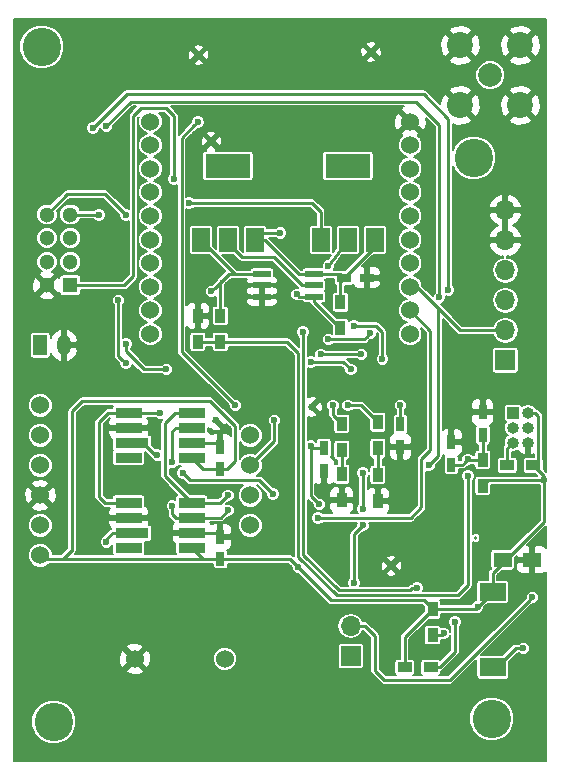
<source format=gbr>
G04 #@! TF.FileFunction,Copper,L1,Top,Signal*
%FSLAX46Y46*%
G04 Gerber Fmt 4.6, Leading zero omitted, Abs format (unit mm)*
G04 Created by KiCad (PCBNEW 4.0.6) date Thu Dec 28 13:12:25 2017*
%MOMM*%
%LPD*%
G01*
G04 APERTURE LIST*
%ADD10C,0.128000*%
%ADD11C,1.524000*%
%ADD12R,0.900000X1.200000*%
%ADD13R,1.000000X1.000000*%
%ADD14O,1.000000X1.000000*%
%ADD15R,1.700000X1.700000*%
%ADD16O,1.700000X1.700000*%
%ADD17R,0.750000X1.200000*%
%ADD18R,1.200000X0.750000*%
%ADD19R,2.200000X1.500000*%
%ADD20R,3.800000X2.000000*%
%ADD21R,1.500000X2.000000*%
%ADD22R,1.200000X0.900000*%
%ADD23R,1.500000X0.610000*%
%ADD24R,2.247900X0.899160*%
%ADD25R,2.799080X0.899160*%
%ADD26R,1.300000X1.300000*%
%ADD27C,1.300000*%
%ADD28C,2.200000*%
%ADD29C,2.000000*%
%ADD30C,0.600000*%
%ADD31R,1.200000X1.700000*%
%ADD32O,1.200000X1.700000*%
%ADD33R,1.500000X1.250000*%
%ADD34C,3.250000*%
%ADD35C,0.250000*%
%ADD36C,0.180000*%
G04 APERTURE END LIST*
D10*
D11*
X145161000Y-110363000D03*
X152781000Y-110363000D03*
D12*
X152400000Y-81323000D03*
X152400000Y-83523000D03*
X150495000Y-83523000D03*
X150495000Y-81323000D03*
D11*
X168478200Y-82864960D03*
X168478200Y-80863440D03*
X168478200Y-78864460D03*
X168478200Y-76862940D03*
X168478200Y-74863960D03*
X168478200Y-72864980D03*
X168478200Y-70863460D03*
X168478200Y-68864480D03*
X168478200Y-66862960D03*
X168478200Y-64863980D03*
X146481800Y-64863980D03*
X146481800Y-66862960D03*
X146481800Y-68864480D03*
X146481800Y-70863460D03*
X146481800Y-72864980D03*
X146481800Y-74863960D03*
X146481800Y-76862940D03*
X146481800Y-78864460D03*
X146481800Y-80863440D03*
X146481800Y-82864960D03*
D13*
X177165000Y-89535000D03*
D14*
X178435000Y-89535000D03*
X177165000Y-90805000D03*
X178435000Y-90805000D03*
X177165000Y-92075000D03*
X178435000Y-92075000D03*
D15*
X176530000Y-85090000D03*
D16*
X176530000Y-82550000D03*
X176530000Y-80010000D03*
X176530000Y-77470000D03*
X176530000Y-74930000D03*
X176530000Y-72390000D03*
D17*
X167640000Y-92390000D03*
X167640000Y-90490000D03*
X161163000Y-92522000D03*
X161163000Y-94422000D03*
X174625000Y-89474000D03*
X174625000Y-91374000D03*
X171958000Y-92014000D03*
X171958000Y-93914000D03*
D18*
X162880000Y-78105000D03*
X164780000Y-78105000D03*
D12*
X162687000Y-92667000D03*
X162687000Y-90467000D03*
X165735000Y-92540000D03*
X165735000Y-90340000D03*
X174625000Y-95715000D03*
X174625000Y-93515000D03*
D19*
X175450500Y-104686500D03*
X175450500Y-111086500D03*
D20*
X153035000Y-68605000D03*
D21*
X153035000Y-74905000D03*
X155335000Y-74905000D03*
X150735000Y-74905000D03*
D20*
X163195000Y-68605000D03*
D21*
X163195000Y-74905000D03*
X165495000Y-74905000D03*
X160895000Y-74905000D03*
D22*
X178900000Y-93980000D03*
X176700000Y-93980000D03*
D12*
X162687000Y-96942000D03*
X162687000Y-94742000D03*
X165735000Y-96985000D03*
X165735000Y-94785000D03*
D22*
X168000500Y-111061500D03*
X170200500Y-111061500D03*
D12*
X170370500Y-106151500D03*
X170370500Y-108351500D03*
X162560000Y-80180000D03*
X162560000Y-82380000D03*
D11*
X137160000Y-101600000D03*
X137160000Y-99060000D03*
X137160000Y-96520000D03*
X137160000Y-93980000D03*
X137160000Y-91440000D03*
X137160000Y-88900000D03*
X154940000Y-91440000D03*
X154940000Y-93980000D03*
X154940000Y-96520000D03*
X154940000Y-99060000D03*
D23*
X160315000Y-77790000D03*
X155915000Y-77790000D03*
X160315000Y-78740000D03*
X155915000Y-78740000D03*
X160315000Y-79690000D03*
X155915000Y-79690000D03*
D17*
X152400000Y-100015000D03*
X152400000Y-101915000D03*
X152400000Y-92395000D03*
X152400000Y-94295000D03*
D24*
X144645380Y-97160080D03*
X144645380Y-98412300D03*
D25*
X144922240Y-99707700D03*
D24*
X144645380Y-100959920D03*
X149994620Y-100959920D03*
X149994620Y-99707700D03*
X149994620Y-98412300D03*
X149994620Y-97160080D03*
X144645380Y-89540080D03*
X144645380Y-90792300D03*
D25*
X144922240Y-92087700D03*
D24*
X144645380Y-93339920D03*
X149994620Y-93339920D03*
X149994620Y-92087700D03*
X149994620Y-90792300D03*
X149994620Y-89540080D03*
D26*
X139700000Y-78740000D03*
D27*
X139700000Y-76740000D03*
X139700000Y-74740000D03*
X139700000Y-72740000D03*
X137700000Y-78740000D03*
X137700000Y-76740000D03*
X137700000Y-74740000D03*
X137700000Y-72740000D03*
D28*
X172720000Y-63500000D03*
X172720000Y-58420000D03*
X177800000Y-58420000D03*
X177800000Y-63500000D03*
D29*
X175260000Y-60960000D03*
D30*
X152019000Y-90170000D03*
X165163500Y-58991500D03*
X150558500Y-59245500D03*
D15*
X163449000Y-110109000D03*
D16*
X163449000Y-107569000D03*
D31*
X137160000Y-83820000D03*
D32*
X139160000Y-83820000D03*
D33*
X176296000Y-101981000D03*
X178796000Y-101981000D03*
D30*
X166878000Y-102489000D03*
X151638000Y-66548000D03*
X160147000Y-89027000D03*
D34*
X138303000Y-115697000D03*
X173863000Y-67945000D03*
X137287000Y-58547000D03*
X175387000Y-115443000D03*
D30*
X151638000Y-79247998D03*
X173355000Y-94869000D03*
X179832000Y-95250000D03*
X160782000Y-97282000D03*
X160039021Y-92329000D03*
X159004000Y-102616000D03*
X167640000Y-88900000D03*
X174180500Y-105981500D03*
X149733000Y-71755000D03*
X148463000Y-69723000D03*
X150495000Y-64897000D03*
X153670000Y-88900000D03*
X165099998Y-82804000D03*
X161543998Y-83312000D03*
X166116000Y-84963000D03*
X163703000Y-82169000D03*
X173355000Y-93472000D03*
X159385000Y-82677000D03*
X169037000Y-104374979D03*
X157480000Y-74295000D03*
X161925000Y-88900000D03*
X163195000Y-88900000D03*
X160655000Y-98425000D03*
X170053000Y-93980000D03*
X178054000Y-109474000D03*
X158877000Y-79502000D03*
X161544000Y-77089000D03*
X172275500Y-107251500D03*
X171323000Y-108204000D03*
X170942000Y-79756000D03*
X142748000Y-65278000D03*
X171704004Y-79121000D03*
X141605000Y-65405000D03*
X156972000Y-90170000D03*
X142748000Y-100457000D03*
X149225000Y-94615000D03*
X147066000Y-93091000D03*
X156845000Y-96393002D03*
X148336001Y-97408999D03*
X148336000Y-93726000D03*
X153035000Y-97790000D03*
X153035000Y-96520000D03*
X147320000Y-89535000D03*
X144399000Y-85314010D03*
X142113000Y-72771000D03*
X143764000Y-80010000D03*
X160909000Y-84582000D03*
X164338000Y-84582000D03*
X144399000Y-72771000D03*
X147828000Y-85852000D03*
X163449000Y-85852000D03*
X160039021Y-85217000D03*
X144399002Y-83693000D03*
X163703000Y-103944968D03*
X164465000Y-97663000D03*
X164465000Y-99060000D03*
X164465000Y-94615000D03*
X178816000Y-105156000D03*
D35*
X173990000Y-100160000D02*
X173990000Y-100076000D01*
X151937999Y-78947999D02*
X151638000Y-79247998D01*
X153096000Y-77790000D02*
X151937999Y-78947999D01*
X155915000Y-77790000D02*
X153096000Y-77790000D01*
X153096000Y-77790000D02*
X152400000Y-78486000D01*
X152400000Y-78486000D02*
X152400000Y-81323000D01*
X155915000Y-77790000D02*
X153620000Y-77790000D01*
X153620000Y-77790000D02*
X150735000Y-74905000D01*
X149994620Y-99707700D02*
X152092700Y-99707700D01*
X152092700Y-99707700D02*
X152400000Y-100015000D01*
X152400000Y-92395000D02*
X152092700Y-92087700D01*
X152092700Y-92087700D02*
X149994620Y-92087700D01*
X173355000Y-95293264D02*
X173355000Y-94869000D01*
X159004000Y-101720596D02*
X162263393Y-104979989D01*
X162263393Y-104979989D02*
X172515011Y-104979989D01*
X158072000Y-83523000D02*
X159004000Y-84455000D01*
X152400000Y-83523000D02*
X158072000Y-83523000D01*
X172515011Y-104979989D02*
X173355000Y-104140000D01*
X159004000Y-84455000D02*
X159004000Y-101720596D01*
X173355000Y-104140000D02*
X173355000Y-95293264D01*
X150495000Y-83523000D02*
X152400000Y-83523000D01*
X179832000Y-95250000D02*
X175090000Y-95250000D01*
X175090000Y-95250000D02*
X174625000Y-95715000D01*
X179832000Y-95250000D02*
X179832000Y-94912000D01*
X179832000Y-94912000D02*
X178900000Y-93980000D01*
X176405500Y-102171500D02*
X179832000Y-98745000D01*
X179832000Y-95674264D02*
X179832000Y-95250000D01*
X179832000Y-98745000D02*
X179832000Y-95674264D01*
X178435000Y-89535000D02*
X179070000Y-89535000D01*
X179070000Y-89535000D02*
X179324000Y-89789000D01*
X179324000Y-89789000D02*
X179324000Y-93556000D01*
X179324000Y-93556000D02*
X178900000Y-93980000D01*
X160039021Y-96539021D02*
X160482001Y-96982001D01*
X160482001Y-96982001D02*
X160782000Y-97282000D01*
X160039021Y-92329000D02*
X160039021Y-96539021D01*
X160232021Y-92522000D02*
X160039021Y-92329000D01*
X161163000Y-92522000D02*
X160232021Y-92522000D01*
X139827000Y-100584000D02*
X139827000Y-101219000D01*
X139827000Y-101153000D02*
X139065000Y-101915000D01*
X139827000Y-89408000D02*
X139827000Y-100584000D01*
X152400000Y-101915000D02*
X139065000Y-101915000D01*
X139065000Y-101915000D02*
X137475000Y-101915000D01*
X139827000Y-100584000D02*
X139827000Y-101153000D01*
X152400000Y-94295000D02*
X152974000Y-94295000D01*
X152974000Y-94295000D02*
X153670000Y-93599000D01*
X153670000Y-93599000D02*
X153670000Y-90678000D01*
X153670000Y-90678000D02*
X151511000Y-88519000D01*
X139827000Y-101219000D02*
X139446000Y-101600000D01*
X151511000Y-88519000D02*
X140716000Y-88519000D01*
X140716000Y-88519000D02*
X139827000Y-89408000D01*
X170370500Y-106151500D02*
X169629000Y-105410000D01*
X169629000Y-105410000D02*
X161798000Y-105410000D01*
X161798000Y-105410000D02*
X159004000Y-102616000D01*
X152400000Y-101915000D02*
X158303000Y-101915000D01*
X159303999Y-102915999D02*
X159004000Y-102616000D01*
X158303000Y-101915000D02*
X158704001Y-102316001D01*
X158704001Y-102316001D02*
X159004000Y-102616000D01*
X167640000Y-88900000D02*
X167640000Y-90490000D01*
X137475000Y-101915000D02*
X137160000Y-101600000D01*
X149994620Y-100959920D02*
X150949700Y-101915000D01*
X150949700Y-101915000D02*
X152400000Y-101915000D01*
X149994620Y-93339920D02*
X150949700Y-94295000D01*
X150949700Y-94295000D02*
X152400000Y-94295000D01*
X168000500Y-111061500D02*
X168000500Y-108521500D01*
X168000500Y-108521500D02*
X170370500Y-106151500D01*
X175450500Y-104686500D02*
X175450500Y-103126500D01*
X175450500Y-103126500D02*
X176405500Y-102171500D01*
X170370500Y-106151500D02*
X174010500Y-106151500D01*
X174010500Y-106151500D02*
X174180500Y-105981500D01*
X174180500Y-105981500D02*
X175450500Y-104711500D01*
X175450500Y-104711500D02*
X175450500Y-104686500D01*
X139700000Y-78740000D02*
X144272000Y-78740000D01*
X144272000Y-78740000D02*
X145034000Y-77978000D01*
X147828000Y-63754000D02*
X148463000Y-64389000D01*
X145034000Y-77978000D02*
X145034000Y-64389000D01*
X145034000Y-64389000D02*
X145669000Y-63754000D01*
X145669000Y-63754000D02*
X147828000Y-63754000D01*
X148463000Y-64389000D02*
X148463000Y-69298736D01*
X148463000Y-69298736D02*
X148463000Y-69723000D01*
X160895000Y-74905000D02*
X160895000Y-72503000D01*
X160147000Y-71755000D02*
X150157264Y-71755000D01*
X160895000Y-72503000D02*
X160147000Y-71755000D01*
X150157264Y-71755000D02*
X149733000Y-71755000D01*
X150195001Y-65196999D02*
X150495000Y-64897000D01*
X153670000Y-88900000D02*
X149127998Y-84357998D01*
X149127998Y-84357998D02*
X149127998Y-66264002D01*
X149127998Y-66264002D02*
X150195001Y-65196999D01*
X164799999Y-83103999D02*
X165099998Y-82804000D01*
X164591998Y-83312000D02*
X164799999Y-83103999D01*
X161543998Y-83312000D02*
X164591998Y-83312000D01*
X166116000Y-82677000D02*
X166116000Y-84963000D01*
X165608000Y-82169000D02*
X166116000Y-82677000D01*
X163703000Y-82169000D02*
X165608000Y-82169000D01*
X173398000Y-93515000D02*
X173355000Y-93472000D01*
X174625000Y-93515000D02*
X173398000Y-93515000D01*
X172913000Y-93914000D02*
X173055001Y-93771999D01*
X171958000Y-93914000D02*
X172913000Y-93914000D01*
X173055001Y-93771999D02*
X173355000Y-93472000D01*
X174625000Y-91374000D02*
X174625000Y-93515000D01*
X160315000Y-77790000D02*
X159070000Y-77790000D01*
X159070000Y-77790000D02*
X156185000Y-74905000D01*
X156185000Y-74905000D02*
X155335000Y-74905000D01*
X162441509Y-104549978D02*
X159434011Y-101542480D01*
X168437737Y-104549978D02*
X162441509Y-104549978D01*
X159385000Y-83101264D02*
X159385000Y-82677000D01*
X159434011Y-83150275D02*
X159385000Y-83101264D01*
X169037000Y-104374979D02*
X168612736Y-104374979D01*
X159434011Y-101542480D02*
X159434011Y-83150275D01*
X168612736Y-104374979D02*
X168437737Y-104549978D01*
X155335000Y-74905000D02*
X155945000Y-74295000D01*
X155945000Y-74295000D02*
X157480000Y-74295000D01*
X165495000Y-74905000D02*
X165495000Y-75490000D01*
X160315000Y-77790000D02*
X162565000Y-77790000D01*
X162560000Y-80180000D02*
X162560000Y-78425000D01*
X162560000Y-78425000D02*
X162880000Y-78105000D01*
X165495000Y-75490000D02*
X162880000Y-78105000D01*
X162565000Y-77790000D02*
X162880000Y-78105000D01*
X162687000Y-92667000D02*
X162687000Y-94742000D01*
X161925000Y-88900000D02*
X161925000Y-89705000D01*
X161925000Y-89705000D02*
X162687000Y-90467000D01*
X165735000Y-92540000D02*
X165735000Y-94785000D01*
X164295000Y-88900000D02*
X165735000Y-90340000D01*
X163195000Y-88900000D02*
X164295000Y-88900000D01*
X176700000Y-93980000D02*
X176700000Y-92540000D01*
X176700000Y-92540000D02*
X177165000Y-92075000D01*
X168478200Y-80863440D02*
X170180000Y-82565240D01*
X170180000Y-82565240D02*
X170180000Y-92703598D01*
X170180000Y-92703598D02*
X169418000Y-93465598D01*
X169418000Y-93465598D02*
X169418000Y-97536000D01*
X169418000Y-97536000D02*
X168529000Y-98425000D01*
X168529000Y-98425000D02*
X161079264Y-98425000D01*
X161079264Y-98425000D02*
X160655000Y-98425000D01*
X170352999Y-93680001D02*
X170053000Y-93980000D01*
X170815000Y-93218000D02*
X170352999Y-93680001D01*
X170815000Y-80645000D02*
X170815000Y-93218000D01*
X176530000Y-82550000D02*
X172720000Y-82550000D01*
X172720000Y-82550000D02*
X170815000Y-80645000D01*
X170815000Y-80645000D02*
X169034460Y-78864460D01*
X168478200Y-78864460D02*
X169034460Y-78864460D01*
X177629736Y-109474000D02*
X178054000Y-109474000D01*
X177413000Y-109474000D02*
X177629736Y-109474000D01*
X175800500Y-111086500D02*
X177413000Y-109474000D01*
X175450500Y-111086500D02*
X175800500Y-111086500D01*
X153035000Y-75155000D02*
X153035000Y-74905000D01*
X156902000Y-76327000D02*
X154207000Y-76327000D01*
X160315000Y-78740000D02*
X159315000Y-78740000D01*
X154207000Y-76327000D02*
X153035000Y-75155000D01*
X159315000Y-78740000D02*
X156902000Y-76327000D01*
X159065000Y-79690000D02*
X158877000Y-79502000D01*
X160315000Y-79690000D02*
X159065000Y-79690000D01*
X161544000Y-77089000D02*
X163195000Y-74905000D01*
X160315000Y-79690000D02*
X160315000Y-80135000D01*
X160315000Y-80135000D02*
X162560000Y-82380000D01*
X170200500Y-111061500D02*
X171005500Y-111061500D01*
X172275500Y-107251500D02*
X172275500Y-109791500D01*
X171005500Y-111061500D02*
X172275500Y-109791500D01*
X170370500Y-108351500D02*
X171175500Y-108351500D01*
X171175500Y-108351500D02*
X171323000Y-108204000D01*
X142748000Y-65278000D02*
X144843500Y-63182500D01*
X144843500Y-63182500D02*
X168973500Y-63182500D01*
X168973500Y-63182500D02*
X170942000Y-65151000D01*
X170942000Y-65151000D02*
X170942000Y-79121000D01*
X170942000Y-79121000D02*
X170942000Y-79756000D01*
X171704004Y-78696736D02*
X171704004Y-79121000D01*
X144462500Y-62547500D02*
X169608500Y-62547500D01*
X169608500Y-62547500D02*
X171704004Y-64643004D01*
X141605000Y-65405000D02*
X144462500Y-62547500D01*
X171704004Y-64643004D02*
X171704004Y-78696736D01*
X156972000Y-91948000D02*
X154940000Y-93980000D01*
X156972000Y-90170000D02*
X156972000Y-91948000D01*
X142748000Y-100232400D02*
X142748000Y-100457000D01*
X144922240Y-99707700D02*
X143272700Y-99707700D01*
X143272700Y-99707700D02*
X142748000Y-100232400D01*
X155701998Y-95250000D02*
X149860000Y-95250000D01*
X156845000Y-96393002D02*
X155701998Y-95250000D01*
X149524999Y-94914999D02*
X149225000Y-94615000D01*
X149860000Y-95250000D02*
X149524999Y-94914999D01*
X144922240Y-92087700D02*
X145872200Y-92087700D01*
X145872200Y-92087700D02*
X146875500Y-93091000D01*
X146875500Y-93091000D02*
X147066000Y-93091000D01*
X148336001Y-97833263D02*
X148336001Y-97408999D01*
X148336001Y-98127631D02*
X148336001Y-97833263D01*
X148620670Y-98412300D02*
X148336001Y-98127631D01*
X149994620Y-98412300D02*
X148620670Y-98412300D01*
X148336000Y-91076970D02*
X148336000Y-93301736D01*
X148336000Y-93301736D02*
X148336000Y-93726000D01*
X148620670Y-90792300D02*
X148336000Y-91076970D01*
X149994620Y-90792300D02*
X148620670Y-90792300D01*
X152412700Y-98412300D02*
X149994620Y-98412300D01*
X153035000Y-97790000D02*
X152412700Y-98412300D01*
X149994620Y-89540080D02*
X148584920Y-89540080D01*
X148584920Y-89540080D02*
X147701000Y-90424000D01*
X147701000Y-90424000D02*
X147701000Y-94866460D01*
X147701000Y-94866460D02*
X149994620Y-97160080D01*
X152394920Y-97160080D02*
X149994620Y-97160080D01*
X153035000Y-96520000D02*
X152394920Y-97160080D01*
X144645380Y-97160080D02*
X142626080Y-97160080D01*
X142626080Y-97160080D02*
X142113000Y-96647000D01*
X142869920Y-89540080D02*
X144645380Y-89540080D01*
X142113000Y-96647000D02*
X142113000Y-90297000D01*
X142113000Y-90297000D02*
X142869920Y-89540080D01*
X147314920Y-89540080D02*
X144645380Y-89540080D01*
X147320000Y-89535000D02*
X147314920Y-89540080D01*
X144099001Y-85014011D02*
X144399000Y-85314010D01*
X143764000Y-84679010D02*
X144099001Y-85014011D01*
X143764000Y-80010000D02*
X143764000Y-84679010D01*
X142082000Y-72740000D02*
X142113000Y-72771000D01*
X139700000Y-72740000D02*
X142082000Y-72740000D01*
X164338000Y-84582000D02*
X160909000Y-84582000D01*
X147828000Y-85852000D02*
X145923000Y-85852000D01*
X144099001Y-72471001D02*
X144399000Y-72771000D01*
X142621000Y-70993000D02*
X144099001Y-72471001D01*
X139447000Y-70993000D02*
X142621000Y-70993000D01*
X137700000Y-72740000D02*
X139447000Y-70993000D01*
X162814000Y-85217000D02*
X160463285Y-85217000D01*
X163449000Y-85852000D02*
X162814000Y-85217000D01*
X160463285Y-85217000D02*
X160039021Y-85217000D01*
X144399002Y-84328002D02*
X144399002Y-83693000D01*
X145923000Y-85852000D02*
X144399002Y-84328002D01*
X164465000Y-99060000D02*
X163703000Y-99822000D01*
X163703000Y-103520704D02*
X163703000Y-103944968D01*
X163703000Y-99822000D02*
X163703000Y-103520704D01*
X164465000Y-94615000D02*
X164465000Y-97663000D01*
X166243000Y-112141000D02*
X171831000Y-112141000D01*
X165481000Y-108398919D02*
X165481000Y-111379000D01*
X165481000Y-111379000D02*
X166243000Y-112141000D01*
X163449000Y-107569000D02*
X164651081Y-107569000D01*
X164651081Y-107569000D02*
X165481000Y-108398919D01*
X178516001Y-105455999D02*
X178816000Y-105156000D01*
X171831000Y-112141000D02*
X178516001Y-105455999D01*
D36*
G36*
X179995000Y-94516386D02*
X179775289Y-94296675D01*
X179775289Y-93530000D01*
X179756462Y-93429944D01*
X179719000Y-93371727D01*
X179719000Y-89789000D01*
X179688932Y-89637840D01*
X179603307Y-89509693D01*
X179349307Y-89255693D01*
X179221160Y-89170068D01*
X179098176Y-89145605D01*
X178994557Y-88990528D01*
X178744751Y-88823613D01*
X178450085Y-88765000D01*
X178419915Y-88765000D01*
X178125249Y-88823613D01*
X177925613Y-88957005D01*
X177921462Y-88934944D01*
X177862329Y-88843049D01*
X177772103Y-88781400D01*
X177665000Y-88759711D01*
X176665000Y-88759711D01*
X176564944Y-88778538D01*
X176473049Y-88837671D01*
X176411400Y-88927897D01*
X176389711Y-89035000D01*
X176389711Y-90035000D01*
X176408538Y-90135056D01*
X176467671Y-90226951D01*
X176557897Y-90288600D01*
X176583255Y-90293735D01*
X176438528Y-90510334D01*
X176379915Y-90805000D01*
X176438528Y-91099666D01*
X176605443Y-91349472D01*
X176740928Y-91440000D01*
X176605443Y-91530528D01*
X176438528Y-91780334D01*
X176379915Y-92075000D01*
X176417733Y-92265123D01*
X176335068Y-92388840D01*
X176305000Y-92540000D01*
X176305000Y-93254711D01*
X176100000Y-93254711D01*
X175999944Y-93273538D01*
X175908049Y-93332671D01*
X175846400Y-93422897D01*
X175824711Y-93530000D01*
X175824711Y-94430000D01*
X175843538Y-94530056D01*
X175902671Y-94621951D01*
X175992897Y-94683600D01*
X176100000Y-94705289D01*
X177300000Y-94705289D01*
X177400056Y-94686462D01*
X177491951Y-94627329D01*
X177553600Y-94537103D01*
X177575289Y-94430000D01*
X177575289Y-93530000D01*
X177556462Y-93429944D01*
X177497329Y-93338049D01*
X177407103Y-93276400D01*
X177300000Y-93254711D01*
X177095000Y-93254711D01*
X177095000Y-92834077D01*
X177149915Y-92845000D01*
X177180085Y-92845000D01*
X177474751Y-92786387D01*
X177572649Y-92720974D01*
X177727890Y-92915022D01*
X178103178Y-93121678D01*
X178271000Y-93011200D01*
X178271000Y-92239000D01*
X178251000Y-92239000D01*
X178251000Y-91911000D01*
X178271000Y-91911000D01*
X178271000Y-91891000D01*
X178599000Y-91891000D01*
X178599000Y-91911000D01*
X178619000Y-91911000D01*
X178619000Y-92239000D01*
X178599000Y-92239000D01*
X178599000Y-93011200D01*
X178766822Y-93121678D01*
X178929000Y-93032373D01*
X178929000Y-93254711D01*
X178300000Y-93254711D01*
X178199944Y-93273538D01*
X178108049Y-93332671D01*
X178046400Y-93422897D01*
X178024711Y-93530000D01*
X178024711Y-94430000D01*
X178043538Y-94530056D01*
X178102671Y-94621951D01*
X178192897Y-94683600D01*
X178300000Y-94705289D01*
X179066675Y-94705289D01*
X179216386Y-94855000D01*
X175150499Y-94855000D01*
X175075000Y-94839711D01*
X174175000Y-94839711D01*
X174074944Y-94858538D01*
X173983049Y-94917671D01*
X173921400Y-95007897D01*
X173899711Y-95115000D01*
X173899711Y-96315000D01*
X173918538Y-96415056D01*
X173977671Y-96506951D01*
X174067897Y-96568600D01*
X174175000Y-96590289D01*
X175075000Y-96590289D01*
X175175056Y-96571462D01*
X175266951Y-96512329D01*
X175328600Y-96422103D01*
X175350289Y-96315000D01*
X175350289Y-95645000D01*
X179420912Y-95645000D01*
X179437000Y-95661116D01*
X179437000Y-98581386D01*
X176937675Y-101080711D01*
X175546000Y-101080711D01*
X175445944Y-101099538D01*
X175354049Y-101158671D01*
X175292400Y-101248897D01*
X175270711Y-101356000D01*
X175270711Y-102606000D01*
X175289538Y-102706056D01*
X175298462Y-102719924D01*
X175171193Y-102847193D01*
X175085568Y-102975340D01*
X175055500Y-103126500D01*
X175055500Y-103661211D01*
X174350500Y-103661211D01*
X174250444Y-103680038D01*
X174158549Y-103739171D01*
X174096900Y-103829397D01*
X174075211Y-103936500D01*
X174075211Y-105411408D01*
X174067617Y-105411401D01*
X173858043Y-105497996D01*
X173697559Y-105658199D01*
X173656741Y-105756500D01*
X171095789Y-105756500D01*
X171095789Y-105551500D01*
X171076962Y-105451444D01*
X171027764Y-105374989D01*
X172515011Y-105374989D01*
X172666171Y-105344921D01*
X172794318Y-105259296D01*
X173634307Y-104419307D01*
X173719932Y-104291160D01*
X173750000Y-104140000D01*
X173750000Y-100465571D01*
X173838840Y-100524932D01*
X173990000Y-100555000D01*
X174141160Y-100524932D01*
X174269307Y-100439307D01*
X174354932Y-100311160D01*
X174385000Y-100160000D01*
X174385000Y-100076000D01*
X174354932Y-99924840D01*
X174269307Y-99796693D01*
X174141160Y-99711068D01*
X173990000Y-99681000D01*
X173838840Y-99711068D01*
X173750000Y-99770429D01*
X173750000Y-95280088D01*
X173837941Y-95192301D01*
X173924901Y-94982877D01*
X173925099Y-94756117D01*
X173838504Y-94546543D01*
X173678301Y-94386059D01*
X173468877Y-94299099D01*
X173242117Y-94298901D01*
X173032543Y-94385496D01*
X172872059Y-94545699D01*
X172785099Y-94755123D01*
X172784901Y-94981883D01*
X172871496Y-95191457D01*
X172960000Y-95280116D01*
X172960000Y-103976386D01*
X172351397Y-104584989D01*
X169566983Y-104584989D01*
X169606901Y-104488856D01*
X169607099Y-104262096D01*
X169520504Y-104052522D01*
X169360301Y-103892038D01*
X169150877Y-103805078D01*
X168924117Y-103804880D01*
X168714543Y-103891475D01*
X168625884Y-103979979D01*
X168612736Y-103979979D01*
X168461576Y-104010047D01*
X168333429Y-104095672D01*
X168274123Y-104154978D01*
X164232983Y-104154978D01*
X164272901Y-104058845D01*
X164273099Y-103832085D01*
X164186504Y-103622511D01*
X164098000Y-103533852D01*
X164098000Y-103126291D01*
X166452841Y-103126291D01*
X166468452Y-103307890D01*
X166813002Y-103402283D01*
X167167448Y-103357638D01*
X167287548Y-103307890D01*
X167303159Y-103126291D01*
X166878000Y-102701132D01*
X166452841Y-103126291D01*
X164098000Y-103126291D01*
X164098000Y-102424002D01*
X165964717Y-102424002D01*
X166009362Y-102778448D01*
X166059110Y-102898548D01*
X166240709Y-102914159D01*
X166665868Y-102489000D01*
X167090132Y-102489000D01*
X167515291Y-102914159D01*
X167696890Y-102898548D01*
X167791283Y-102553998D01*
X167746638Y-102199552D01*
X167696890Y-102079452D01*
X167515291Y-102063841D01*
X167090132Y-102489000D01*
X166665868Y-102489000D01*
X166240709Y-102063841D01*
X166059110Y-102079452D01*
X165964717Y-102424002D01*
X164098000Y-102424002D01*
X164098000Y-101851709D01*
X166452841Y-101851709D01*
X166878000Y-102276868D01*
X167303159Y-101851709D01*
X167287548Y-101670110D01*
X166942998Y-101575717D01*
X166588552Y-101620362D01*
X166468452Y-101670110D01*
X166452841Y-101851709D01*
X164098000Y-101851709D01*
X164098000Y-99985614D01*
X164453623Y-99629991D01*
X164577883Y-99630099D01*
X164787457Y-99543504D01*
X164947941Y-99383301D01*
X165034901Y-99173877D01*
X165035099Y-98947117D01*
X164982575Y-98820000D01*
X168529000Y-98820000D01*
X168680160Y-98789932D01*
X168808307Y-98704307D01*
X169697307Y-97815307D01*
X169782932Y-97687160D01*
X169813000Y-97536000D01*
X169813000Y-94497530D01*
X169939123Y-94549901D01*
X170165883Y-94550099D01*
X170375457Y-94463504D01*
X170535941Y-94303301D01*
X170622901Y-94093877D01*
X170623010Y-93968604D01*
X171094307Y-93497307D01*
X171179932Y-93369160D01*
X171210000Y-93218000D01*
X171210000Y-93086700D01*
X171244260Y-93120960D01*
X171356385Y-93167403D01*
X171329400Y-93206897D01*
X171307711Y-93314000D01*
X171307711Y-94514000D01*
X171326538Y-94614056D01*
X171385671Y-94705951D01*
X171475897Y-94767600D01*
X171583000Y-94789289D01*
X172333000Y-94789289D01*
X172433056Y-94770462D01*
X172524951Y-94711329D01*
X172586600Y-94621103D01*
X172608289Y-94514000D01*
X172608289Y-94309000D01*
X172913000Y-94309000D01*
X173064160Y-94278932D01*
X173192307Y-94193307D01*
X173343623Y-94041991D01*
X173467883Y-94042099D01*
X173677457Y-93955504D01*
X173723041Y-93910000D01*
X173899711Y-93910000D01*
X173899711Y-94115000D01*
X173918538Y-94215056D01*
X173977671Y-94306951D01*
X174067897Y-94368600D01*
X174175000Y-94390289D01*
X175075000Y-94390289D01*
X175175056Y-94371462D01*
X175266951Y-94312329D01*
X175328600Y-94222103D01*
X175350289Y-94115000D01*
X175350289Y-92915000D01*
X175331462Y-92814944D01*
X175272329Y-92723049D01*
X175182103Y-92661400D01*
X175075000Y-92639711D01*
X175020000Y-92639711D01*
X175020000Y-92245526D01*
X175100056Y-92230462D01*
X175191951Y-92171329D01*
X175253600Y-92081103D01*
X175275289Y-91974000D01*
X175275289Y-90774000D01*
X175256462Y-90673944D01*
X175226535Y-90627437D01*
X175338740Y-90580960D01*
X175506960Y-90412740D01*
X175598000Y-90192950D01*
X175598000Y-89787500D01*
X175448500Y-89638000D01*
X174789000Y-89638000D01*
X174789000Y-89658000D01*
X174461000Y-89658000D01*
X174461000Y-89638000D01*
X173801500Y-89638000D01*
X173652000Y-89787500D01*
X173652000Y-90192950D01*
X173743040Y-90412740D01*
X173911260Y-90580960D01*
X174023385Y-90627403D01*
X173996400Y-90666897D01*
X173974711Y-90774000D01*
X173974711Y-91974000D01*
X173993538Y-92074056D01*
X174052671Y-92165951D01*
X174142897Y-92227600D01*
X174230000Y-92245239D01*
X174230000Y-92639711D01*
X174175000Y-92639711D01*
X174074944Y-92658538D01*
X173983049Y-92717671D01*
X173921400Y-92807897D01*
X173899711Y-92915000D01*
X173899711Y-93120000D01*
X173809013Y-93120000D01*
X173678301Y-92989059D01*
X173468877Y-92902099D01*
X173242117Y-92901901D01*
X173032543Y-92988496D01*
X172872059Y-93148699D01*
X172785099Y-93358123D01*
X172784990Y-93483396D01*
X172749386Y-93519000D01*
X172608289Y-93519000D01*
X172608289Y-93314000D01*
X172589462Y-93213944D01*
X172559535Y-93167437D01*
X172671740Y-93120960D01*
X172839960Y-92952740D01*
X172931000Y-92732950D01*
X172931000Y-92327500D01*
X172781500Y-92178000D01*
X172122000Y-92178000D01*
X172122000Y-92198000D01*
X171794000Y-92198000D01*
X171794000Y-92178000D01*
X171774000Y-92178000D01*
X171774000Y-91850000D01*
X171794000Y-91850000D01*
X171794000Y-90965500D01*
X172122000Y-90965500D01*
X172122000Y-91850000D01*
X172781500Y-91850000D01*
X172931000Y-91700500D01*
X172931000Y-91295050D01*
X172839960Y-91075260D01*
X172671740Y-90907040D01*
X172451949Y-90816000D01*
X172271500Y-90816000D01*
X172122000Y-90965500D01*
X171794000Y-90965500D01*
X171644500Y-90816000D01*
X171464051Y-90816000D01*
X171244260Y-90907040D01*
X171210000Y-90941300D01*
X171210000Y-88755050D01*
X173652000Y-88755050D01*
X173652000Y-89160500D01*
X173801500Y-89310000D01*
X174461000Y-89310000D01*
X174461000Y-88425500D01*
X174789000Y-88425500D01*
X174789000Y-89310000D01*
X175448500Y-89310000D01*
X175598000Y-89160500D01*
X175598000Y-88755050D01*
X175506960Y-88535260D01*
X175338740Y-88367040D01*
X175118949Y-88276000D01*
X174938500Y-88276000D01*
X174789000Y-88425500D01*
X174461000Y-88425500D01*
X174311500Y-88276000D01*
X174131051Y-88276000D01*
X173911260Y-88367040D01*
X173743040Y-88535260D01*
X173652000Y-88755050D01*
X171210000Y-88755050D01*
X171210000Y-84240000D01*
X175404711Y-84240000D01*
X175404711Y-85940000D01*
X175423538Y-86040056D01*
X175482671Y-86131951D01*
X175572897Y-86193600D01*
X175680000Y-86215289D01*
X177380000Y-86215289D01*
X177480056Y-86196462D01*
X177571951Y-86137329D01*
X177633600Y-86047103D01*
X177655289Y-85940000D01*
X177655289Y-84240000D01*
X177636462Y-84139944D01*
X177577329Y-84048049D01*
X177487103Y-83986400D01*
X177380000Y-83964711D01*
X175680000Y-83964711D01*
X175579944Y-83983538D01*
X175488049Y-84042671D01*
X175426400Y-84132897D01*
X175404711Y-84240000D01*
X171210000Y-84240000D01*
X171210000Y-81598614D01*
X172440693Y-82829307D01*
X172568840Y-82914932D01*
X172720000Y-82945000D01*
X175466629Y-82945000D01*
X175473313Y-82978605D01*
X175716098Y-83341960D01*
X176079453Y-83584745D01*
X176508058Y-83670000D01*
X176551942Y-83670000D01*
X176980547Y-83584745D01*
X177343902Y-83341960D01*
X177586687Y-82978605D01*
X177671942Y-82550000D01*
X177586687Y-82121395D01*
X177343902Y-81758040D01*
X176980547Y-81515255D01*
X176551942Y-81430000D01*
X176508058Y-81430000D01*
X176079453Y-81515255D01*
X175716098Y-81758040D01*
X175473313Y-82121395D01*
X175466629Y-82155000D01*
X172883614Y-82155000D01*
X171054713Y-80326099D01*
X171054883Y-80326099D01*
X171264457Y-80239504D01*
X171424941Y-80079301D01*
X171453717Y-80010000D01*
X175388058Y-80010000D01*
X175473313Y-80438605D01*
X175716098Y-80801960D01*
X176079453Y-81044745D01*
X176508058Y-81130000D01*
X176551942Y-81130000D01*
X176980547Y-81044745D01*
X177343902Y-80801960D01*
X177586687Y-80438605D01*
X177671942Y-80010000D01*
X177586687Y-79581395D01*
X177343902Y-79218040D01*
X176980547Y-78975255D01*
X176551942Y-78890000D01*
X176508058Y-78890000D01*
X176079453Y-78975255D01*
X175716098Y-79218040D01*
X175473313Y-79581395D01*
X175388058Y-80010000D01*
X171453717Y-80010000D01*
X171511901Y-79869877D01*
X171512086Y-79658496D01*
X171590127Y-79690901D01*
X171816887Y-79691099D01*
X172026461Y-79604504D01*
X172186945Y-79444301D01*
X172273905Y-79234877D01*
X172274103Y-79008117D01*
X172187508Y-78798543D01*
X172099004Y-78709884D01*
X172099004Y-75317040D01*
X175134685Y-75317040D01*
X175269673Y-75642965D01*
X175638450Y-76071000D01*
X176142957Y-76325328D01*
X176365998Y-76219197D01*
X176365998Y-76378000D01*
X176367293Y-76378000D01*
X176079453Y-76435255D01*
X175716098Y-76678040D01*
X175473313Y-77041395D01*
X175388058Y-77470000D01*
X175473313Y-77898605D01*
X175716098Y-78261960D01*
X176079453Y-78504745D01*
X176508058Y-78590000D01*
X176551942Y-78590000D01*
X176980547Y-78504745D01*
X177343902Y-78261960D01*
X177586687Y-77898605D01*
X177671942Y-77470000D01*
X177586687Y-77041395D01*
X177343902Y-76678040D01*
X176980547Y-76435255D01*
X176692707Y-76378000D01*
X176694002Y-76378000D01*
X176694002Y-76219197D01*
X176917043Y-76325328D01*
X177421550Y-76071000D01*
X177790327Y-75642965D01*
X177925315Y-75317040D01*
X177818102Y-75094000D01*
X176694000Y-75094000D01*
X176694000Y-75114000D01*
X176366000Y-75114000D01*
X176366000Y-75094000D01*
X175241898Y-75094000D01*
X175134685Y-75317040D01*
X172099004Y-75317040D01*
X172099004Y-72777040D01*
X175134685Y-72777040D01*
X175269673Y-73102965D01*
X175638450Y-73531000D01*
X175894346Y-73660000D01*
X175638450Y-73789000D01*
X175269673Y-74217035D01*
X175134685Y-74542960D01*
X175241898Y-74766000D01*
X176366000Y-74766000D01*
X176366000Y-72554000D01*
X176694000Y-72554000D01*
X176694000Y-74766000D01*
X177818102Y-74766000D01*
X177925315Y-74542960D01*
X177790327Y-74217035D01*
X177421550Y-73789000D01*
X177165654Y-73660000D01*
X177421550Y-73531000D01*
X177790327Y-73102965D01*
X177925315Y-72777040D01*
X177818102Y-72554000D01*
X176694000Y-72554000D01*
X176366000Y-72554000D01*
X175241898Y-72554000D01*
X175134685Y-72777040D01*
X172099004Y-72777040D01*
X172099004Y-72002960D01*
X175134685Y-72002960D01*
X175241898Y-72226000D01*
X176366000Y-72226000D01*
X176366000Y-71100804D01*
X176694000Y-71100804D01*
X176694000Y-72226000D01*
X177818102Y-72226000D01*
X177925315Y-72002960D01*
X177790327Y-71677035D01*
X177421550Y-71249000D01*
X176917043Y-70994672D01*
X176694000Y-71100804D01*
X176366000Y-71100804D01*
X176142957Y-70994672D01*
X175638450Y-71249000D01*
X175269673Y-71677035D01*
X175134685Y-72002960D01*
X172099004Y-72002960D01*
X172099004Y-68638132D01*
X172255561Y-69017029D01*
X172788167Y-69550566D01*
X173484408Y-69839670D01*
X174238285Y-69840328D01*
X174935029Y-69552439D01*
X175468566Y-69019833D01*
X175757670Y-68323592D01*
X175758328Y-67569715D01*
X175470439Y-66872971D01*
X174937833Y-66339434D01*
X174241592Y-66050330D01*
X173487715Y-66049672D01*
X172790971Y-66337561D01*
X172257434Y-66870167D01*
X172099004Y-67251709D01*
X172099004Y-65081623D01*
X172477131Y-65214146D01*
X173151594Y-65176607D01*
X173600358Y-64990723D01*
X173716484Y-64728415D01*
X176803516Y-64728415D01*
X176919642Y-64990723D01*
X177557131Y-65214146D01*
X178231594Y-65176607D01*
X178680358Y-64990723D01*
X178796484Y-64728415D01*
X177800000Y-63731931D01*
X176803516Y-64728415D01*
X173716484Y-64728415D01*
X172720000Y-63731931D01*
X172705858Y-63746074D01*
X172473927Y-63514143D01*
X172488069Y-63500000D01*
X172951931Y-63500000D01*
X173948415Y-64496484D01*
X174210723Y-64380358D01*
X174434146Y-63742869D01*
X174407111Y-63257131D01*
X176085854Y-63257131D01*
X176123393Y-63931594D01*
X176309277Y-64380358D01*
X176571585Y-64496484D01*
X177568069Y-63500000D01*
X178031931Y-63500000D01*
X179028415Y-64496484D01*
X179290723Y-64380358D01*
X179514146Y-63742869D01*
X179476607Y-63068406D01*
X179290723Y-62619642D01*
X179028415Y-62503516D01*
X178031931Y-63500000D01*
X177568069Y-63500000D01*
X176571585Y-62503516D01*
X176309277Y-62619642D01*
X176085854Y-63257131D01*
X174407111Y-63257131D01*
X174396607Y-63068406D01*
X174210723Y-62619642D01*
X173948415Y-62503516D01*
X172951931Y-63500000D01*
X172488069Y-63500000D01*
X171491585Y-62503516D01*
X171229277Y-62619642D01*
X171005854Y-63257131D01*
X171013463Y-63393849D01*
X169891199Y-62271585D01*
X171723516Y-62271585D01*
X172720000Y-63268069D01*
X173716484Y-62271585D01*
X176803516Y-62271585D01*
X177800000Y-63268069D01*
X178796484Y-62271585D01*
X178680358Y-62009277D01*
X178042869Y-61785854D01*
X177368406Y-61823393D01*
X176919642Y-62009277D01*
X176803516Y-62271585D01*
X173716484Y-62271585D01*
X173600358Y-62009277D01*
X172962869Y-61785854D01*
X172288406Y-61823393D01*
X171839642Y-62009277D01*
X171723516Y-62271585D01*
X169891199Y-62271585D01*
X169887807Y-62268193D01*
X169759660Y-62182568D01*
X169608500Y-62152500D01*
X144462500Y-62152500D01*
X144311340Y-62182568D01*
X144183193Y-62268193D01*
X141616377Y-64835009D01*
X141492117Y-64834901D01*
X141282543Y-64921496D01*
X141122059Y-65081699D01*
X141035099Y-65291123D01*
X141034901Y-65517883D01*
X141121496Y-65727457D01*
X141281699Y-65887941D01*
X141491123Y-65974901D01*
X141717883Y-65975099D01*
X141927457Y-65888504D01*
X142087941Y-65728301D01*
X142174901Y-65518877D01*
X142175010Y-65393604D01*
X142177901Y-65390713D01*
X142177901Y-65390883D01*
X142264496Y-65600457D01*
X142424699Y-65760941D01*
X142634123Y-65847901D01*
X142860883Y-65848099D01*
X143070457Y-65761504D01*
X143230941Y-65601301D01*
X143317901Y-65391877D01*
X143318010Y-65266604D01*
X145007115Y-63577500D01*
X145286886Y-63577500D01*
X144754693Y-64109693D01*
X144669068Y-64237840D01*
X144639000Y-64389000D01*
X144639000Y-72253470D01*
X144512877Y-72201099D01*
X144387604Y-72200990D01*
X142900307Y-70713693D01*
X142772160Y-70628068D01*
X142621000Y-70598000D01*
X139447000Y-70598000D01*
X139295840Y-70628068D01*
X139167693Y-70713693D01*
X138009169Y-71872217D01*
X137883802Y-71820160D01*
X137517804Y-71819841D01*
X137179543Y-71959607D01*
X136920517Y-72218181D01*
X136780160Y-72556198D01*
X136779841Y-72922196D01*
X136919607Y-73260457D01*
X137178181Y-73519483D01*
X137516198Y-73659840D01*
X137882196Y-73660159D01*
X138220457Y-73520393D01*
X138479483Y-73261819D01*
X138619840Y-72923802D01*
X138619841Y-72922196D01*
X138779841Y-72922196D01*
X138919607Y-73260457D01*
X139178181Y-73519483D01*
X139516198Y-73659840D01*
X139882196Y-73660159D01*
X140220457Y-73520393D01*
X140479483Y-73261819D01*
X140532143Y-73135000D01*
X141670966Y-73135000D01*
X141789699Y-73253941D01*
X141999123Y-73340901D01*
X142225883Y-73341099D01*
X142435457Y-73254504D01*
X142595941Y-73094301D01*
X142682901Y-72884877D01*
X142683099Y-72658117D01*
X142596504Y-72448543D01*
X142436301Y-72288059D01*
X142226877Y-72201099D01*
X142000117Y-72200901D01*
X141790543Y-72287496D01*
X141732938Y-72345000D01*
X140532231Y-72345000D01*
X140480393Y-72219543D01*
X140221819Y-71960517D01*
X139883802Y-71820160D01*
X139517804Y-71819841D01*
X139179543Y-71959607D01*
X138920517Y-72218181D01*
X138780160Y-72556198D01*
X138779841Y-72922196D01*
X138619841Y-72922196D01*
X138620159Y-72557804D01*
X138567721Y-72430893D01*
X139610614Y-71388000D01*
X142457386Y-71388000D01*
X143829009Y-72759623D01*
X143828901Y-72883883D01*
X143915496Y-73093457D01*
X144075699Y-73253941D01*
X144285123Y-73340901D01*
X144511883Y-73341099D01*
X144639000Y-73288575D01*
X144639000Y-77814386D01*
X144108386Y-78345000D01*
X140625289Y-78345000D01*
X140625289Y-78090000D01*
X140606462Y-77989944D01*
X140547329Y-77898049D01*
X140457103Y-77836400D01*
X140350000Y-77814711D01*
X139050000Y-77814711D01*
X138949944Y-77833538D01*
X138858049Y-77892671D01*
X138796400Y-77982897D01*
X138774711Y-78090000D01*
X138774711Y-78119052D01*
X138601498Y-78070434D01*
X137931931Y-78740000D01*
X138601498Y-79409566D01*
X138774711Y-79360948D01*
X138774711Y-79390000D01*
X138793538Y-79490056D01*
X138852671Y-79581951D01*
X138942897Y-79643600D01*
X139050000Y-79665289D01*
X140350000Y-79665289D01*
X140450056Y-79646462D01*
X140541951Y-79587329D01*
X140603600Y-79497103D01*
X140625289Y-79390000D01*
X140625289Y-79135000D01*
X144272000Y-79135000D01*
X144423160Y-79104932D01*
X144551307Y-79019307D01*
X145313307Y-78257307D01*
X145350193Y-78202103D01*
X145398932Y-78129160D01*
X145429000Y-77978000D01*
X145429000Y-64552614D01*
X145539570Y-64442044D01*
X145449980Y-64657802D01*
X145449621Y-65068357D01*
X145606403Y-65447797D01*
X145896456Y-65738357D01*
X146198036Y-65863583D01*
X145897983Y-65987563D01*
X145607423Y-66277616D01*
X145449980Y-66656782D01*
X145449621Y-67067337D01*
X145606403Y-67446777D01*
X145896456Y-67737337D01*
X146201102Y-67863836D01*
X145897983Y-67989083D01*
X145607423Y-68279136D01*
X145449980Y-68658302D01*
X145449621Y-69068857D01*
X145606403Y-69448297D01*
X145896456Y-69738857D01*
X146198036Y-69864083D01*
X145897983Y-69988063D01*
X145607423Y-70278116D01*
X145449980Y-70657282D01*
X145449621Y-71067837D01*
X145606403Y-71447277D01*
X145896456Y-71737837D01*
X146201102Y-71864336D01*
X145897983Y-71989583D01*
X145607423Y-72279636D01*
X145449980Y-72658802D01*
X145449621Y-73069357D01*
X145606403Y-73448797D01*
X145896456Y-73739357D01*
X146198036Y-73864583D01*
X145897983Y-73988563D01*
X145607423Y-74278616D01*
X145449980Y-74657782D01*
X145449621Y-75068337D01*
X145606403Y-75447777D01*
X145896456Y-75738337D01*
X146198036Y-75863563D01*
X145897983Y-75987543D01*
X145607423Y-76277596D01*
X145449980Y-76656762D01*
X145449621Y-77067317D01*
X145606403Y-77446757D01*
X145896456Y-77737317D01*
X146201102Y-77863816D01*
X145897983Y-77989063D01*
X145607423Y-78279116D01*
X145449980Y-78658282D01*
X145449621Y-79068837D01*
X145606403Y-79448277D01*
X145896456Y-79738837D01*
X146198036Y-79864063D01*
X145897983Y-79988043D01*
X145607423Y-80278096D01*
X145449980Y-80657262D01*
X145449621Y-81067817D01*
X145606403Y-81447257D01*
X145896456Y-81737817D01*
X146201102Y-81864316D01*
X145897983Y-81989563D01*
X145607423Y-82279616D01*
X145449980Y-82658782D01*
X145449621Y-83069337D01*
X145606403Y-83448777D01*
X145896456Y-83739337D01*
X146275622Y-83896780D01*
X146686177Y-83897139D01*
X147065617Y-83740357D01*
X147356177Y-83450304D01*
X147513620Y-83071138D01*
X147513979Y-82660583D01*
X147357197Y-82281143D01*
X147067144Y-81990583D01*
X146762498Y-81864084D01*
X147065617Y-81738837D01*
X147356177Y-81448784D01*
X147513620Y-81069618D01*
X147513979Y-80659063D01*
X147357197Y-80279623D01*
X147067144Y-79989063D01*
X146765564Y-79863837D01*
X147065617Y-79739857D01*
X147356177Y-79449804D01*
X147513620Y-79070638D01*
X147513979Y-78660083D01*
X147357197Y-78280643D01*
X147067144Y-77990083D01*
X146762498Y-77863584D01*
X147065617Y-77738337D01*
X147356177Y-77448284D01*
X147513620Y-77069118D01*
X147513979Y-76658563D01*
X147357197Y-76279123D01*
X147067144Y-75988563D01*
X146765564Y-75863337D01*
X147065617Y-75739357D01*
X147356177Y-75449304D01*
X147513620Y-75070138D01*
X147513979Y-74659583D01*
X147357197Y-74280143D01*
X147067144Y-73989583D01*
X146765564Y-73864357D01*
X147065617Y-73740377D01*
X147356177Y-73450324D01*
X147513620Y-73071158D01*
X147513979Y-72660603D01*
X147357197Y-72281163D01*
X147067144Y-71990603D01*
X146762498Y-71864104D01*
X147065617Y-71738857D01*
X147356177Y-71448804D01*
X147513620Y-71069638D01*
X147513979Y-70659083D01*
X147357197Y-70279643D01*
X147067144Y-69989083D01*
X146765564Y-69863857D01*
X147065617Y-69739877D01*
X147356177Y-69449824D01*
X147513620Y-69070658D01*
X147513979Y-68660103D01*
X147357197Y-68280663D01*
X147067144Y-67990103D01*
X146762498Y-67863604D01*
X147065617Y-67738357D01*
X147356177Y-67448304D01*
X147513620Y-67069138D01*
X147513979Y-66658583D01*
X147357197Y-66279143D01*
X147067144Y-65988583D01*
X146765564Y-65863357D01*
X147065617Y-65739377D01*
X147356177Y-65449324D01*
X147513620Y-65070158D01*
X147513979Y-64659603D01*
X147357197Y-64280163D01*
X147226263Y-64149000D01*
X147664386Y-64149000D01*
X148068000Y-64552614D01*
X148068000Y-69311912D01*
X147980059Y-69399699D01*
X147893099Y-69609123D01*
X147892901Y-69835883D01*
X147979496Y-70045457D01*
X148139699Y-70205941D01*
X148349123Y-70292901D01*
X148575883Y-70293099D01*
X148732998Y-70228180D01*
X148732998Y-84357998D01*
X148763066Y-84509158D01*
X148848691Y-84637305D01*
X153100009Y-88888623D01*
X153099901Y-89012883D01*
X153186496Y-89222457D01*
X153346699Y-89382941D01*
X153556123Y-89469901D01*
X153782883Y-89470099D01*
X153992457Y-89383504D01*
X154152941Y-89223301D01*
X154239901Y-89013877D01*
X154240099Y-88787117D01*
X154153504Y-88577543D01*
X153993301Y-88417059D01*
X153783877Y-88330099D01*
X153658604Y-88329990D01*
X149522998Y-84194384D01*
X149522998Y-82225425D01*
X149538040Y-82261740D01*
X149706260Y-82429960D01*
X149926051Y-82521000D01*
X150181500Y-82521000D01*
X150331000Y-82371500D01*
X150331000Y-81487000D01*
X150659000Y-81487000D01*
X150659000Y-82371500D01*
X150808500Y-82521000D01*
X151063949Y-82521000D01*
X151283740Y-82429960D01*
X151451960Y-82261740D01*
X151543000Y-82041950D01*
X151543000Y-81636500D01*
X151393500Y-81487000D01*
X150659000Y-81487000D01*
X150331000Y-81487000D01*
X150311000Y-81487000D01*
X150311000Y-81159000D01*
X150331000Y-81159000D01*
X150331000Y-80274500D01*
X150659000Y-80274500D01*
X150659000Y-81159000D01*
X151393500Y-81159000D01*
X151543000Y-81009500D01*
X151543000Y-80604050D01*
X151451960Y-80384260D01*
X151283740Y-80216040D01*
X151063949Y-80125000D01*
X150808500Y-80125000D01*
X150659000Y-80274500D01*
X150331000Y-80274500D01*
X150181500Y-80125000D01*
X149926051Y-80125000D01*
X149706260Y-80216040D01*
X149538040Y-80384260D01*
X149522998Y-80420575D01*
X149522998Y-72284987D01*
X149619123Y-72324901D01*
X149845883Y-72325099D01*
X150055457Y-72238504D01*
X150144116Y-72150000D01*
X159983386Y-72150000D01*
X160500000Y-72666614D01*
X160500000Y-73629711D01*
X160145000Y-73629711D01*
X160044944Y-73648538D01*
X159953049Y-73707671D01*
X159891400Y-73797897D01*
X159869711Y-73905000D01*
X159869711Y-75905000D01*
X159888538Y-76005056D01*
X159947671Y-76096951D01*
X160037897Y-76158600D01*
X160145000Y-76180289D01*
X161645000Y-76180289D01*
X161745056Y-76161462D01*
X161754703Y-76155254D01*
X161479771Y-76518943D01*
X161431117Y-76518901D01*
X161221543Y-76605496D01*
X161061059Y-76765699D01*
X160974099Y-76975123D01*
X160973901Y-77201883D01*
X160977135Y-77209711D01*
X159565000Y-77209711D01*
X159464944Y-77228538D01*
X159373049Y-77287671D01*
X159311400Y-77377897D01*
X159307937Y-77395000D01*
X159233614Y-77395000D01*
X156528614Y-74690000D01*
X157068912Y-74690000D01*
X157156699Y-74777941D01*
X157366123Y-74864901D01*
X157592883Y-74865099D01*
X157802457Y-74778504D01*
X157962941Y-74618301D01*
X158049901Y-74408877D01*
X158050099Y-74182117D01*
X157963504Y-73972543D01*
X157803301Y-73812059D01*
X157593877Y-73725099D01*
X157367117Y-73724901D01*
X157157543Y-73811496D01*
X157068884Y-73900000D01*
X156359348Y-73900000D01*
X156341462Y-73804944D01*
X156282329Y-73713049D01*
X156192103Y-73651400D01*
X156085000Y-73629711D01*
X154585000Y-73629711D01*
X154484944Y-73648538D01*
X154393049Y-73707671D01*
X154331400Y-73797897D01*
X154309711Y-73905000D01*
X154309711Y-75871097D01*
X154060289Y-75621675D01*
X154060289Y-73905000D01*
X154041462Y-73804944D01*
X153982329Y-73713049D01*
X153892103Y-73651400D01*
X153785000Y-73629711D01*
X152285000Y-73629711D01*
X152184944Y-73648538D01*
X152093049Y-73707671D01*
X152031400Y-73797897D01*
X152009711Y-73905000D01*
X152009711Y-75621097D01*
X151760289Y-75371675D01*
X151760289Y-73905000D01*
X151741462Y-73804944D01*
X151682329Y-73713049D01*
X151592103Y-73651400D01*
X151485000Y-73629711D01*
X149985000Y-73629711D01*
X149884944Y-73648538D01*
X149793049Y-73707671D01*
X149731400Y-73797897D01*
X149709711Y-73905000D01*
X149709711Y-75905000D01*
X149728538Y-76005056D01*
X149787671Y-76096951D01*
X149877897Y-76158600D01*
X149985000Y-76180289D01*
X151451675Y-76180289D01*
X152799386Y-77528000D01*
X151658692Y-78668692D01*
X151649377Y-78678007D01*
X151525117Y-78677899D01*
X151315543Y-78764494D01*
X151155059Y-78924697D01*
X151068099Y-79134121D01*
X151067901Y-79360881D01*
X151154496Y-79570455D01*
X151314699Y-79730939D01*
X151524123Y-79817899D01*
X151750883Y-79818097D01*
X151960457Y-79731502D01*
X152005000Y-79687037D01*
X152005000Y-80447711D01*
X151950000Y-80447711D01*
X151849944Y-80466538D01*
X151758049Y-80525671D01*
X151696400Y-80615897D01*
X151674711Y-80723000D01*
X151674711Y-81923000D01*
X151693538Y-82023056D01*
X151752671Y-82114951D01*
X151842897Y-82176600D01*
X151950000Y-82198289D01*
X152850000Y-82198289D01*
X152950056Y-82179462D01*
X153041951Y-82120329D01*
X153103600Y-82030103D01*
X153125289Y-81923000D01*
X153125289Y-80723000D01*
X153106462Y-80622944D01*
X153047329Y-80531049D01*
X152957103Y-80469400D01*
X152850000Y-80447711D01*
X152795000Y-80447711D01*
X152795000Y-79992000D01*
X154567000Y-79992000D01*
X154567000Y-80113950D01*
X154658040Y-80333740D01*
X154826260Y-80501960D01*
X155046051Y-80593000D01*
X155601500Y-80593000D01*
X155751000Y-80443500D01*
X155751000Y-79842500D01*
X156079000Y-79842500D01*
X156079000Y-80443500D01*
X156228500Y-80593000D01*
X156783949Y-80593000D01*
X157003740Y-80501960D01*
X157171960Y-80333740D01*
X157263000Y-80113950D01*
X157263000Y-79992000D01*
X157113500Y-79842500D01*
X156079000Y-79842500D01*
X155751000Y-79842500D01*
X154716500Y-79842500D01*
X154567000Y-79992000D01*
X152795000Y-79992000D01*
X152795000Y-79042000D01*
X154567000Y-79042000D01*
X154567000Y-79163950D01*
X154588146Y-79215000D01*
X154567000Y-79266050D01*
X154567000Y-79388000D01*
X154716500Y-79537500D01*
X154811800Y-79537500D01*
X154826260Y-79551960D01*
X155046051Y-79643000D01*
X155601500Y-79643000D01*
X155707000Y-79537500D01*
X155751000Y-79537500D01*
X155751000Y-78892500D01*
X156079000Y-78892500D01*
X156079000Y-79537500D01*
X156123000Y-79537500D01*
X156228500Y-79643000D01*
X156783949Y-79643000D01*
X157003740Y-79551960D01*
X157018200Y-79537500D01*
X157113500Y-79537500D01*
X157263000Y-79388000D01*
X157263000Y-79266050D01*
X157241854Y-79215000D01*
X157263000Y-79163950D01*
X157263000Y-79042000D01*
X157113500Y-78892500D01*
X157018200Y-78892500D01*
X157003740Y-78878040D01*
X156783949Y-78787000D01*
X156228500Y-78787000D01*
X156123000Y-78892500D01*
X156079000Y-78892500D01*
X155751000Y-78892500D01*
X155707000Y-78892500D01*
X155601500Y-78787000D01*
X155046051Y-78787000D01*
X154826260Y-78878040D01*
X154811800Y-78892500D01*
X154716500Y-78892500D01*
X154567000Y-79042000D01*
X152795000Y-79042000D01*
X152795000Y-78649614D01*
X153175614Y-78269000D01*
X153259615Y-78185000D01*
X154621283Y-78185000D01*
X154567000Y-78316050D01*
X154567000Y-78438000D01*
X154716500Y-78587500D01*
X155751000Y-78587500D01*
X155751000Y-78556000D01*
X156079000Y-78556000D01*
X156079000Y-78587500D01*
X157113500Y-78587500D01*
X157263000Y-78438000D01*
X157263000Y-78316050D01*
X157171960Y-78096260D01*
X157003740Y-77928040D01*
X156940289Y-77901758D01*
X156940289Y-77485000D01*
X156921462Y-77384944D01*
X156862329Y-77293049D01*
X156772103Y-77231400D01*
X156665000Y-77209711D01*
X155165000Y-77209711D01*
X155064944Y-77228538D01*
X154973049Y-77287671D01*
X154911400Y-77377897D01*
X154907937Y-77395000D01*
X153783614Y-77395000D01*
X152568903Y-76180289D01*
X153501675Y-76180289D01*
X153927693Y-76606307D01*
X154055840Y-76691932D01*
X154207000Y-76722000D01*
X156738386Y-76722000D01*
X158948448Y-78932062D01*
X158764117Y-78931901D01*
X158554543Y-79018496D01*
X158394059Y-79178699D01*
X158307099Y-79388123D01*
X158306901Y-79614883D01*
X158393496Y-79824457D01*
X158553699Y-79984941D01*
X158763123Y-80071901D01*
X158989883Y-80072099D01*
X158993217Y-80070721D01*
X159065000Y-80085000D01*
X159306646Y-80085000D01*
X159308538Y-80095056D01*
X159367671Y-80186951D01*
X159457897Y-80248600D01*
X159565000Y-80270289D01*
X159946911Y-80270289D01*
X159950068Y-80286160D01*
X160035693Y-80414307D01*
X161834711Y-82213325D01*
X161834711Y-82815527D01*
X161657875Y-82742099D01*
X161431115Y-82741901D01*
X161221541Y-82828496D01*
X161061057Y-82988699D01*
X160974097Y-83198123D01*
X160973899Y-83424883D01*
X161060494Y-83634457D01*
X161220697Y-83794941D01*
X161430121Y-83881901D01*
X161656881Y-83882099D01*
X161866455Y-83795504D01*
X161955114Y-83707000D01*
X164591998Y-83707000D01*
X164743158Y-83676932D01*
X164871305Y-83591307D01*
X165088621Y-83373991D01*
X165212881Y-83374099D01*
X165422455Y-83287504D01*
X165582939Y-83127301D01*
X165669899Y-82917877D01*
X165670011Y-82789626D01*
X165721000Y-82840615D01*
X165721000Y-84551912D01*
X165633059Y-84639699D01*
X165546099Y-84849123D01*
X165545901Y-85075883D01*
X165632496Y-85285457D01*
X165792699Y-85445941D01*
X166002123Y-85532901D01*
X166228883Y-85533099D01*
X166438457Y-85446504D01*
X166598941Y-85286301D01*
X166685901Y-85076877D01*
X166686099Y-84850117D01*
X166599504Y-84640543D01*
X166511000Y-84551884D01*
X166511000Y-82677000D01*
X166480932Y-82525840D01*
X166450770Y-82480699D01*
X166395307Y-82397692D01*
X165887307Y-81889693D01*
X165759160Y-81804068D01*
X165608000Y-81774000D01*
X164114088Y-81774000D01*
X164026301Y-81686059D01*
X163816877Y-81599099D01*
X163590117Y-81598901D01*
X163380543Y-81685496D01*
X163285289Y-81780583D01*
X163285289Y-81780000D01*
X163266462Y-81679944D01*
X163207329Y-81588049D01*
X163117103Y-81526400D01*
X163010000Y-81504711D01*
X162243325Y-81504711D01*
X161008903Y-80270289D01*
X161065000Y-80270289D01*
X161165056Y-80251462D01*
X161256951Y-80192329D01*
X161318600Y-80102103D01*
X161340289Y-79995000D01*
X161340289Y-79385000D01*
X161321462Y-79284944D01*
X161276052Y-79214374D01*
X161318600Y-79152103D01*
X161340289Y-79045000D01*
X161340289Y-78435000D01*
X161321462Y-78334944D01*
X161276052Y-78264374D01*
X161318600Y-78202103D01*
X161322063Y-78185000D01*
X162004711Y-78185000D01*
X162004711Y-78480000D01*
X162023538Y-78580056D01*
X162082671Y-78671951D01*
X162165000Y-78728204D01*
X162165000Y-79304711D01*
X162110000Y-79304711D01*
X162009944Y-79323538D01*
X161918049Y-79382671D01*
X161856400Y-79472897D01*
X161834711Y-79580000D01*
X161834711Y-80780000D01*
X161853538Y-80880056D01*
X161912671Y-80971951D01*
X162002897Y-81033600D01*
X162110000Y-81055289D01*
X163010000Y-81055289D01*
X163110056Y-81036462D01*
X163201951Y-80977329D01*
X163263600Y-80887103D01*
X163285289Y-80780000D01*
X163285289Y-79580000D01*
X163266462Y-79479944D01*
X163207329Y-79388049D01*
X163117103Y-79326400D01*
X163010000Y-79304711D01*
X162955000Y-79304711D01*
X162955000Y-78755289D01*
X163480000Y-78755289D01*
X163580056Y-78736462D01*
X163626563Y-78706535D01*
X163673040Y-78818740D01*
X163841260Y-78986960D01*
X164061050Y-79078000D01*
X164466500Y-79078000D01*
X164616000Y-78928500D01*
X164616000Y-78269000D01*
X164944000Y-78269000D01*
X164944000Y-78928500D01*
X165093500Y-79078000D01*
X165498950Y-79078000D01*
X165718740Y-78986960D01*
X165886960Y-78818740D01*
X165978000Y-78598949D01*
X165978000Y-78418500D01*
X165828500Y-78269000D01*
X164944000Y-78269000D01*
X164616000Y-78269000D01*
X164596000Y-78269000D01*
X164596000Y-77941000D01*
X164616000Y-77941000D01*
X164616000Y-77281500D01*
X164944000Y-77281500D01*
X164944000Y-77941000D01*
X165828500Y-77941000D01*
X165978000Y-77791500D01*
X165978000Y-77611051D01*
X165886960Y-77391260D01*
X165718740Y-77223040D01*
X165498950Y-77132000D01*
X165093500Y-77132000D01*
X164944000Y-77281500D01*
X164616000Y-77281500D01*
X164466500Y-77132000D01*
X164411614Y-77132000D01*
X165363326Y-76180289D01*
X166245000Y-76180289D01*
X166345056Y-76161462D01*
X166436951Y-76102329D01*
X166498600Y-76012103D01*
X166520289Y-75905000D01*
X166520289Y-73905000D01*
X166501462Y-73804944D01*
X166442329Y-73713049D01*
X166352103Y-73651400D01*
X166245000Y-73629711D01*
X164745000Y-73629711D01*
X164644944Y-73648538D01*
X164553049Y-73707671D01*
X164491400Y-73797897D01*
X164469711Y-73905000D01*
X164469711Y-75905000D01*
X164477894Y-75948491D01*
X162971675Y-77454711D01*
X162760524Y-77454711D01*
X162716160Y-77425068D01*
X162565000Y-77395000D01*
X162034125Y-77395000D01*
X162113901Y-77202877D01*
X162114087Y-76989889D01*
X162726106Y-76180289D01*
X163945000Y-76180289D01*
X164045056Y-76161462D01*
X164136951Y-76102329D01*
X164198600Y-76012103D01*
X164220289Y-75905000D01*
X164220289Y-73905000D01*
X164201462Y-73804944D01*
X164142329Y-73713049D01*
X164052103Y-73651400D01*
X163945000Y-73629711D01*
X162445000Y-73629711D01*
X162344944Y-73648538D01*
X162253049Y-73707671D01*
X162191400Y-73797897D01*
X162169711Y-73905000D01*
X162169711Y-75606268D01*
X161911656Y-75947632D01*
X161920289Y-75905000D01*
X161920289Y-73905000D01*
X161901462Y-73804944D01*
X161842329Y-73713049D01*
X161752103Y-73651400D01*
X161645000Y-73629711D01*
X161290000Y-73629711D01*
X161290000Y-72503000D01*
X161259932Y-72351840D01*
X161174307Y-72223693D01*
X160426307Y-71475693D01*
X160298160Y-71390068D01*
X160147000Y-71360000D01*
X150144088Y-71360000D01*
X150056301Y-71272059D01*
X149846877Y-71185099D01*
X149620117Y-71184901D01*
X149522998Y-71225030D01*
X149522998Y-67605000D01*
X150859711Y-67605000D01*
X150859711Y-69605000D01*
X150878538Y-69705056D01*
X150937671Y-69796951D01*
X151027897Y-69858600D01*
X151135000Y-69880289D01*
X154935000Y-69880289D01*
X155035056Y-69861462D01*
X155126951Y-69802329D01*
X155188600Y-69712103D01*
X155210289Y-69605000D01*
X155210289Y-67605000D01*
X161019711Y-67605000D01*
X161019711Y-69605000D01*
X161038538Y-69705056D01*
X161097671Y-69796951D01*
X161187897Y-69858600D01*
X161295000Y-69880289D01*
X165095000Y-69880289D01*
X165195056Y-69861462D01*
X165286951Y-69802329D01*
X165348600Y-69712103D01*
X165370289Y-69605000D01*
X165370289Y-67605000D01*
X165351462Y-67504944D01*
X165292329Y-67413049D01*
X165202103Y-67351400D01*
X165095000Y-67329711D01*
X161295000Y-67329711D01*
X161194944Y-67348538D01*
X161103049Y-67407671D01*
X161041400Y-67497897D01*
X161019711Y-67605000D01*
X155210289Y-67605000D01*
X155191462Y-67504944D01*
X155132329Y-67413049D01*
X155042103Y-67351400D01*
X154935000Y-67329711D01*
X152050744Y-67329711D01*
X152063159Y-67185291D01*
X151638000Y-66760132D01*
X151212841Y-67185291D01*
X151225256Y-67329711D01*
X151135000Y-67329711D01*
X151034944Y-67348538D01*
X150943049Y-67407671D01*
X150881400Y-67497897D01*
X150859711Y-67605000D01*
X149522998Y-67605000D01*
X149522998Y-66483002D01*
X150724717Y-66483002D01*
X150769362Y-66837448D01*
X150819110Y-66957548D01*
X151000709Y-66973159D01*
X151425868Y-66548000D01*
X151850132Y-66548000D01*
X152275291Y-66973159D01*
X152456890Y-66957548D01*
X152551283Y-66612998D01*
X152506638Y-66258552D01*
X152456890Y-66138452D01*
X152275291Y-66122841D01*
X151850132Y-66548000D01*
X151425868Y-66548000D01*
X151000709Y-66122841D01*
X150819110Y-66138452D01*
X150724717Y-66483002D01*
X149522998Y-66483002D01*
X149522998Y-66427616D01*
X150039905Y-65910709D01*
X151212841Y-65910709D01*
X151638000Y-66335868D01*
X152063159Y-65910709D01*
X152047548Y-65729110D01*
X151702998Y-65634717D01*
X151348552Y-65679362D01*
X151228452Y-65729110D01*
X151212841Y-65910709D01*
X150039905Y-65910709D01*
X150483623Y-65466991D01*
X150607883Y-65467099D01*
X150817457Y-65380504D01*
X150977941Y-65220301D01*
X151064901Y-65010877D01*
X151065099Y-64784117D01*
X151031175Y-64702014D01*
X167101047Y-64702014D01*
X167143895Y-65241357D01*
X167267858Y-65540630D01*
X167495162Y-65615087D01*
X168246269Y-64863980D01*
X167495162Y-64112873D01*
X167267858Y-64187330D01*
X167101047Y-64702014D01*
X151031175Y-64702014D01*
X150978504Y-64574543D01*
X150818301Y-64414059D01*
X150608877Y-64327099D01*
X150382117Y-64326901D01*
X150172543Y-64413496D01*
X150012059Y-64573699D01*
X149925099Y-64783123D01*
X149924990Y-64908396D01*
X148858000Y-65975386D01*
X148858000Y-64389000D01*
X148827932Y-64237840D01*
X148742307Y-64109693D01*
X148210114Y-63577500D01*
X167985363Y-63577500D01*
X167801550Y-63653638D01*
X167727093Y-63880942D01*
X168478200Y-64632049D01*
X168492343Y-64617907D01*
X168724274Y-64849838D01*
X168710131Y-64863980D01*
X169461238Y-65615087D01*
X169688542Y-65540630D01*
X169855353Y-65025946D01*
X169820576Y-64588190D01*
X170547000Y-65314614D01*
X170547000Y-79344912D01*
X170459059Y-79432699D01*
X170372099Y-79642123D01*
X170372098Y-79643484D01*
X169510273Y-78781659D01*
X169510379Y-78660083D01*
X169353597Y-78280643D01*
X169063544Y-77990083D01*
X168758898Y-77863584D01*
X169062017Y-77738337D01*
X169352577Y-77448284D01*
X169510020Y-77069118D01*
X169510379Y-76658563D01*
X169353597Y-76279123D01*
X169063544Y-75988563D01*
X168761964Y-75863337D01*
X169062017Y-75739357D01*
X169352577Y-75449304D01*
X169510020Y-75070138D01*
X169510379Y-74659583D01*
X169353597Y-74280143D01*
X169063544Y-73989583D01*
X168761964Y-73864357D01*
X169062017Y-73740377D01*
X169352577Y-73450324D01*
X169510020Y-73071158D01*
X169510379Y-72660603D01*
X169353597Y-72281163D01*
X169063544Y-71990603D01*
X168758898Y-71864104D01*
X169062017Y-71738857D01*
X169352577Y-71448804D01*
X169510020Y-71069638D01*
X169510379Y-70659083D01*
X169353597Y-70279643D01*
X169063544Y-69989083D01*
X168761964Y-69863857D01*
X169062017Y-69739877D01*
X169352577Y-69449824D01*
X169510020Y-69070658D01*
X169510379Y-68660103D01*
X169353597Y-68280663D01*
X169063544Y-67990103D01*
X168758898Y-67863604D01*
X169062017Y-67738357D01*
X169352577Y-67448304D01*
X169510020Y-67069138D01*
X169510379Y-66658583D01*
X169353597Y-66279143D01*
X169150806Y-66075997D01*
X169154850Y-66074322D01*
X169229307Y-65847018D01*
X168478200Y-65095911D01*
X167727093Y-65847018D01*
X167801550Y-66074322D01*
X167806021Y-66075771D01*
X167603823Y-66277616D01*
X167446380Y-66656782D01*
X167446021Y-67067337D01*
X167602803Y-67446777D01*
X167892856Y-67737337D01*
X168197502Y-67863836D01*
X167894383Y-67989083D01*
X167603823Y-68279136D01*
X167446380Y-68658302D01*
X167446021Y-69068857D01*
X167602803Y-69448297D01*
X167892856Y-69738857D01*
X168194436Y-69864083D01*
X167894383Y-69988063D01*
X167603823Y-70278116D01*
X167446380Y-70657282D01*
X167446021Y-71067837D01*
X167602803Y-71447277D01*
X167892856Y-71737837D01*
X168197502Y-71864336D01*
X167894383Y-71989583D01*
X167603823Y-72279636D01*
X167446380Y-72658802D01*
X167446021Y-73069357D01*
X167602803Y-73448797D01*
X167892856Y-73739357D01*
X168194436Y-73864583D01*
X167894383Y-73988563D01*
X167603823Y-74278616D01*
X167446380Y-74657782D01*
X167446021Y-75068337D01*
X167602803Y-75447777D01*
X167892856Y-75738337D01*
X168194436Y-75863563D01*
X167894383Y-75987543D01*
X167603823Y-76277596D01*
X167446380Y-76656762D01*
X167446021Y-77067317D01*
X167602803Y-77446757D01*
X167892856Y-77737317D01*
X168197502Y-77863816D01*
X167894383Y-77989063D01*
X167603823Y-78279116D01*
X167446380Y-78658282D01*
X167446021Y-79068837D01*
X167602803Y-79448277D01*
X167892856Y-79738837D01*
X168194436Y-79864063D01*
X167894383Y-79988043D01*
X167603823Y-80278096D01*
X167446380Y-80657262D01*
X167446021Y-81067817D01*
X167602803Y-81447257D01*
X167892856Y-81737817D01*
X168197502Y-81864316D01*
X167894383Y-81989563D01*
X167603823Y-82279616D01*
X167446380Y-82658782D01*
X167446021Y-83069337D01*
X167602803Y-83448777D01*
X167892856Y-83739337D01*
X168272022Y-83896780D01*
X168682577Y-83897139D01*
X169062017Y-83740357D01*
X169352577Y-83450304D01*
X169510020Y-83071138D01*
X169510379Y-82660583D01*
X169365080Y-82308934D01*
X169785000Y-82728854D01*
X169785000Y-92539984D01*
X169138693Y-93186291D01*
X169053068Y-93314438D01*
X169023000Y-93465598D01*
X169023000Y-97372386D01*
X168365386Y-98030000D01*
X166585700Y-98030000D01*
X166691960Y-97923740D01*
X166783000Y-97703950D01*
X166783000Y-97298500D01*
X166633500Y-97149000D01*
X165899000Y-97149000D01*
X165899000Y-97169000D01*
X165571000Y-97169000D01*
X165571000Y-97149000D01*
X165551000Y-97149000D01*
X165551000Y-96821000D01*
X165571000Y-96821000D01*
X165571000Y-95936500D01*
X165899000Y-95936500D01*
X165899000Y-96821000D01*
X166633500Y-96821000D01*
X166783000Y-96671500D01*
X166783000Y-96266050D01*
X166691960Y-96046260D01*
X166523740Y-95878040D01*
X166303949Y-95787000D01*
X166048500Y-95787000D01*
X165899000Y-95936500D01*
X165571000Y-95936500D01*
X165421500Y-95787000D01*
X165166051Y-95787000D01*
X164946260Y-95878040D01*
X164860000Y-95964300D01*
X164860000Y-95026088D01*
X164947941Y-94938301D01*
X165009711Y-94789542D01*
X165009711Y-95385000D01*
X165028538Y-95485056D01*
X165087671Y-95576951D01*
X165177897Y-95638600D01*
X165285000Y-95660289D01*
X166185000Y-95660289D01*
X166285056Y-95641462D01*
X166376951Y-95582329D01*
X166438600Y-95492103D01*
X166460289Y-95385000D01*
X166460289Y-94185000D01*
X166441462Y-94084944D01*
X166382329Y-93993049D01*
X166292103Y-93931400D01*
X166185000Y-93909711D01*
X166130000Y-93909711D01*
X166130000Y-93415289D01*
X166185000Y-93415289D01*
X166285056Y-93396462D01*
X166376951Y-93337329D01*
X166438600Y-93247103D01*
X166460289Y-93140000D01*
X166460289Y-92703500D01*
X166667000Y-92703500D01*
X166667000Y-93108950D01*
X166758040Y-93328740D01*
X166926260Y-93496960D01*
X167146051Y-93588000D01*
X167326500Y-93588000D01*
X167476000Y-93438500D01*
X167476000Y-92554000D01*
X167804000Y-92554000D01*
X167804000Y-93438500D01*
X167953500Y-93588000D01*
X168133949Y-93588000D01*
X168353740Y-93496960D01*
X168521960Y-93328740D01*
X168613000Y-93108950D01*
X168613000Y-92703500D01*
X168463500Y-92554000D01*
X167804000Y-92554000D01*
X167476000Y-92554000D01*
X166816500Y-92554000D01*
X166667000Y-92703500D01*
X166460289Y-92703500D01*
X166460289Y-91940000D01*
X166441462Y-91839944D01*
X166382329Y-91748049D01*
X166292103Y-91686400D01*
X166216303Y-91671050D01*
X166667000Y-91671050D01*
X166667000Y-92076500D01*
X166816500Y-92226000D01*
X167476000Y-92226000D01*
X167476000Y-92206000D01*
X167804000Y-92206000D01*
X167804000Y-92226000D01*
X168463500Y-92226000D01*
X168613000Y-92076500D01*
X168613000Y-91671050D01*
X168521960Y-91451260D01*
X168353740Y-91283040D01*
X168241615Y-91236597D01*
X168268600Y-91197103D01*
X168290289Y-91090000D01*
X168290289Y-89890000D01*
X168271462Y-89789944D01*
X168212329Y-89698049D01*
X168122103Y-89636400D01*
X168035000Y-89618761D01*
X168035000Y-89311088D01*
X168122941Y-89223301D01*
X168209901Y-89013877D01*
X168210099Y-88787117D01*
X168123504Y-88577543D01*
X167963301Y-88417059D01*
X167753877Y-88330099D01*
X167527117Y-88329901D01*
X167317543Y-88416496D01*
X167157059Y-88576699D01*
X167070099Y-88786123D01*
X167069901Y-89012883D01*
X167156496Y-89222457D01*
X167245000Y-89311116D01*
X167245000Y-89618474D01*
X167164944Y-89633538D01*
X167073049Y-89692671D01*
X167011400Y-89782897D01*
X166989711Y-89890000D01*
X166989711Y-91090000D01*
X167008538Y-91190056D01*
X167038465Y-91236563D01*
X166926260Y-91283040D01*
X166758040Y-91451260D01*
X166667000Y-91671050D01*
X166216303Y-91671050D01*
X166185000Y-91664711D01*
X165285000Y-91664711D01*
X165184944Y-91683538D01*
X165093049Y-91742671D01*
X165031400Y-91832897D01*
X165009711Y-91940000D01*
X165009711Y-93140000D01*
X165028538Y-93240056D01*
X165087671Y-93331951D01*
X165177897Y-93393600D01*
X165285000Y-93415289D01*
X165340000Y-93415289D01*
X165340000Y-93909711D01*
X165285000Y-93909711D01*
X165184944Y-93928538D01*
X165093049Y-93987671D01*
X165031400Y-94077897D01*
X165009711Y-94185000D01*
X165009711Y-94440674D01*
X164948504Y-94292543D01*
X164788301Y-94132059D01*
X164578877Y-94045099D01*
X164352117Y-94044901D01*
X164142543Y-94131496D01*
X163982059Y-94291699D01*
X163895099Y-94501123D01*
X163894901Y-94727883D01*
X163981496Y-94937457D01*
X164070000Y-95026116D01*
X164070000Y-97251912D01*
X163982059Y-97339699D01*
X163895099Y-97549123D01*
X163894901Y-97775883D01*
X163981496Y-97985457D01*
X164025961Y-98030000D01*
X163494700Y-98030000D01*
X163643960Y-97880740D01*
X163735000Y-97660950D01*
X163735000Y-97255500D01*
X163585500Y-97106000D01*
X162851000Y-97106000D01*
X162851000Y-97126000D01*
X162523000Y-97126000D01*
X162523000Y-97106000D01*
X161788500Y-97106000D01*
X161639000Y-97255500D01*
X161639000Y-97660950D01*
X161730040Y-97880740D01*
X161879300Y-98030000D01*
X161066088Y-98030000D01*
X160978301Y-97942059D01*
X160768877Y-97855099D01*
X160542117Y-97854901D01*
X160332543Y-97941496D01*
X160172059Y-98101699D01*
X160085099Y-98311123D01*
X160084901Y-98537883D01*
X160171496Y-98747457D01*
X160331699Y-98907941D01*
X160541123Y-98994901D01*
X160767883Y-98995099D01*
X160977457Y-98908504D01*
X161066116Y-98820000D01*
X163947470Y-98820000D01*
X163895099Y-98946123D01*
X163894990Y-99071396D01*
X163423693Y-99542693D01*
X163338068Y-99670840D01*
X163308000Y-99822000D01*
X163308000Y-103533880D01*
X163220059Y-103621667D01*
X163133099Y-103831091D01*
X163132901Y-104057851D01*
X163173033Y-104154978D01*
X162605124Y-104154978D01*
X159829011Y-101378866D01*
X159829011Y-96887625D01*
X160212009Y-97270623D01*
X160211901Y-97394883D01*
X160298496Y-97604457D01*
X160458699Y-97764941D01*
X160668123Y-97851901D01*
X160894883Y-97852099D01*
X161104457Y-97765504D01*
X161264941Y-97605301D01*
X161351901Y-97395877D01*
X161352099Y-97169117D01*
X161265504Y-96959543D01*
X161105301Y-96799059D01*
X160895877Y-96712099D01*
X160770604Y-96711990D01*
X160434021Y-96375407D01*
X160434021Y-96223050D01*
X161639000Y-96223050D01*
X161639000Y-96628500D01*
X161788500Y-96778000D01*
X162523000Y-96778000D01*
X162523000Y-95893500D01*
X162851000Y-95893500D01*
X162851000Y-96778000D01*
X163585500Y-96778000D01*
X163735000Y-96628500D01*
X163735000Y-96223050D01*
X163643960Y-96003260D01*
X163475740Y-95835040D01*
X163255949Y-95744000D01*
X163000500Y-95744000D01*
X162851000Y-95893500D01*
X162523000Y-95893500D01*
X162373500Y-95744000D01*
X162118051Y-95744000D01*
X161898260Y-95835040D01*
X161730040Y-96003260D01*
X161639000Y-96223050D01*
X160434021Y-96223050D01*
X160434021Y-95513721D01*
X160449260Y-95528960D01*
X160669051Y-95620000D01*
X160849500Y-95620000D01*
X160999000Y-95470500D01*
X160999000Y-94586000D01*
X160979000Y-94586000D01*
X160979000Y-94258000D01*
X160999000Y-94258000D01*
X160999000Y-94238000D01*
X161327000Y-94238000D01*
X161327000Y-94258000D01*
X161347000Y-94258000D01*
X161347000Y-94586000D01*
X161327000Y-94586000D01*
X161327000Y-95470500D01*
X161476500Y-95620000D01*
X161656949Y-95620000D01*
X161876740Y-95528960D01*
X161977863Y-95427837D01*
X161980538Y-95442056D01*
X162039671Y-95533951D01*
X162129897Y-95595600D01*
X162237000Y-95617289D01*
X163137000Y-95617289D01*
X163237056Y-95598462D01*
X163328951Y-95539329D01*
X163390600Y-95449103D01*
X163412289Y-95342000D01*
X163412289Y-94142000D01*
X163393462Y-94041944D01*
X163334329Y-93950049D01*
X163244103Y-93888400D01*
X163137000Y-93866711D01*
X163082000Y-93866711D01*
X163082000Y-93542289D01*
X163137000Y-93542289D01*
X163237056Y-93523462D01*
X163328951Y-93464329D01*
X163390600Y-93374103D01*
X163412289Y-93267000D01*
X163412289Y-92067000D01*
X163393462Y-91966944D01*
X163334329Y-91875049D01*
X163244103Y-91813400D01*
X163137000Y-91791711D01*
X162237000Y-91791711D01*
X162136944Y-91810538D01*
X162045049Y-91869671D01*
X161983400Y-91959897D01*
X161961711Y-92067000D01*
X161961711Y-93267000D01*
X161980538Y-93367056D01*
X162039671Y-93458951D01*
X162129897Y-93520600D01*
X162237000Y-93542289D01*
X162292000Y-93542289D01*
X162292000Y-93866711D01*
X162237000Y-93866711D01*
X162136944Y-93885538D01*
X162136000Y-93886145D01*
X162136000Y-93703050D01*
X162044960Y-93483260D01*
X161876740Y-93315040D01*
X161764615Y-93268597D01*
X161791600Y-93229103D01*
X161813289Y-93122000D01*
X161813289Y-91922000D01*
X161794462Y-91821944D01*
X161735329Y-91730049D01*
X161645103Y-91668400D01*
X161538000Y-91646711D01*
X160788000Y-91646711D01*
X160687944Y-91665538D01*
X160596049Y-91724671D01*
X160534400Y-91814897D01*
X160512711Y-91922000D01*
X160512711Y-91996712D01*
X160362322Y-91846059D01*
X160152898Y-91759099D01*
X159926138Y-91758901D01*
X159829011Y-91799033D01*
X159829011Y-89870974D01*
X160082002Y-89940283D01*
X160436448Y-89895638D01*
X160556548Y-89845890D01*
X160572159Y-89664291D01*
X160147000Y-89239132D01*
X160122958Y-89263174D01*
X159910826Y-89051042D01*
X159934868Y-89027000D01*
X160359132Y-89027000D01*
X160784291Y-89452159D01*
X160965890Y-89436548D01*
X161060283Y-89091998D01*
X161050318Y-89012883D01*
X161354901Y-89012883D01*
X161441496Y-89222457D01*
X161530000Y-89311116D01*
X161530000Y-89705000D01*
X161560068Y-89856160D01*
X161645693Y-89984307D01*
X161961711Y-90300325D01*
X161961711Y-91067000D01*
X161980538Y-91167056D01*
X162039671Y-91258951D01*
X162129897Y-91320600D01*
X162237000Y-91342289D01*
X163137000Y-91342289D01*
X163237056Y-91323462D01*
X163328951Y-91264329D01*
X163390600Y-91174103D01*
X163412289Y-91067000D01*
X163412289Y-89867000D01*
X163393462Y-89766944D01*
X163334329Y-89675049D01*
X163244103Y-89613400D01*
X163137000Y-89591711D01*
X162370325Y-89591711D01*
X162320000Y-89541386D01*
X162320000Y-89311088D01*
X162407941Y-89223301D01*
X162494901Y-89013877D01*
X162494901Y-89012883D01*
X162624901Y-89012883D01*
X162711496Y-89222457D01*
X162871699Y-89382941D01*
X163081123Y-89469901D01*
X163307883Y-89470099D01*
X163517457Y-89383504D01*
X163606116Y-89295000D01*
X164131386Y-89295000D01*
X165009711Y-90173326D01*
X165009711Y-90940000D01*
X165028538Y-91040056D01*
X165087671Y-91131951D01*
X165177897Y-91193600D01*
X165285000Y-91215289D01*
X166185000Y-91215289D01*
X166285056Y-91196462D01*
X166376951Y-91137329D01*
X166438600Y-91047103D01*
X166460289Y-90940000D01*
X166460289Y-89740000D01*
X166441462Y-89639944D01*
X166382329Y-89548049D01*
X166292103Y-89486400D01*
X166185000Y-89464711D01*
X165418326Y-89464711D01*
X164574307Y-88620693D01*
X164446160Y-88535068D01*
X164295000Y-88505000D01*
X163606088Y-88505000D01*
X163518301Y-88417059D01*
X163308877Y-88330099D01*
X163082117Y-88329901D01*
X162872543Y-88416496D01*
X162712059Y-88576699D01*
X162625099Y-88786123D01*
X162624901Y-89012883D01*
X162494901Y-89012883D01*
X162495099Y-88787117D01*
X162408504Y-88577543D01*
X162248301Y-88417059D01*
X162038877Y-88330099D01*
X161812117Y-88329901D01*
X161602543Y-88416496D01*
X161442059Y-88576699D01*
X161355099Y-88786123D01*
X161354901Y-89012883D01*
X161050318Y-89012883D01*
X161015638Y-88737552D01*
X160965890Y-88617452D01*
X160784291Y-88601841D01*
X160359132Y-89027000D01*
X159934868Y-89027000D01*
X159910826Y-89002958D01*
X160122958Y-88790826D01*
X160147000Y-88814868D01*
X160572159Y-88389709D01*
X160556548Y-88208110D01*
X160211998Y-88113717D01*
X159857552Y-88158362D01*
X159829011Y-88170184D01*
X159829011Y-85746983D01*
X159925144Y-85786901D01*
X160151904Y-85787099D01*
X160361478Y-85700504D01*
X160450137Y-85612000D01*
X162650386Y-85612000D01*
X162879009Y-85840623D01*
X162878901Y-85964883D01*
X162965496Y-86174457D01*
X163125699Y-86334941D01*
X163335123Y-86421901D01*
X163561883Y-86422099D01*
X163771457Y-86335504D01*
X163931941Y-86175301D01*
X164018901Y-85965877D01*
X164019099Y-85739117D01*
X163932504Y-85529543D01*
X163772301Y-85369059D01*
X163562877Y-85282099D01*
X163437604Y-85281990D01*
X163132614Y-84977000D01*
X163926912Y-84977000D01*
X164014699Y-85064941D01*
X164224123Y-85151901D01*
X164450883Y-85152099D01*
X164660457Y-85065504D01*
X164820941Y-84905301D01*
X164907901Y-84695877D01*
X164908099Y-84469117D01*
X164821504Y-84259543D01*
X164661301Y-84099059D01*
X164451877Y-84012099D01*
X164225117Y-84011901D01*
X164015543Y-84098496D01*
X163926884Y-84187000D01*
X161320088Y-84187000D01*
X161232301Y-84099059D01*
X161022877Y-84012099D01*
X160796117Y-84011901D01*
X160586543Y-84098496D01*
X160426059Y-84258699D01*
X160339099Y-84468123D01*
X160338901Y-84694883D01*
X160353590Y-84730433D01*
X160152898Y-84647099D01*
X159926138Y-84646901D01*
X159829011Y-84687033D01*
X159829011Y-83150275D01*
X159810571Y-83057571D01*
X159867941Y-83000301D01*
X159954901Y-82790877D01*
X159955099Y-82564117D01*
X159868504Y-82354543D01*
X159708301Y-82194059D01*
X159498877Y-82107099D01*
X159272117Y-82106901D01*
X159062543Y-82193496D01*
X158902059Y-82353699D01*
X158815099Y-82563123D01*
X158814901Y-82789883D01*
X158901496Y-82999457D01*
X158990000Y-83088116D01*
X158990000Y-83101264D01*
X159020068Y-83252424D01*
X159039011Y-83280774D01*
X159039011Y-83931397D01*
X158351307Y-83243693D01*
X158223160Y-83158068D01*
X158072000Y-83128000D01*
X153125289Y-83128000D01*
X153125289Y-82923000D01*
X153106462Y-82822944D01*
X153047329Y-82731049D01*
X152957103Y-82669400D01*
X152850000Y-82647711D01*
X151950000Y-82647711D01*
X151849944Y-82666538D01*
X151758049Y-82725671D01*
X151696400Y-82815897D01*
X151674711Y-82923000D01*
X151674711Y-83128000D01*
X151220289Y-83128000D01*
X151220289Y-82923000D01*
X151201462Y-82822944D01*
X151142329Y-82731049D01*
X151052103Y-82669400D01*
X150945000Y-82647711D01*
X150045000Y-82647711D01*
X149944944Y-82666538D01*
X149853049Y-82725671D01*
X149791400Y-82815897D01*
X149769711Y-82923000D01*
X149769711Y-84123000D01*
X149788538Y-84223056D01*
X149847671Y-84314951D01*
X149937897Y-84376600D01*
X150045000Y-84398289D01*
X150945000Y-84398289D01*
X151045056Y-84379462D01*
X151136951Y-84320329D01*
X151198600Y-84230103D01*
X151220289Y-84123000D01*
X151220289Y-83918000D01*
X151674711Y-83918000D01*
X151674711Y-84123000D01*
X151693538Y-84223056D01*
X151752671Y-84314951D01*
X151842897Y-84376600D01*
X151950000Y-84398289D01*
X152850000Y-84398289D01*
X152950056Y-84379462D01*
X153041951Y-84320329D01*
X153103600Y-84230103D01*
X153125289Y-84123000D01*
X153125289Y-83918000D01*
X157908386Y-83918000D01*
X158609000Y-84618614D01*
X158609000Y-101662386D01*
X158582307Y-101635693D01*
X158454160Y-101550068D01*
X158303000Y-101520000D01*
X153050289Y-101520000D01*
X153050289Y-101315000D01*
X153031462Y-101214944D01*
X153001535Y-101168437D01*
X153113740Y-101121960D01*
X153281960Y-100953740D01*
X153373000Y-100733950D01*
X153373000Y-100328500D01*
X153223500Y-100179000D01*
X152564000Y-100179000D01*
X152564000Y-100199000D01*
X152236000Y-100199000D01*
X152236000Y-100179000D01*
X152216000Y-100179000D01*
X152216000Y-99851000D01*
X152236000Y-99851000D01*
X152236000Y-98966500D01*
X152564000Y-98966500D01*
X152564000Y-99851000D01*
X153223500Y-99851000D01*
X153373000Y-99701500D01*
X153373000Y-99296050D01*
X153359881Y-99264377D01*
X153907821Y-99264377D01*
X154064603Y-99643817D01*
X154354656Y-99934377D01*
X154733822Y-100091820D01*
X155144377Y-100092179D01*
X155523817Y-99935397D01*
X155814377Y-99645344D01*
X155971820Y-99266178D01*
X155972179Y-98855623D01*
X155815397Y-98476183D01*
X155525344Y-98185623D01*
X155146178Y-98028180D01*
X154735623Y-98027821D01*
X154356183Y-98184603D01*
X154065623Y-98474656D01*
X153908180Y-98853822D01*
X153907821Y-99264377D01*
X153359881Y-99264377D01*
X153281960Y-99076260D01*
X153113740Y-98908040D01*
X152893949Y-98817000D01*
X152713500Y-98817000D01*
X152564000Y-98966500D01*
X152236000Y-98966500D01*
X152086500Y-98817000D01*
X151906051Y-98817000D01*
X151686260Y-98908040D01*
X151639996Y-98954304D01*
X151625530Y-98919380D01*
X151513450Y-98807300D01*
X152412700Y-98807300D01*
X152563860Y-98777232D01*
X152692007Y-98691607D01*
X153023623Y-98359991D01*
X153147883Y-98360099D01*
X153357457Y-98273504D01*
X153517941Y-98113301D01*
X153604901Y-97903877D01*
X153605099Y-97677117D01*
X153518504Y-97467543D01*
X153358301Y-97307059D01*
X153148877Y-97220099D01*
X152922117Y-97219901D01*
X152873712Y-97239902D01*
X153023623Y-97089991D01*
X153147883Y-97090099D01*
X153357457Y-97003504D01*
X153517941Y-96843301D01*
X153604901Y-96633877D01*
X153605099Y-96407117D01*
X153518504Y-96197543D01*
X153358301Y-96037059D01*
X153148877Y-95950099D01*
X152922117Y-95949901D01*
X152712543Y-96036496D01*
X152552059Y-96196699D01*
X152465099Y-96406123D01*
X152464990Y-96531396D01*
X152231306Y-96765080D01*
X151393859Y-96765080D01*
X151393859Y-96710500D01*
X151375032Y-96610444D01*
X151315899Y-96518549D01*
X151225673Y-96456900D01*
X151118570Y-96435211D01*
X149828366Y-96435211D01*
X148096000Y-94702846D01*
X148096000Y-94243530D01*
X148222123Y-94295901D01*
X148448883Y-94296099D01*
X148658457Y-94209504D01*
X148814766Y-94053468D01*
X148870670Y-94064789D01*
X149063985Y-94064789D01*
X148902543Y-94131496D01*
X148742059Y-94291699D01*
X148655099Y-94501123D01*
X148654901Y-94727883D01*
X148741496Y-94937457D01*
X148901699Y-95097941D01*
X149111123Y-95184901D01*
X149236396Y-95185010D01*
X149580693Y-95529307D01*
X149708840Y-95614932D01*
X149860000Y-95645000D01*
X154355785Y-95645000D01*
X154065623Y-95934656D01*
X153908180Y-96313822D01*
X153907821Y-96724377D01*
X154064603Y-97103817D01*
X154354656Y-97394377D01*
X154733822Y-97551820D01*
X155144377Y-97552179D01*
X155523817Y-97395397D01*
X155814377Y-97105344D01*
X155971820Y-96726178D01*
X155972179Y-96315623D01*
X155815397Y-95936183D01*
X155525344Y-95645623D01*
X155523844Y-95645000D01*
X155538384Y-95645000D01*
X156275009Y-96381625D01*
X156274901Y-96505885D01*
X156361496Y-96715459D01*
X156521699Y-96875943D01*
X156731123Y-96962903D01*
X156957883Y-96963101D01*
X157167457Y-96876506D01*
X157327941Y-96716303D01*
X157414901Y-96506879D01*
X157415099Y-96280119D01*
X157328504Y-96070545D01*
X157168301Y-95910061D01*
X156958877Y-95823101D01*
X156833604Y-95822992D01*
X155981305Y-94970693D01*
X155853158Y-94885068D01*
X155701998Y-94855000D01*
X155524215Y-94855000D01*
X155814377Y-94565344D01*
X155971820Y-94186178D01*
X155972179Y-93775623D01*
X155893473Y-93585141D01*
X157251307Y-92227307D01*
X157336932Y-92099160D01*
X157367000Y-91948000D01*
X157367000Y-90581088D01*
X157454941Y-90493301D01*
X157541901Y-90283877D01*
X157542099Y-90057117D01*
X157455504Y-89847543D01*
X157295301Y-89687059D01*
X157085877Y-89600099D01*
X156859117Y-89599901D01*
X156649543Y-89686496D01*
X156489059Y-89846699D01*
X156402099Y-90056123D01*
X156401901Y-90282883D01*
X156488496Y-90492457D01*
X156577000Y-90581116D01*
X156577000Y-91784386D01*
X155334859Y-93026527D01*
X155146178Y-92948180D01*
X154735623Y-92947821D01*
X154356183Y-93104603D01*
X154065623Y-93394656D01*
X154065000Y-93396156D01*
X154065000Y-92024215D01*
X154354656Y-92314377D01*
X154733822Y-92471820D01*
X155144377Y-92472179D01*
X155523817Y-92315397D01*
X155814377Y-92025344D01*
X155971820Y-91646178D01*
X155972179Y-91235623D01*
X155815397Y-90856183D01*
X155525344Y-90565623D01*
X155146178Y-90408180D01*
X154735623Y-90407821D01*
X154356183Y-90564603D01*
X154065623Y-90854656D01*
X154065000Y-90856156D01*
X154065000Y-90678000D01*
X154034932Y-90526840D01*
X153949307Y-90398693D01*
X151790307Y-88239693D01*
X151662160Y-88154068D01*
X151511000Y-88124000D01*
X140716000Y-88124000D01*
X140564840Y-88154068D01*
X140436693Y-88239693D01*
X139547693Y-89128693D01*
X139462068Y-89256840D01*
X139432000Y-89408000D01*
X139432000Y-100989386D01*
X138901386Y-101520000D01*
X138192070Y-101520000D01*
X138192179Y-101395623D01*
X138035397Y-101016183D01*
X137745344Y-100725623D01*
X137366178Y-100568180D01*
X136955623Y-100567821D01*
X136576183Y-100724603D01*
X136285623Y-101014656D01*
X136128180Y-101393822D01*
X136127821Y-101804377D01*
X136284603Y-102183817D01*
X136574656Y-102474377D01*
X136953822Y-102631820D01*
X137364377Y-102632179D01*
X137743817Y-102475397D01*
X137909503Y-102310000D01*
X151749711Y-102310000D01*
X151749711Y-102515000D01*
X151768538Y-102615056D01*
X151827671Y-102706951D01*
X151917897Y-102768600D01*
X152025000Y-102790289D01*
X152775000Y-102790289D01*
X152875056Y-102771462D01*
X152966951Y-102712329D01*
X153028600Y-102622103D01*
X153050289Y-102515000D01*
X153050289Y-102310000D01*
X158139386Y-102310000D01*
X158434009Y-102604623D01*
X158433901Y-102728883D01*
X158520496Y-102938457D01*
X158680699Y-103098941D01*
X158890123Y-103185901D01*
X159015396Y-103186010D01*
X161518693Y-105689307D01*
X161646840Y-105774932D01*
X161798000Y-105805000D01*
X169465386Y-105805000D01*
X169645211Y-105984825D01*
X169645211Y-106318175D01*
X167721193Y-108242193D01*
X167635568Y-108370340D01*
X167605500Y-108521500D01*
X167605500Y-110336211D01*
X167400500Y-110336211D01*
X167300444Y-110355038D01*
X167208549Y-110414171D01*
X167146900Y-110504397D01*
X167125211Y-110611500D01*
X167125211Y-111511500D01*
X167144038Y-111611556D01*
X167203171Y-111703451D01*
X167265443Y-111746000D01*
X166406614Y-111746000D01*
X165876000Y-111215386D01*
X165876000Y-108398919D01*
X165845932Y-108247759D01*
X165760307Y-108119612D01*
X164930388Y-107289693D01*
X164802241Y-107204068D01*
X164651081Y-107174000D01*
X164512371Y-107174000D01*
X164505687Y-107140395D01*
X164262902Y-106777040D01*
X163899547Y-106534255D01*
X163470942Y-106449000D01*
X163427058Y-106449000D01*
X162998453Y-106534255D01*
X162635098Y-106777040D01*
X162392313Y-107140395D01*
X162307058Y-107569000D01*
X162392313Y-107997605D01*
X162635098Y-108360960D01*
X162998453Y-108603745D01*
X163427058Y-108689000D01*
X163470942Y-108689000D01*
X163899547Y-108603745D01*
X164262902Y-108360960D01*
X164505687Y-107997605D01*
X164508240Y-107984773D01*
X165086000Y-108562533D01*
X165086000Y-111379000D01*
X165116068Y-111530160D01*
X165201693Y-111658307D01*
X165963693Y-112420307D01*
X166091840Y-112505932D01*
X166243000Y-112536000D01*
X171831000Y-112536000D01*
X171982160Y-112505932D01*
X172110307Y-112420307D01*
X174075211Y-110455403D01*
X174075211Y-111836500D01*
X174094038Y-111936556D01*
X174153171Y-112028451D01*
X174243397Y-112090100D01*
X174350500Y-112111789D01*
X176550500Y-112111789D01*
X176650556Y-112092962D01*
X176742451Y-112033829D01*
X176804100Y-111943603D01*
X176825789Y-111836500D01*
X176825789Y-110619825D01*
X177576614Y-109869000D01*
X177642912Y-109869000D01*
X177730699Y-109956941D01*
X177940123Y-110043901D01*
X178166883Y-110044099D01*
X178376457Y-109957504D01*
X178536941Y-109797301D01*
X178623901Y-109587877D01*
X178624099Y-109361117D01*
X178537504Y-109151543D01*
X178377301Y-108991059D01*
X178167877Y-108904099D01*
X177941117Y-108903901D01*
X177731543Y-108990496D01*
X177642884Y-109079000D01*
X177413000Y-109079000D01*
X177261840Y-109109068D01*
X177133693Y-109194693D01*
X176267175Y-110061211D01*
X174469403Y-110061211D01*
X178804623Y-105725991D01*
X178928883Y-105726099D01*
X179138457Y-105639504D01*
X179298941Y-105479301D01*
X179385901Y-105269877D01*
X179386099Y-105043117D01*
X179299504Y-104833543D01*
X179139301Y-104673059D01*
X178929877Y-104586099D01*
X178703117Y-104585901D01*
X178493543Y-104672496D01*
X178333059Y-104832699D01*
X178246099Y-105042123D01*
X178245990Y-105167396D01*
X171667386Y-111746000D01*
X170934686Y-111746000D01*
X170992451Y-111708829D01*
X171054100Y-111618603D01*
X171075789Y-111511500D01*
X171075789Y-111442518D01*
X171156660Y-111426432D01*
X171284807Y-111340807D01*
X172554807Y-110070807D01*
X172640432Y-109942660D01*
X172670500Y-109791500D01*
X172670500Y-107662588D01*
X172758441Y-107574801D01*
X172845401Y-107365377D01*
X172845599Y-107138617D01*
X172759004Y-106929043D01*
X172598801Y-106768559D01*
X172389377Y-106681599D01*
X172162617Y-106681401D01*
X171953043Y-106767996D01*
X171792559Y-106928199D01*
X171705599Y-107137623D01*
X171705401Y-107364383D01*
X171791996Y-107573957D01*
X171880500Y-107662616D01*
X171880500Y-108060625D01*
X171806504Y-107881543D01*
X171646301Y-107721059D01*
X171436877Y-107634099D01*
X171210117Y-107633901D01*
X171083505Y-107686217D01*
X171076962Y-107651444D01*
X171017829Y-107559549D01*
X170927603Y-107497900D01*
X170820500Y-107476211D01*
X169920500Y-107476211D01*
X169820444Y-107495038D01*
X169728549Y-107554171D01*
X169666900Y-107644397D01*
X169645211Y-107751500D01*
X169645211Y-108951500D01*
X169664038Y-109051556D01*
X169723171Y-109143451D01*
X169813397Y-109205100D01*
X169920500Y-109226789D01*
X170820500Y-109226789D01*
X170920556Y-109207962D01*
X171012451Y-109148829D01*
X171074100Y-109058603D01*
X171095789Y-108951500D01*
X171095789Y-108746500D01*
X171143134Y-108746500D01*
X171209123Y-108773901D01*
X171435883Y-108774099D01*
X171645457Y-108687504D01*
X171805941Y-108527301D01*
X171880500Y-108347742D01*
X171880500Y-109627886D01*
X171033462Y-110474924D01*
X170997829Y-110419549D01*
X170907603Y-110357900D01*
X170800500Y-110336211D01*
X169600500Y-110336211D01*
X169500444Y-110355038D01*
X169408549Y-110414171D01*
X169346900Y-110504397D01*
X169325211Y-110611500D01*
X169325211Y-111511500D01*
X169344038Y-111611556D01*
X169403171Y-111703451D01*
X169465443Y-111746000D01*
X168734686Y-111746000D01*
X168792451Y-111708829D01*
X168854100Y-111618603D01*
X168875789Y-111511500D01*
X168875789Y-110611500D01*
X168856962Y-110511444D01*
X168797829Y-110419549D01*
X168707603Y-110357900D01*
X168600500Y-110336211D01*
X168395500Y-110336211D01*
X168395500Y-108685114D01*
X170053825Y-107026789D01*
X170820500Y-107026789D01*
X170920556Y-107007962D01*
X171012451Y-106948829D01*
X171074100Y-106858603D01*
X171095789Y-106751500D01*
X171095789Y-106546500D01*
X174010500Y-106546500D01*
X174040465Y-106540539D01*
X174066623Y-106551401D01*
X174293383Y-106551599D01*
X174502957Y-106465004D01*
X174663441Y-106304801D01*
X174750401Y-106095377D01*
X174750510Y-105970104D01*
X175008825Y-105711789D01*
X176550500Y-105711789D01*
X176650556Y-105692962D01*
X176742451Y-105633829D01*
X176804100Y-105543603D01*
X176825789Y-105436500D01*
X176825789Y-103936500D01*
X176806962Y-103836444D01*
X176747829Y-103744549D01*
X176657603Y-103682900D01*
X176550500Y-103661211D01*
X175845500Y-103661211D01*
X175845500Y-103290114D01*
X176254325Y-102881289D01*
X177046000Y-102881289D01*
X177146056Y-102862462D01*
X177237951Y-102803329D01*
X177299600Y-102713103D01*
X177321289Y-102606000D01*
X177321289Y-102294500D01*
X177448000Y-102294500D01*
X177448000Y-102724949D01*
X177539040Y-102944740D01*
X177707260Y-103112960D01*
X177927050Y-103204000D01*
X178482500Y-103204000D01*
X178632000Y-103054500D01*
X178632000Y-102145000D01*
X177597500Y-102145000D01*
X177448000Y-102294500D01*
X177321289Y-102294500D01*
X177321289Y-101814325D01*
X177458057Y-101677557D01*
X177597500Y-101817000D01*
X178632000Y-101817000D01*
X178632000Y-100907500D01*
X178482500Y-100758000D01*
X178377614Y-100758000D01*
X179995000Y-99140614D01*
X179995000Y-100959300D01*
X179884740Y-100849040D01*
X179664950Y-100758000D01*
X179109500Y-100758000D01*
X178960000Y-100907500D01*
X178960000Y-101817000D01*
X178980000Y-101817000D01*
X178980000Y-102145000D01*
X178960000Y-102145000D01*
X178960000Y-103054500D01*
X179109500Y-103204000D01*
X179664950Y-103204000D01*
X179884740Y-103112960D01*
X179995000Y-103002700D01*
X179995000Y-119035000D01*
X134965000Y-119035000D01*
X134965000Y-116072285D01*
X136407672Y-116072285D01*
X136695561Y-116769029D01*
X137228167Y-117302566D01*
X137924408Y-117591670D01*
X138678285Y-117592328D01*
X139375029Y-117304439D01*
X139908566Y-116771833D01*
X140197670Y-116075592D01*
X140197894Y-115818285D01*
X173491672Y-115818285D01*
X173779561Y-116515029D01*
X174312167Y-117048566D01*
X175008408Y-117337670D01*
X175762285Y-117338328D01*
X176459029Y-117050439D01*
X176992566Y-116517833D01*
X177281670Y-115821592D01*
X177282328Y-115067715D01*
X176994439Y-114370971D01*
X176461833Y-113837434D01*
X175765592Y-113548330D01*
X175011715Y-113547672D01*
X174314971Y-113835561D01*
X173781434Y-114368167D01*
X173492330Y-115064408D01*
X173491672Y-115818285D01*
X140197894Y-115818285D01*
X140198328Y-115321715D01*
X139910439Y-114624971D01*
X139377833Y-114091434D01*
X138681592Y-113802330D01*
X137927715Y-113801672D01*
X137230971Y-114089561D01*
X136697434Y-114622167D01*
X136408330Y-115318408D01*
X136407672Y-116072285D01*
X134965000Y-116072285D01*
X134965000Y-111346038D01*
X144409893Y-111346038D01*
X144484350Y-111573342D01*
X144999034Y-111740153D01*
X145538377Y-111697305D01*
X145837650Y-111573342D01*
X145912107Y-111346038D01*
X145161000Y-110594931D01*
X144409893Y-111346038D01*
X134965000Y-111346038D01*
X134965000Y-110201034D01*
X143783847Y-110201034D01*
X143826695Y-110740377D01*
X143950658Y-111039650D01*
X144177962Y-111114107D01*
X144929069Y-110363000D01*
X145392931Y-110363000D01*
X146144038Y-111114107D01*
X146371342Y-111039650D01*
X146524407Y-110567377D01*
X151748821Y-110567377D01*
X151905603Y-110946817D01*
X152195656Y-111237377D01*
X152574822Y-111394820D01*
X152985377Y-111395179D01*
X153364817Y-111238397D01*
X153655377Y-110948344D01*
X153812820Y-110569178D01*
X153813179Y-110158623D01*
X153656397Y-109779183D01*
X153366344Y-109488623D01*
X152987178Y-109331180D01*
X152576623Y-109330821D01*
X152197183Y-109487603D01*
X151906623Y-109777656D01*
X151749180Y-110156822D01*
X151748821Y-110567377D01*
X146524407Y-110567377D01*
X146538153Y-110524966D01*
X146495305Y-109985623D01*
X146371342Y-109686350D01*
X146144038Y-109611893D01*
X145392931Y-110363000D01*
X144929069Y-110363000D01*
X144177962Y-109611893D01*
X143950658Y-109686350D01*
X143783847Y-110201034D01*
X134965000Y-110201034D01*
X134965000Y-109379962D01*
X144409893Y-109379962D01*
X145161000Y-110131069D01*
X145912107Y-109379962D01*
X145872484Y-109259000D01*
X162323711Y-109259000D01*
X162323711Y-110959000D01*
X162342538Y-111059056D01*
X162401671Y-111150951D01*
X162491897Y-111212600D01*
X162599000Y-111234289D01*
X164299000Y-111234289D01*
X164399056Y-111215462D01*
X164490951Y-111156329D01*
X164552600Y-111066103D01*
X164574289Y-110959000D01*
X164574289Y-109259000D01*
X164555462Y-109158944D01*
X164496329Y-109067049D01*
X164406103Y-109005400D01*
X164299000Y-108983711D01*
X162599000Y-108983711D01*
X162498944Y-109002538D01*
X162407049Y-109061671D01*
X162345400Y-109151897D01*
X162323711Y-109259000D01*
X145872484Y-109259000D01*
X145837650Y-109152658D01*
X145322966Y-108985847D01*
X144783623Y-109028695D01*
X144484350Y-109152658D01*
X144409893Y-109379962D01*
X134965000Y-109379962D01*
X134965000Y-99264377D01*
X136127821Y-99264377D01*
X136284603Y-99643817D01*
X136574656Y-99934377D01*
X136953822Y-100091820D01*
X137364377Y-100092179D01*
X137743817Y-99935397D01*
X138034377Y-99645344D01*
X138191820Y-99266178D01*
X138192179Y-98855623D01*
X138035397Y-98476183D01*
X137745344Y-98185623D01*
X137366178Y-98028180D01*
X136955623Y-98027821D01*
X136576183Y-98184603D01*
X136285623Y-98474656D01*
X136128180Y-98853822D01*
X136127821Y-99264377D01*
X134965000Y-99264377D01*
X134965000Y-97503038D01*
X136408893Y-97503038D01*
X136483350Y-97730342D01*
X136998034Y-97897153D01*
X137537377Y-97854305D01*
X137836650Y-97730342D01*
X137911107Y-97503038D01*
X137160000Y-96751931D01*
X136408893Y-97503038D01*
X134965000Y-97503038D01*
X134965000Y-96358034D01*
X135782847Y-96358034D01*
X135825695Y-96897377D01*
X135949658Y-97196650D01*
X136176962Y-97271107D01*
X136928069Y-96520000D01*
X137391931Y-96520000D01*
X138143038Y-97271107D01*
X138370342Y-97196650D01*
X138537153Y-96681966D01*
X138494305Y-96142623D01*
X138370342Y-95843350D01*
X138143038Y-95768893D01*
X137391931Y-96520000D01*
X136928069Y-96520000D01*
X136176962Y-95768893D01*
X135949658Y-95843350D01*
X135782847Y-96358034D01*
X134965000Y-96358034D01*
X134965000Y-95536962D01*
X136408893Y-95536962D01*
X137160000Y-96288069D01*
X137911107Y-95536962D01*
X137836650Y-95309658D01*
X137321966Y-95142847D01*
X136782623Y-95185695D01*
X136483350Y-95309658D01*
X136408893Y-95536962D01*
X134965000Y-95536962D01*
X134965000Y-94184377D01*
X136127821Y-94184377D01*
X136284603Y-94563817D01*
X136574656Y-94854377D01*
X136953822Y-95011820D01*
X137364377Y-95012179D01*
X137743817Y-94855397D01*
X138034377Y-94565344D01*
X138191820Y-94186178D01*
X138192179Y-93775623D01*
X138035397Y-93396183D01*
X137745344Y-93105623D01*
X137366178Y-92948180D01*
X136955623Y-92947821D01*
X136576183Y-93104603D01*
X136285623Y-93394656D01*
X136128180Y-93773822D01*
X136127821Y-94184377D01*
X134965000Y-94184377D01*
X134965000Y-91644377D01*
X136127821Y-91644377D01*
X136284603Y-92023817D01*
X136574656Y-92314377D01*
X136953822Y-92471820D01*
X137364377Y-92472179D01*
X137743817Y-92315397D01*
X138034377Y-92025344D01*
X138191820Y-91646178D01*
X138192179Y-91235623D01*
X138035397Y-90856183D01*
X137745344Y-90565623D01*
X137366178Y-90408180D01*
X136955623Y-90407821D01*
X136576183Y-90564603D01*
X136285623Y-90854656D01*
X136128180Y-91233822D01*
X136127821Y-91644377D01*
X134965000Y-91644377D01*
X134965000Y-89104377D01*
X136127821Y-89104377D01*
X136284603Y-89483817D01*
X136574656Y-89774377D01*
X136953822Y-89931820D01*
X137364377Y-89932179D01*
X137743817Y-89775397D01*
X138034377Y-89485344D01*
X138191820Y-89106178D01*
X138192179Y-88695623D01*
X138035397Y-88316183D01*
X137745344Y-88025623D01*
X137366178Y-87868180D01*
X136955623Y-87867821D01*
X136576183Y-88024603D01*
X136285623Y-88314656D01*
X136128180Y-88693822D01*
X136127821Y-89104377D01*
X134965000Y-89104377D01*
X134965000Y-82970000D01*
X136284711Y-82970000D01*
X136284711Y-84670000D01*
X136303538Y-84770056D01*
X136362671Y-84861951D01*
X136452897Y-84923600D01*
X136560000Y-84945289D01*
X137760000Y-84945289D01*
X137860056Y-84926462D01*
X137951951Y-84867329D01*
X138013600Y-84777103D01*
X138035289Y-84670000D01*
X138035289Y-84441754D01*
X138088602Y-84625691D01*
X138382811Y-84993398D01*
X138812375Y-85216456D01*
X138996000Y-85105595D01*
X138996000Y-83984000D01*
X139324000Y-83984000D01*
X139324000Y-85105595D01*
X139507625Y-85216456D01*
X139937189Y-84993398D01*
X140231398Y-84625691D01*
X140362496Y-84173385D01*
X140214364Y-83984000D01*
X139324000Y-83984000D01*
X138996000Y-83984000D01*
X138976000Y-83984000D01*
X138976000Y-83656000D01*
X138996000Y-83656000D01*
X138996000Y-82534405D01*
X139324000Y-82534405D01*
X139324000Y-83656000D01*
X140214364Y-83656000D01*
X140362496Y-83466615D01*
X140231398Y-83014309D01*
X139937189Y-82646602D01*
X139507625Y-82423544D01*
X139324000Y-82534405D01*
X138996000Y-82534405D01*
X138812375Y-82423544D01*
X138382811Y-82646602D01*
X138088602Y-83014309D01*
X138035289Y-83198246D01*
X138035289Y-82970000D01*
X138016462Y-82869944D01*
X137957329Y-82778049D01*
X137867103Y-82716400D01*
X137760000Y-82694711D01*
X136560000Y-82694711D01*
X136459944Y-82713538D01*
X136368049Y-82772671D01*
X136306400Y-82862897D01*
X136284711Y-82970000D01*
X134965000Y-82970000D01*
X134965000Y-80122883D01*
X143193901Y-80122883D01*
X143280496Y-80332457D01*
X143369000Y-80421116D01*
X143369000Y-84679010D01*
X143399068Y-84830170D01*
X143484693Y-84958317D01*
X143829009Y-85302633D01*
X143828901Y-85426893D01*
X143915496Y-85636467D01*
X144075699Y-85796951D01*
X144285123Y-85883911D01*
X144511883Y-85884109D01*
X144721457Y-85797514D01*
X144881941Y-85637311D01*
X144960501Y-85448115D01*
X145643693Y-86131307D01*
X145771840Y-86216932D01*
X145923000Y-86247000D01*
X147416912Y-86247000D01*
X147504699Y-86334941D01*
X147714123Y-86421901D01*
X147940883Y-86422099D01*
X148150457Y-86335504D01*
X148310941Y-86175301D01*
X148397901Y-85965877D01*
X148398099Y-85739117D01*
X148311504Y-85529543D01*
X148151301Y-85369059D01*
X147941877Y-85282099D01*
X147715117Y-85281901D01*
X147505543Y-85368496D01*
X147416884Y-85457000D01*
X146086614Y-85457000D01*
X144794002Y-84164388D01*
X144794002Y-84104088D01*
X144881943Y-84016301D01*
X144968903Y-83806877D01*
X144969101Y-83580117D01*
X144882506Y-83370543D01*
X144722303Y-83210059D01*
X144512879Y-83123099D01*
X144286119Y-83122901D01*
X144159000Y-83175426D01*
X144159000Y-80421088D01*
X144246941Y-80333301D01*
X144333901Y-80123877D01*
X144334099Y-79897117D01*
X144247504Y-79687543D01*
X144087301Y-79527059D01*
X143877877Y-79440099D01*
X143651117Y-79439901D01*
X143441543Y-79526496D01*
X143281059Y-79686699D01*
X143194099Y-79896123D01*
X143193901Y-80122883D01*
X134965000Y-80122883D01*
X134965000Y-79641498D01*
X137030434Y-79641498D01*
X137090990Y-79857244D01*
X137564899Y-80005257D01*
X138059376Y-79960646D01*
X138309010Y-79857244D01*
X138369566Y-79641498D01*
X137700000Y-78971931D01*
X137030434Y-79641498D01*
X134965000Y-79641498D01*
X134965000Y-78604899D01*
X136434743Y-78604899D01*
X136479354Y-79099376D01*
X136582756Y-79349010D01*
X136798502Y-79409566D01*
X137468069Y-78740000D01*
X136798502Y-78070434D01*
X136582756Y-78130990D01*
X136434743Y-78604899D01*
X134965000Y-78604899D01*
X134965000Y-76922196D01*
X136779841Y-76922196D01*
X136919607Y-77260457D01*
X137178181Y-77519483D01*
X137259147Y-77553103D01*
X137090990Y-77622756D01*
X137030434Y-77838502D01*
X137700000Y-78508069D01*
X138369566Y-77838502D01*
X138309010Y-77622756D01*
X138117487Y-77562939D01*
X138220457Y-77520393D01*
X138479483Y-77261819D01*
X138619840Y-76923802D01*
X138619841Y-76922196D01*
X138779841Y-76922196D01*
X138919607Y-77260457D01*
X139178181Y-77519483D01*
X139516198Y-77659840D01*
X139882196Y-77660159D01*
X140220457Y-77520393D01*
X140479483Y-77261819D01*
X140619840Y-76923802D01*
X140620159Y-76557804D01*
X140480393Y-76219543D01*
X140221819Y-75960517D01*
X139883802Y-75820160D01*
X139517804Y-75819841D01*
X139179543Y-75959607D01*
X138920517Y-76218181D01*
X138780160Y-76556198D01*
X138779841Y-76922196D01*
X138619841Y-76922196D01*
X138620159Y-76557804D01*
X138480393Y-76219543D01*
X138221819Y-75960517D01*
X137883802Y-75820160D01*
X137517804Y-75819841D01*
X137179543Y-75959607D01*
X136920517Y-76218181D01*
X136780160Y-76556198D01*
X136779841Y-76922196D01*
X134965000Y-76922196D01*
X134965000Y-74922196D01*
X136779841Y-74922196D01*
X136919607Y-75260457D01*
X137178181Y-75519483D01*
X137516198Y-75659840D01*
X137882196Y-75660159D01*
X138220457Y-75520393D01*
X138479483Y-75261819D01*
X138619840Y-74923802D01*
X138619841Y-74922196D01*
X138779841Y-74922196D01*
X138919607Y-75260457D01*
X139178181Y-75519483D01*
X139516198Y-75659840D01*
X139882196Y-75660159D01*
X140220457Y-75520393D01*
X140479483Y-75261819D01*
X140619840Y-74923802D01*
X140620159Y-74557804D01*
X140480393Y-74219543D01*
X140221819Y-73960517D01*
X139883802Y-73820160D01*
X139517804Y-73819841D01*
X139179543Y-73959607D01*
X138920517Y-74218181D01*
X138780160Y-74556198D01*
X138779841Y-74922196D01*
X138619841Y-74922196D01*
X138620159Y-74557804D01*
X138480393Y-74219543D01*
X138221819Y-73960517D01*
X137883802Y-73820160D01*
X137517804Y-73819841D01*
X137179543Y-73959607D01*
X136920517Y-74218181D01*
X136780160Y-74556198D01*
X136779841Y-74922196D01*
X134965000Y-74922196D01*
X134965000Y-61211510D01*
X173989780Y-61211510D01*
X174182718Y-61678458D01*
X174539663Y-62036026D01*
X175006273Y-62229779D01*
X175511510Y-62230220D01*
X175978458Y-62037282D01*
X176336026Y-61680337D01*
X176529779Y-61213727D01*
X176530220Y-60708490D01*
X176337282Y-60241542D01*
X175980337Y-59883974D01*
X175513727Y-59690221D01*
X175008490Y-59689780D01*
X174541542Y-59882718D01*
X174183974Y-60239663D01*
X173990221Y-60706273D01*
X173989780Y-61211510D01*
X134965000Y-61211510D01*
X134965000Y-58922285D01*
X135391672Y-58922285D01*
X135679561Y-59619029D01*
X136212167Y-60152566D01*
X136908408Y-60441670D01*
X137662285Y-60442328D01*
X138359029Y-60154439D01*
X138631151Y-59882791D01*
X150133341Y-59882791D01*
X150148952Y-60064390D01*
X150493502Y-60158783D01*
X150847948Y-60114138D01*
X150968048Y-60064390D01*
X150983659Y-59882791D01*
X150558500Y-59457632D01*
X150133341Y-59882791D01*
X138631151Y-59882791D01*
X138892566Y-59621833D01*
X139075822Y-59180502D01*
X149645217Y-59180502D01*
X149689862Y-59534948D01*
X149739610Y-59655048D01*
X149921209Y-59670659D01*
X150346368Y-59245500D01*
X150770632Y-59245500D01*
X151195791Y-59670659D01*
X151377390Y-59655048D01*
X151384583Y-59628791D01*
X164738341Y-59628791D01*
X164753952Y-59810390D01*
X165098502Y-59904783D01*
X165452948Y-59860138D01*
X165573048Y-59810390D01*
X165586972Y-59648415D01*
X171723516Y-59648415D01*
X171839642Y-59910723D01*
X172477131Y-60134146D01*
X173151594Y-60096607D01*
X173600358Y-59910723D01*
X173716484Y-59648415D01*
X176803516Y-59648415D01*
X176919642Y-59910723D01*
X177557131Y-60134146D01*
X178231594Y-60096607D01*
X178680358Y-59910723D01*
X178796484Y-59648415D01*
X177800000Y-58651931D01*
X176803516Y-59648415D01*
X173716484Y-59648415D01*
X172720000Y-58651931D01*
X171723516Y-59648415D01*
X165586972Y-59648415D01*
X165588659Y-59628791D01*
X165163500Y-59203632D01*
X164738341Y-59628791D01*
X151384583Y-59628791D01*
X151471783Y-59310498D01*
X151427138Y-58956052D01*
X151414898Y-58926502D01*
X164250217Y-58926502D01*
X164294862Y-59280948D01*
X164344610Y-59401048D01*
X164526209Y-59416659D01*
X164951368Y-58991500D01*
X165375632Y-58991500D01*
X165800791Y-59416659D01*
X165982390Y-59401048D01*
X166076783Y-59056498D01*
X166032138Y-58702052D01*
X165982390Y-58581952D01*
X165800791Y-58566341D01*
X165375632Y-58991500D01*
X164951368Y-58991500D01*
X164526209Y-58566341D01*
X164344610Y-58581952D01*
X164250217Y-58926502D01*
X151414898Y-58926502D01*
X151377390Y-58835952D01*
X151195791Y-58820341D01*
X150770632Y-59245500D01*
X150346368Y-59245500D01*
X149921209Y-58820341D01*
X149739610Y-58835952D01*
X149645217Y-59180502D01*
X139075822Y-59180502D01*
X139181670Y-58925592D01*
X139181947Y-58608209D01*
X150133341Y-58608209D01*
X150558500Y-59033368D01*
X150983659Y-58608209D01*
X150968048Y-58426610D01*
X150703773Y-58354209D01*
X164738341Y-58354209D01*
X165163500Y-58779368D01*
X165588659Y-58354209D01*
X165573437Y-58177131D01*
X171005854Y-58177131D01*
X171043393Y-58851594D01*
X171229277Y-59300358D01*
X171491585Y-59416484D01*
X172488069Y-58420000D01*
X172951931Y-58420000D01*
X173948415Y-59416484D01*
X174210723Y-59300358D01*
X174434146Y-58662869D01*
X174407111Y-58177131D01*
X176085854Y-58177131D01*
X176123393Y-58851594D01*
X176309277Y-59300358D01*
X176571585Y-59416484D01*
X177568069Y-58420000D01*
X178031931Y-58420000D01*
X179028415Y-59416484D01*
X179290723Y-59300358D01*
X179514146Y-58662869D01*
X179476607Y-57988406D01*
X179290723Y-57539642D01*
X179028415Y-57423516D01*
X178031931Y-58420000D01*
X177568069Y-58420000D01*
X176571585Y-57423516D01*
X176309277Y-57539642D01*
X176085854Y-58177131D01*
X174407111Y-58177131D01*
X174396607Y-57988406D01*
X174210723Y-57539642D01*
X173948415Y-57423516D01*
X172951931Y-58420000D01*
X172488069Y-58420000D01*
X171491585Y-57423516D01*
X171229277Y-57539642D01*
X171005854Y-58177131D01*
X165573437Y-58177131D01*
X165573048Y-58172610D01*
X165228498Y-58078217D01*
X164874052Y-58122862D01*
X164753952Y-58172610D01*
X164738341Y-58354209D01*
X150703773Y-58354209D01*
X150623498Y-58332217D01*
X150269052Y-58376862D01*
X150148952Y-58426610D01*
X150133341Y-58608209D01*
X139181947Y-58608209D01*
X139182328Y-58171715D01*
X138894439Y-57474971D01*
X138611548Y-57191585D01*
X171723516Y-57191585D01*
X172720000Y-58188069D01*
X173716484Y-57191585D01*
X176803516Y-57191585D01*
X177800000Y-58188069D01*
X178796484Y-57191585D01*
X178680358Y-56929277D01*
X178042869Y-56705854D01*
X177368406Y-56743393D01*
X176919642Y-56929277D01*
X176803516Y-57191585D01*
X173716484Y-57191585D01*
X173600358Y-56929277D01*
X172962869Y-56705854D01*
X172288406Y-56743393D01*
X171839642Y-56929277D01*
X171723516Y-57191585D01*
X138611548Y-57191585D01*
X138361833Y-56941434D01*
X137665592Y-56652330D01*
X136911715Y-56651672D01*
X136214971Y-56939561D01*
X135681434Y-57472167D01*
X135392330Y-58168408D01*
X135391672Y-58922285D01*
X134965000Y-58922285D01*
X134965000Y-56225000D01*
X179995000Y-56225000D01*
X179995000Y-94516386D01*
X179995000Y-94516386D01*
G37*
X179995000Y-94516386D02*
X179775289Y-94296675D01*
X179775289Y-93530000D01*
X179756462Y-93429944D01*
X179719000Y-93371727D01*
X179719000Y-89789000D01*
X179688932Y-89637840D01*
X179603307Y-89509693D01*
X179349307Y-89255693D01*
X179221160Y-89170068D01*
X179098176Y-89145605D01*
X178994557Y-88990528D01*
X178744751Y-88823613D01*
X178450085Y-88765000D01*
X178419915Y-88765000D01*
X178125249Y-88823613D01*
X177925613Y-88957005D01*
X177921462Y-88934944D01*
X177862329Y-88843049D01*
X177772103Y-88781400D01*
X177665000Y-88759711D01*
X176665000Y-88759711D01*
X176564944Y-88778538D01*
X176473049Y-88837671D01*
X176411400Y-88927897D01*
X176389711Y-89035000D01*
X176389711Y-90035000D01*
X176408538Y-90135056D01*
X176467671Y-90226951D01*
X176557897Y-90288600D01*
X176583255Y-90293735D01*
X176438528Y-90510334D01*
X176379915Y-90805000D01*
X176438528Y-91099666D01*
X176605443Y-91349472D01*
X176740928Y-91440000D01*
X176605443Y-91530528D01*
X176438528Y-91780334D01*
X176379915Y-92075000D01*
X176417733Y-92265123D01*
X176335068Y-92388840D01*
X176305000Y-92540000D01*
X176305000Y-93254711D01*
X176100000Y-93254711D01*
X175999944Y-93273538D01*
X175908049Y-93332671D01*
X175846400Y-93422897D01*
X175824711Y-93530000D01*
X175824711Y-94430000D01*
X175843538Y-94530056D01*
X175902671Y-94621951D01*
X175992897Y-94683600D01*
X176100000Y-94705289D01*
X177300000Y-94705289D01*
X177400056Y-94686462D01*
X177491951Y-94627329D01*
X177553600Y-94537103D01*
X177575289Y-94430000D01*
X177575289Y-93530000D01*
X177556462Y-93429944D01*
X177497329Y-93338049D01*
X177407103Y-93276400D01*
X177300000Y-93254711D01*
X177095000Y-93254711D01*
X177095000Y-92834077D01*
X177149915Y-92845000D01*
X177180085Y-92845000D01*
X177474751Y-92786387D01*
X177572649Y-92720974D01*
X177727890Y-92915022D01*
X178103178Y-93121678D01*
X178271000Y-93011200D01*
X178271000Y-92239000D01*
X178251000Y-92239000D01*
X178251000Y-91911000D01*
X178271000Y-91911000D01*
X178271000Y-91891000D01*
X178599000Y-91891000D01*
X178599000Y-91911000D01*
X178619000Y-91911000D01*
X178619000Y-92239000D01*
X178599000Y-92239000D01*
X178599000Y-93011200D01*
X178766822Y-93121678D01*
X178929000Y-93032373D01*
X178929000Y-93254711D01*
X178300000Y-93254711D01*
X178199944Y-93273538D01*
X178108049Y-93332671D01*
X178046400Y-93422897D01*
X178024711Y-93530000D01*
X178024711Y-94430000D01*
X178043538Y-94530056D01*
X178102671Y-94621951D01*
X178192897Y-94683600D01*
X178300000Y-94705289D01*
X179066675Y-94705289D01*
X179216386Y-94855000D01*
X175150499Y-94855000D01*
X175075000Y-94839711D01*
X174175000Y-94839711D01*
X174074944Y-94858538D01*
X173983049Y-94917671D01*
X173921400Y-95007897D01*
X173899711Y-95115000D01*
X173899711Y-96315000D01*
X173918538Y-96415056D01*
X173977671Y-96506951D01*
X174067897Y-96568600D01*
X174175000Y-96590289D01*
X175075000Y-96590289D01*
X175175056Y-96571462D01*
X175266951Y-96512329D01*
X175328600Y-96422103D01*
X175350289Y-96315000D01*
X175350289Y-95645000D01*
X179420912Y-95645000D01*
X179437000Y-95661116D01*
X179437000Y-98581386D01*
X176937675Y-101080711D01*
X175546000Y-101080711D01*
X175445944Y-101099538D01*
X175354049Y-101158671D01*
X175292400Y-101248897D01*
X175270711Y-101356000D01*
X175270711Y-102606000D01*
X175289538Y-102706056D01*
X175298462Y-102719924D01*
X175171193Y-102847193D01*
X175085568Y-102975340D01*
X175055500Y-103126500D01*
X175055500Y-103661211D01*
X174350500Y-103661211D01*
X174250444Y-103680038D01*
X174158549Y-103739171D01*
X174096900Y-103829397D01*
X174075211Y-103936500D01*
X174075211Y-105411408D01*
X174067617Y-105411401D01*
X173858043Y-105497996D01*
X173697559Y-105658199D01*
X173656741Y-105756500D01*
X171095789Y-105756500D01*
X171095789Y-105551500D01*
X171076962Y-105451444D01*
X171027764Y-105374989D01*
X172515011Y-105374989D01*
X172666171Y-105344921D01*
X172794318Y-105259296D01*
X173634307Y-104419307D01*
X173719932Y-104291160D01*
X173750000Y-104140000D01*
X173750000Y-100465571D01*
X173838840Y-100524932D01*
X173990000Y-100555000D01*
X174141160Y-100524932D01*
X174269307Y-100439307D01*
X174354932Y-100311160D01*
X174385000Y-100160000D01*
X174385000Y-100076000D01*
X174354932Y-99924840D01*
X174269307Y-99796693D01*
X174141160Y-99711068D01*
X173990000Y-99681000D01*
X173838840Y-99711068D01*
X173750000Y-99770429D01*
X173750000Y-95280088D01*
X173837941Y-95192301D01*
X173924901Y-94982877D01*
X173925099Y-94756117D01*
X173838504Y-94546543D01*
X173678301Y-94386059D01*
X173468877Y-94299099D01*
X173242117Y-94298901D01*
X173032543Y-94385496D01*
X172872059Y-94545699D01*
X172785099Y-94755123D01*
X172784901Y-94981883D01*
X172871496Y-95191457D01*
X172960000Y-95280116D01*
X172960000Y-103976386D01*
X172351397Y-104584989D01*
X169566983Y-104584989D01*
X169606901Y-104488856D01*
X169607099Y-104262096D01*
X169520504Y-104052522D01*
X169360301Y-103892038D01*
X169150877Y-103805078D01*
X168924117Y-103804880D01*
X168714543Y-103891475D01*
X168625884Y-103979979D01*
X168612736Y-103979979D01*
X168461576Y-104010047D01*
X168333429Y-104095672D01*
X168274123Y-104154978D01*
X164232983Y-104154978D01*
X164272901Y-104058845D01*
X164273099Y-103832085D01*
X164186504Y-103622511D01*
X164098000Y-103533852D01*
X164098000Y-103126291D01*
X166452841Y-103126291D01*
X166468452Y-103307890D01*
X166813002Y-103402283D01*
X167167448Y-103357638D01*
X167287548Y-103307890D01*
X167303159Y-103126291D01*
X166878000Y-102701132D01*
X166452841Y-103126291D01*
X164098000Y-103126291D01*
X164098000Y-102424002D01*
X165964717Y-102424002D01*
X166009362Y-102778448D01*
X166059110Y-102898548D01*
X166240709Y-102914159D01*
X166665868Y-102489000D01*
X167090132Y-102489000D01*
X167515291Y-102914159D01*
X167696890Y-102898548D01*
X167791283Y-102553998D01*
X167746638Y-102199552D01*
X167696890Y-102079452D01*
X167515291Y-102063841D01*
X167090132Y-102489000D01*
X166665868Y-102489000D01*
X166240709Y-102063841D01*
X166059110Y-102079452D01*
X165964717Y-102424002D01*
X164098000Y-102424002D01*
X164098000Y-101851709D01*
X166452841Y-101851709D01*
X166878000Y-102276868D01*
X167303159Y-101851709D01*
X167287548Y-101670110D01*
X166942998Y-101575717D01*
X166588552Y-101620362D01*
X166468452Y-101670110D01*
X166452841Y-101851709D01*
X164098000Y-101851709D01*
X164098000Y-99985614D01*
X164453623Y-99629991D01*
X164577883Y-99630099D01*
X164787457Y-99543504D01*
X164947941Y-99383301D01*
X165034901Y-99173877D01*
X165035099Y-98947117D01*
X164982575Y-98820000D01*
X168529000Y-98820000D01*
X168680160Y-98789932D01*
X168808307Y-98704307D01*
X169697307Y-97815307D01*
X169782932Y-97687160D01*
X169813000Y-97536000D01*
X169813000Y-94497530D01*
X169939123Y-94549901D01*
X170165883Y-94550099D01*
X170375457Y-94463504D01*
X170535941Y-94303301D01*
X170622901Y-94093877D01*
X170623010Y-93968604D01*
X171094307Y-93497307D01*
X171179932Y-93369160D01*
X171210000Y-93218000D01*
X171210000Y-93086700D01*
X171244260Y-93120960D01*
X171356385Y-93167403D01*
X171329400Y-93206897D01*
X171307711Y-93314000D01*
X171307711Y-94514000D01*
X171326538Y-94614056D01*
X171385671Y-94705951D01*
X171475897Y-94767600D01*
X171583000Y-94789289D01*
X172333000Y-94789289D01*
X172433056Y-94770462D01*
X172524951Y-94711329D01*
X172586600Y-94621103D01*
X172608289Y-94514000D01*
X172608289Y-94309000D01*
X172913000Y-94309000D01*
X173064160Y-94278932D01*
X173192307Y-94193307D01*
X173343623Y-94041991D01*
X173467883Y-94042099D01*
X173677457Y-93955504D01*
X173723041Y-93910000D01*
X173899711Y-93910000D01*
X173899711Y-94115000D01*
X173918538Y-94215056D01*
X173977671Y-94306951D01*
X174067897Y-94368600D01*
X174175000Y-94390289D01*
X175075000Y-94390289D01*
X175175056Y-94371462D01*
X175266951Y-94312329D01*
X175328600Y-94222103D01*
X175350289Y-94115000D01*
X175350289Y-92915000D01*
X175331462Y-92814944D01*
X175272329Y-92723049D01*
X175182103Y-92661400D01*
X175075000Y-92639711D01*
X175020000Y-92639711D01*
X175020000Y-92245526D01*
X175100056Y-92230462D01*
X175191951Y-92171329D01*
X175253600Y-92081103D01*
X175275289Y-91974000D01*
X175275289Y-90774000D01*
X175256462Y-90673944D01*
X175226535Y-90627437D01*
X175338740Y-90580960D01*
X175506960Y-90412740D01*
X175598000Y-90192950D01*
X175598000Y-89787500D01*
X175448500Y-89638000D01*
X174789000Y-89638000D01*
X174789000Y-89658000D01*
X174461000Y-89658000D01*
X174461000Y-89638000D01*
X173801500Y-89638000D01*
X173652000Y-89787500D01*
X173652000Y-90192950D01*
X173743040Y-90412740D01*
X173911260Y-90580960D01*
X174023385Y-90627403D01*
X173996400Y-90666897D01*
X173974711Y-90774000D01*
X173974711Y-91974000D01*
X173993538Y-92074056D01*
X174052671Y-92165951D01*
X174142897Y-92227600D01*
X174230000Y-92245239D01*
X174230000Y-92639711D01*
X174175000Y-92639711D01*
X174074944Y-92658538D01*
X173983049Y-92717671D01*
X173921400Y-92807897D01*
X173899711Y-92915000D01*
X173899711Y-93120000D01*
X173809013Y-93120000D01*
X173678301Y-92989059D01*
X173468877Y-92902099D01*
X173242117Y-92901901D01*
X173032543Y-92988496D01*
X172872059Y-93148699D01*
X172785099Y-93358123D01*
X172784990Y-93483396D01*
X172749386Y-93519000D01*
X172608289Y-93519000D01*
X172608289Y-93314000D01*
X172589462Y-93213944D01*
X172559535Y-93167437D01*
X172671740Y-93120960D01*
X172839960Y-92952740D01*
X172931000Y-92732950D01*
X172931000Y-92327500D01*
X172781500Y-92178000D01*
X172122000Y-92178000D01*
X172122000Y-92198000D01*
X171794000Y-92198000D01*
X171794000Y-92178000D01*
X171774000Y-92178000D01*
X171774000Y-91850000D01*
X171794000Y-91850000D01*
X171794000Y-90965500D01*
X172122000Y-90965500D01*
X172122000Y-91850000D01*
X172781500Y-91850000D01*
X172931000Y-91700500D01*
X172931000Y-91295050D01*
X172839960Y-91075260D01*
X172671740Y-90907040D01*
X172451949Y-90816000D01*
X172271500Y-90816000D01*
X172122000Y-90965500D01*
X171794000Y-90965500D01*
X171644500Y-90816000D01*
X171464051Y-90816000D01*
X171244260Y-90907040D01*
X171210000Y-90941300D01*
X171210000Y-88755050D01*
X173652000Y-88755050D01*
X173652000Y-89160500D01*
X173801500Y-89310000D01*
X174461000Y-89310000D01*
X174461000Y-88425500D01*
X174789000Y-88425500D01*
X174789000Y-89310000D01*
X175448500Y-89310000D01*
X175598000Y-89160500D01*
X175598000Y-88755050D01*
X175506960Y-88535260D01*
X175338740Y-88367040D01*
X175118949Y-88276000D01*
X174938500Y-88276000D01*
X174789000Y-88425500D01*
X174461000Y-88425500D01*
X174311500Y-88276000D01*
X174131051Y-88276000D01*
X173911260Y-88367040D01*
X173743040Y-88535260D01*
X173652000Y-88755050D01*
X171210000Y-88755050D01*
X171210000Y-84240000D01*
X175404711Y-84240000D01*
X175404711Y-85940000D01*
X175423538Y-86040056D01*
X175482671Y-86131951D01*
X175572897Y-86193600D01*
X175680000Y-86215289D01*
X177380000Y-86215289D01*
X177480056Y-86196462D01*
X177571951Y-86137329D01*
X177633600Y-86047103D01*
X177655289Y-85940000D01*
X177655289Y-84240000D01*
X177636462Y-84139944D01*
X177577329Y-84048049D01*
X177487103Y-83986400D01*
X177380000Y-83964711D01*
X175680000Y-83964711D01*
X175579944Y-83983538D01*
X175488049Y-84042671D01*
X175426400Y-84132897D01*
X175404711Y-84240000D01*
X171210000Y-84240000D01*
X171210000Y-81598614D01*
X172440693Y-82829307D01*
X172568840Y-82914932D01*
X172720000Y-82945000D01*
X175466629Y-82945000D01*
X175473313Y-82978605D01*
X175716098Y-83341960D01*
X176079453Y-83584745D01*
X176508058Y-83670000D01*
X176551942Y-83670000D01*
X176980547Y-83584745D01*
X177343902Y-83341960D01*
X177586687Y-82978605D01*
X177671942Y-82550000D01*
X177586687Y-82121395D01*
X177343902Y-81758040D01*
X176980547Y-81515255D01*
X176551942Y-81430000D01*
X176508058Y-81430000D01*
X176079453Y-81515255D01*
X175716098Y-81758040D01*
X175473313Y-82121395D01*
X175466629Y-82155000D01*
X172883614Y-82155000D01*
X171054713Y-80326099D01*
X171054883Y-80326099D01*
X171264457Y-80239504D01*
X171424941Y-80079301D01*
X171453717Y-80010000D01*
X175388058Y-80010000D01*
X175473313Y-80438605D01*
X175716098Y-80801960D01*
X176079453Y-81044745D01*
X176508058Y-81130000D01*
X176551942Y-81130000D01*
X176980547Y-81044745D01*
X177343902Y-80801960D01*
X177586687Y-80438605D01*
X177671942Y-80010000D01*
X177586687Y-79581395D01*
X177343902Y-79218040D01*
X176980547Y-78975255D01*
X176551942Y-78890000D01*
X176508058Y-78890000D01*
X176079453Y-78975255D01*
X175716098Y-79218040D01*
X175473313Y-79581395D01*
X175388058Y-80010000D01*
X171453717Y-80010000D01*
X171511901Y-79869877D01*
X171512086Y-79658496D01*
X171590127Y-79690901D01*
X171816887Y-79691099D01*
X172026461Y-79604504D01*
X172186945Y-79444301D01*
X172273905Y-79234877D01*
X172274103Y-79008117D01*
X172187508Y-78798543D01*
X172099004Y-78709884D01*
X172099004Y-75317040D01*
X175134685Y-75317040D01*
X175269673Y-75642965D01*
X175638450Y-76071000D01*
X176142957Y-76325328D01*
X176365998Y-76219197D01*
X176365998Y-76378000D01*
X176367293Y-76378000D01*
X176079453Y-76435255D01*
X175716098Y-76678040D01*
X175473313Y-77041395D01*
X175388058Y-77470000D01*
X175473313Y-77898605D01*
X175716098Y-78261960D01*
X176079453Y-78504745D01*
X176508058Y-78590000D01*
X176551942Y-78590000D01*
X176980547Y-78504745D01*
X177343902Y-78261960D01*
X177586687Y-77898605D01*
X177671942Y-77470000D01*
X177586687Y-77041395D01*
X177343902Y-76678040D01*
X176980547Y-76435255D01*
X176692707Y-76378000D01*
X176694002Y-76378000D01*
X176694002Y-76219197D01*
X176917043Y-76325328D01*
X177421550Y-76071000D01*
X177790327Y-75642965D01*
X177925315Y-75317040D01*
X177818102Y-75094000D01*
X176694000Y-75094000D01*
X176694000Y-75114000D01*
X176366000Y-75114000D01*
X176366000Y-75094000D01*
X175241898Y-75094000D01*
X175134685Y-75317040D01*
X172099004Y-75317040D01*
X172099004Y-72777040D01*
X175134685Y-72777040D01*
X175269673Y-73102965D01*
X175638450Y-73531000D01*
X175894346Y-73660000D01*
X175638450Y-73789000D01*
X175269673Y-74217035D01*
X175134685Y-74542960D01*
X175241898Y-74766000D01*
X176366000Y-74766000D01*
X176366000Y-72554000D01*
X176694000Y-72554000D01*
X176694000Y-74766000D01*
X177818102Y-74766000D01*
X177925315Y-74542960D01*
X177790327Y-74217035D01*
X177421550Y-73789000D01*
X177165654Y-73660000D01*
X177421550Y-73531000D01*
X177790327Y-73102965D01*
X177925315Y-72777040D01*
X177818102Y-72554000D01*
X176694000Y-72554000D01*
X176366000Y-72554000D01*
X175241898Y-72554000D01*
X175134685Y-72777040D01*
X172099004Y-72777040D01*
X172099004Y-72002960D01*
X175134685Y-72002960D01*
X175241898Y-72226000D01*
X176366000Y-72226000D01*
X176366000Y-71100804D01*
X176694000Y-71100804D01*
X176694000Y-72226000D01*
X177818102Y-72226000D01*
X177925315Y-72002960D01*
X177790327Y-71677035D01*
X177421550Y-71249000D01*
X176917043Y-70994672D01*
X176694000Y-71100804D01*
X176366000Y-71100804D01*
X176142957Y-70994672D01*
X175638450Y-71249000D01*
X175269673Y-71677035D01*
X175134685Y-72002960D01*
X172099004Y-72002960D01*
X172099004Y-68638132D01*
X172255561Y-69017029D01*
X172788167Y-69550566D01*
X173484408Y-69839670D01*
X174238285Y-69840328D01*
X174935029Y-69552439D01*
X175468566Y-69019833D01*
X175757670Y-68323592D01*
X175758328Y-67569715D01*
X175470439Y-66872971D01*
X174937833Y-66339434D01*
X174241592Y-66050330D01*
X173487715Y-66049672D01*
X172790971Y-66337561D01*
X172257434Y-66870167D01*
X172099004Y-67251709D01*
X172099004Y-65081623D01*
X172477131Y-65214146D01*
X173151594Y-65176607D01*
X173600358Y-64990723D01*
X173716484Y-64728415D01*
X176803516Y-64728415D01*
X176919642Y-64990723D01*
X177557131Y-65214146D01*
X178231594Y-65176607D01*
X178680358Y-64990723D01*
X178796484Y-64728415D01*
X177800000Y-63731931D01*
X176803516Y-64728415D01*
X173716484Y-64728415D01*
X172720000Y-63731931D01*
X172705858Y-63746074D01*
X172473927Y-63514143D01*
X172488069Y-63500000D01*
X172951931Y-63500000D01*
X173948415Y-64496484D01*
X174210723Y-64380358D01*
X174434146Y-63742869D01*
X174407111Y-63257131D01*
X176085854Y-63257131D01*
X176123393Y-63931594D01*
X176309277Y-64380358D01*
X176571585Y-64496484D01*
X177568069Y-63500000D01*
X178031931Y-63500000D01*
X179028415Y-64496484D01*
X179290723Y-64380358D01*
X179514146Y-63742869D01*
X179476607Y-63068406D01*
X179290723Y-62619642D01*
X179028415Y-62503516D01*
X178031931Y-63500000D01*
X177568069Y-63500000D01*
X176571585Y-62503516D01*
X176309277Y-62619642D01*
X176085854Y-63257131D01*
X174407111Y-63257131D01*
X174396607Y-63068406D01*
X174210723Y-62619642D01*
X173948415Y-62503516D01*
X172951931Y-63500000D01*
X172488069Y-63500000D01*
X171491585Y-62503516D01*
X171229277Y-62619642D01*
X171005854Y-63257131D01*
X171013463Y-63393849D01*
X169891199Y-62271585D01*
X171723516Y-62271585D01*
X172720000Y-63268069D01*
X173716484Y-62271585D01*
X176803516Y-62271585D01*
X177800000Y-63268069D01*
X178796484Y-62271585D01*
X178680358Y-62009277D01*
X178042869Y-61785854D01*
X177368406Y-61823393D01*
X176919642Y-62009277D01*
X176803516Y-62271585D01*
X173716484Y-62271585D01*
X173600358Y-62009277D01*
X172962869Y-61785854D01*
X172288406Y-61823393D01*
X171839642Y-62009277D01*
X171723516Y-62271585D01*
X169891199Y-62271585D01*
X169887807Y-62268193D01*
X169759660Y-62182568D01*
X169608500Y-62152500D01*
X144462500Y-62152500D01*
X144311340Y-62182568D01*
X144183193Y-62268193D01*
X141616377Y-64835009D01*
X141492117Y-64834901D01*
X141282543Y-64921496D01*
X141122059Y-65081699D01*
X141035099Y-65291123D01*
X141034901Y-65517883D01*
X141121496Y-65727457D01*
X141281699Y-65887941D01*
X141491123Y-65974901D01*
X141717883Y-65975099D01*
X141927457Y-65888504D01*
X142087941Y-65728301D01*
X142174901Y-65518877D01*
X142175010Y-65393604D01*
X142177901Y-65390713D01*
X142177901Y-65390883D01*
X142264496Y-65600457D01*
X142424699Y-65760941D01*
X142634123Y-65847901D01*
X142860883Y-65848099D01*
X143070457Y-65761504D01*
X143230941Y-65601301D01*
X143317901Y-65391877D01*
X143318010Y-65266604D01*
X145007115Y-63577500D01*
X145286886Y-63577500D01*
X144754693Y-64109693D01*
X144669068Y-64237840D01*
X144639000Y-64389000D01*
X144639000Y-72253470D01*
X144512877Y-72201099D01*
X144387604Y-72200990D01*
X142900307Y-70713693D01*
X142772160Y-70628068D01*
X142621000Y-70598000D01*
X139447000Y-70598000D01*
X139295840Y-70628068D01*
X139167693Y-70713693D01*
X138009169Y-71872217D01*
X137883802Y-71820160D01*
X137517804Y-71819841D01*
X137179543Y-71959607D01*
X136920517Y-72218181D01*
X136780160Y-72556198D01*
X136779841Y-72922196D01*
X136919607Y-73260457D01*
X137178181Y-73519483D01*
X137516198Y-73659840D01*
X137882196Y-73660159D01*
X138220457Y-73520393D01*
X138479483Y-73261819D01*
X138619840Y-72923802D01*
X138619841Y-72922196D01*
X138779841Y-72922196D01*
X138919607Y-73260457D01*
X139178181Y-73519483D01*
X139516198Y-73659840D01*
X139882196Y-73660159D01*
X140220457Y-73520393D01*
X140479483Y-73261819D01*
X140532143Y-73135000D01*
X141670966Y-73135000D01*
X141789699Y-73253941D01*
X141999123Y-73340901D01*
X142225883Y-73341099D01*
X142435457Y-73254504D01*
X142595941Y-73094301D01*
X142682901Y-72884877D01*
X142683099Y-72658117D01*
X142596504Y-72448543D01*
X142436301Y-72288059D01*
X142226877Y-72201099D01*
X142000117Y-72200901D01*
X141790543Y-72287496D01*
X141732938Y-72345000D01*
X140532231Y-72345000D01*
X140480393Y-72219543D01*
X140221819Y-71960517D01*
X139883802Y-71820160D01*
X139517804Y-71819841D01*
X139179543Y-71959607D01*
X138920517Y-72218181D01*
X138780160Y-72556198D01*
X138779841Y-72922196D01*
X138619841Y-72922196D01*
X138620159Y-72557804D01*
X138567721Y-72430893D01*
X139610614Y-71388000D01*
X142457386Y-71388000D01*
X143829009Y-72759623D01*
X143828901Y-72883883D01*
X143915496Y-73093457D01*
X144075699Y-73253941D01*
X144285123Y-73340901D01*
X144511883Y-73341099D01*
X144639000Y-73288575D01*
X144639000Y-77814386D01*
X144108386Y-78345000D01*
X140625289Y-78345000D01*
X140625289Y-78090000D01*
X140606462Y-77989944D01*
X140547329Y-77898049D01*
X140457103Y-77836400D01*
X140350000Y-77814711D01*
X139050000Y-77814711D01*
X138949944Y-77833538D01*
X138858049Y-77892671D01*
X138796400Y-77982897D01*
X138774711Y-78090000D01*
X138774711Y-78119052D01*
X138601498Y-78070434D01*
X137931931Y-78740000D01*
X138601498Y-79409566D01*
X138774711Y-79360948D01*
X138774711Y-79390000D01*
X138793538Y-79490056D01*
X138852671Y-79581951D01*
X138942897Y-79643600D01*
X139050000Y-79665289D01*
X140350000Y-79665289D01*
X140450056Y-79646462D01*
X140541951Y-79587329D01*
X140603600Y-79497103D01*
X140625289Y-79390000D01*
X140625289Y-79135000D01*
X144272000Y-79135000D01*
X144423160Y-79104932D01*
X144551307Y-79019307D01*
X145313307Y-78257307D01*
X145350193Y-78202103D01*
X145398932Y-78129160D01*
X145429000Y-77978000D01*
X145429000Y-64552614D01*
X145539570Y-64442044D01*
X145449980Y-64657802D01*
X145449621Y-65068357D01*
X145606403Y-65447797D01*
X145896456Y-65738357D01*
X146198036Y-65863583D01*
X145897983Y-65987563D01*
X145607423Y-66277616D01*
X145449980Y-66656782D01*
X145449621Y-67067337D01*
X145606403Y-67446777D01*
X145896456Y-67737337D01*
X146201102Y-67863836D01*
X145897983Y-67989083D01*
X145607423Y-68279136D01*
X145449980Y-68658302D01*
X145449621Y-69068857D01*
X145606403Y-69448297D01*
X145896456Y-69738857D01*
X146198036Y-69864083D01*
X145897983Y-69988063D01*
X145607423Y-70278116D01*
X145449980Y-70657282D01*
X145449621Y-71067837D01*
X145606403Y-71447277D01*
X145896456Y-71737837D01*
X146201102Y-71864336D01*
X145897983Y-71989583D01*
X145607423Y-72279636D01*
X145449980Y-72658802D01*
X145449621Y-73069357D01*
X145606403Y-73448797D01*
X145896456Y-73739357D01*
X146198036Y-73864583D01*
X145897983Y-73988563D01*
X145607423Y-74278616D01*
X145449980Y-74657782D01*
X145449621Y-75068337D01*
X145606403Y-75447777D01*
X145896456Y-75738337D01*
X146198036Y-75863563D01*
X145897983Y-75987543D01*
X145607423Y-76277596D01*
X145449980Y-76656762D01*
X145449621Y-77067317D01*
X145606403Y-77446757D01*
X145896456Y-77737317D01*
X146201102Y-77863816D01*
X145897983Y-77989063D01*
X145607423Y-78279116D01*
X145449980Y-78658282D01*
X145449621Y-79068837D01*
X145606403Y-79448277D01*
X145896456Y-79738837D01*
X146198036Y-79864063D01*
X145897983Y-79988043D01*
X145607423Y-80278096D01*
X145449980Y-80657262D01*
X145449621Y-81067817D01*
X145606403Y-81447257D01*
X145896456Y-81737817D01*
X146201102Y-81864316D01*
X145897983Y-81989563D01*
X145607423Y-82279616D01*
X145449980Y-82658782D01*
X145449621Y-83069337D01*
X145606403Y-83448777D01*
X145896456Y-83739337D01*
X146275622Y-83896780D01*
X146686177Y-83897139D01*
X147065617Y-83740357D01*
X147356177Y-83450304D01*
X147513620Y-83071138D01*
X147513979Y-82660583D01*
X147357197Y-82281143D01*
X147067144Y-81990583D01*
X146762498Y-81864084D01*
X147065617Y-81738837D01*
X147356177Y-81448784D01*
X147513620Y-81069618D01*
X147513979Y-80659063D01*
X147357197Y-80279623D01*
X147067144Y-79989063D01*
X146765564Y-79863837D01*
X147065617Y-79739857D01*
X147356177Y-79449804D01*
X147513620Y-79070638D01*
X147513979Y-78660083D01*
X147357197Y-78280643D01*
X147067144Y-77990083D01*
X146762498Y-77863584D01*
X147065617Y-77738337D01*
X147356177Y-77448284D01*
X147513620Y-77069118D01*
X147513979Y-76658563D01*
X147357197Y-76279123D01*
X147067144Y-75988563D01*
X146765564Y-75863337D01*
X147065617Y-75739357D01*
X147356177Y-75449304D01*
X147513620Y-75070138D01*
X147513979Y-74659583D01*
X147357197Y-74280143D01*
X147067144Y-73989583D01*
X146765564Y-73864357D01*
X147065617Y-73740377D01*
X147356177Y-73450324D01*
X147513620Y-73071158D01*
X147513979Y-72660603D01*
X147357197Y-72281163D01*
X147067144Y-71990603D01*
X146762498Y-71864104D01*
X147065617Y-71738857D01*
X147356177Y-71448804D01*
X147513620Y-71069638D01*
X147513979Y-70659083D01*
X147357197Y-70279643D01*
X147067144Y-69989083D01*
X146765564Y-69863857D01*
X147065617Y-69739877D01*
X147356177Y-69449824D01*
X147513620Y-69070658D01*
X147513979Y-68660103D01*
X147357197Y-68280663D01*
X147067144Y-67990103D01*
X146762498Y-67863604D01*
X147065617Y-67738357D01*
X147356177Y-67448304D01*
X147513620Y-67069138D01*
X147513979Y-66658583D01*
X147357197Y-66279143D01*
X147067144Y-65988583D01*
X146765564Y-65863357D01*
X147065617Y-65739377D01*
X147356177Y-65449324D01*
X147513620Y-65070158D01*
X147513979Y-64659603D01*
X147357197Y-64280163D01*
X147226263Y-64149000D01*
X147664386Y-64149000D01*
X148068000Y-64552614D01*
X148068000Y-69311912D01*
X147980059Y-69399699D01*
X147893099Y-69609123D01*
X147892901Y-69835883D01*
X147979496Y-70045457D01*
X148139699Y-70205941D01*
X148349123Y-70292901D01*
X148575883Y-70293099D01*
X148732998Y-70228180D01*
X148732998Y-84357998D01*
X148763066Y-84509158D01*
X148848691Y-84637305D01*
X153100009Y-88888623D01*
X153099901Y-89012883D01*
X153186496Y-89222457D01*
X153346699Y-89382941D01*
X153556123Y-89469901D01*
X153782883Y-89470099D01*
X153992457Y-89383504D01*
X154152941Y-89223301D01*
X154239901Y-89013877D01*
X154240099Y-88787117D01*
X154153504Y-88577543D01*
X153993301Y-88417059D01*
X153783877Y-88330099D01*
X153658604Y-88329990D01*
X149522998Y-84194384D01*
X149522998Y-82225425D01*
X149538040Y-82261740D01*
X149706260Y-82429960D01*
X149926051Y-82521000D01*
X150181500Y-82521000D01*
X150331000Y-82371500D01*
X150331000Y-81487000D01*
X150659000Y-81487000D01*
X150659000Y-82371500D01*
X150808500Y-82521000D01*
X151063949Y-82521000D01*
X151283740Y-82429960D01*
X151451960Y-82261740D01*
X151543000Y-82041950D01*
X151543000Y-81636500D01*
X151393500Y-81487000D01*
X150659000Y-81487000D01*
X150331000Y-81487000D01*
X150311000Y-81487000D01*
X150311000Y-81159000D01*
X150331000Y-81159000D01*
X150331000Y-80274500D01*
X150659000Y-80274500D01*
X150659000Y-81159000D01*
X151393500Y-81159000D01*
X151543000Y-81009500D01*
X151543000Y-80604050D01*
X151451960Y-80384260D01*
X151283740Y-80216040D01*
X151063949Y-80125000D01*
X150808500Y-80125000D01*
X150659000Y-80274500D01*
X150331000Y-80274500D01*
X150181500Y-80125000D01*
X149926051Y-80125000D01*
X149706260Y-80216040D01*
X149538040Y-80384260D01*
X149522998Y-80420575D01*
X149522998Y-72284987D01*
X149619123Y-72324901D01*
X149845883Y-72325099D01*
X150055457Y-72238504D01*
X150144116Y-72150000D01*
X159983386Y-72150000D01*
X160500000Y-72666614D01*
X160500000Y-73629711D01*
X160145000Y-73629711D01*
X160044944Y-73648538D01*
X159953049Y-73707671D01*
X159891400Y-73797897D01*
X159869711Y-73905000D01*
X159869711Y-75905000D01*
X159888538Y-76005056D01*
X159947671Y-76096951D01*
X160037897Y-76158600D01*
X160145000Y-76180289D01*
X161645000Y-76180289D01*
X161745056Y-76161462D01*
X161754703Y-76155254D01*
X161479771Y-76518943D01*
X161431117Y-76518901D01*
X161221543Y-76605496D01*
X161061059Y-76765699D01*
X160974099Y-76975123D01*
X160973901Y-77201883D01*
X160977135Y-77209711D01*
X159565000Y-77209711D01*
X159464944Y-77228538D01*
X159373049Y-77287671D01*
X159311400Y-77377897D01*
X159307937Y-77395000D01*
X159233614Y-77395000D01*
X156528614Y-74690000D01*
X157068912Y-74690000D01*
X157156699Y-74777941D01*
X157366123Y-74864901D01*
X157592883Y-74865099D01*
X157802457Y-74778504D01*
X157962941Y-74618301D01*
X158049901Y-74408877D01*
X158050099Y-74182117D01*
X157963504Y-73972543D01*
X157803301Y-73812059D01*
X157593877Y-73725099D01*
X157367117Y-73724901D01*
X157157543Y-73811496D01*
X157068884Y-73900000D01*
X156359348Y-73900000D01*
X156341462Y-73804944D01*
X156282329Y-73713049D01*
X156192103Y-73651400D01*
X156085000Y-73629711D01*
X154585000Y-73629711D01*
X154484944Y-73648538D01*
X154393049Y-73707671D01*
X154331400Y-73797897D01*
X154309711Y-73905000D01*
X154309711Y-75871097D01*
X154060289Y-75621675D01*
X154060289Y-73905000D01*
X154041462Y-73804944D01*
X153982329Y-73713049D01*
X153892103Y-73651400D01*
X153785000Y-73629711D01*
X152285000Y-73629711D01*
X152184944Y-73648538D01*
X152093049Y-73707671D01*
X152031400Y-73797897D01*
X152009711Y-73905000D01*
X152009711Y-75621097D01*
X151760289Y-75371675D01*
X151760289Y-73905000D01*
X151741462Y-73804944D01*
X151682329Y-73713049D01*
X151592103Y-73651400D01*
X151485000Y-73629711D01*
X149985000Y-73629711D01*
X149884944Y-73648538D01*
X149793049Y-73707671D01*
X149731400Y-73797897D01*
X149709711Y-73905000D01*
X149709711Y-75905000D01*
X149728538Y-76005056D01*
X149787671Y-76096951D01*
X149877897Y-76158600D01*
X149985000Y-76180289D01*
X151451675Y-76180289D01*
X152799386Y-77528000D01*
X151658692Y-78668692D01*
X151649377Y-78678007D01*
X151525117Y-78677899D01*
X151315543Y-78764494D01*
X151155059Y-78924697D01*
X151068099Y-79134121D01*
X151067901Y-79360881D01*
X151154496Y-79570455D01*
X151314699Y-79730939D01*
X151524123Y-79817899D01*
X151750883Y-79818097D01*
X151960457Y-79731502D01*
X152005000Y-79687037D01*
X152005000Y-80447711D01*
X151950000Y-80447711D01*
X151849944Y-80466538D01*
X151758049Y-80525671D01*
X151696400Y-80615897D01*
X151674711Y-80723000D01*
X151674711Y-81923000D01*
X151693538Y-82023056D01*
X151752671Y-82114951D01*
X151842897Y-82176600D01*
X151950000Y-82198289D01*
X152850000Y-82198289D01*
X152950056Y-82179462D01*
X153041951Y-82120329D01*
X153103600Y-82030103D01*
X153125289Y-81923000D01*
X153125289Y-80723000D01*
X153106462Y-80622944D01*
X153047329Y-80531049D01*
X152957103Y-80469400D01*
X152850000Y-80447711D01*
X152795000Y-80447711D01*
X152795000Y-79992000D01*
X154567000Y-79992000D01*
X154567000Y-80113950D01*
X154658040Y-80333740D01*
X154826260Y-80501960D01*
X155046051Y-80593000D01*
X155601500Y-80593000D01*
X155751000Y-80443500D01*
X155751000Y-79842500D01*
X156079000Y-79842500D01*
X156079000Y-80443500D01*
X156228500Y-80593000D01*
X156783949Y-80593000D01*
X157003740Y-80501960D01*
X157171960Y-80333740D01*
X157263000Y-80113950D01*
X157263000Y-79992000D01*
X157113500Y-79842500D01*
X156079000Y-79842500D01*
X155751000Y-79842500D01*
X154716500Y-79842500D01*
X154567000Y-79992000D01*
X152795000Y-79992000D01*
X152795000Y-79042000D01*
X154567000Y-79042000D01*
X154567000Y-79163950D01*
X154588146Y-79215000D01*
X154567000Y-79266050D01*
X154567000Y-79388000D01*
X154716500Y-79537500D01*
X154811800Y-79537500D01*
X154826260Y-79551960D01*
X155046051Y-79643000D01*
X155601500Y-79643000D01*
X155707000Y-79537500D01*
X155751000Y-79537500D01*
X155751000Y-78892500D01*
X156079000Y-78892500D01*
X156079000Y-79537500D01*
X156123000Y-79537500D01*
X156228500Y-79643000D01*
X156783949Y-79643000D01*
X157003740Y-79551960D01*
X157018200Y-79537500D01*
X157113500Y-79537500D01*
X157263000Y-79388000D01*
X157263000Y-79266050D01*
X157241854Y-79215000D01*
X157263000Y-79163950D01*
X157263000Y-79042000D01*
X157113500Y-78892500D01*
X157018200Y-78892500D01*
X157003740Y-78878040D01*
X156783949Y-78787000D01*
X156228500Y-78787000D01*
X156123000Y-78892500D01*
X156079000Y-78892500D01*
X155751000Y-78892500D01*
X155707000Y-78892500D01*
X155601500Y-78787000D01*
X155046051Y-78787000D01*
X154826260Y-78878040D01*
X154811800Y-78892500D01*
X154716500Y-78892500D01*
X154567000Y-79042000D01*
X152795000Y-79042000D01*
X152795000Y-78649614D01*
X153175614Y-78269000D01*
X153259615Y-78185000D01*
X154621283Y-78185000D01*
X154567000Y-78316050D01*
X154567000Y-78438000D01*
X154716500Y-78587500D01*
X155751000Y-78587500D01*
X155751000Y-78556000D01*
X156079000Y-78556000D01*
X156079000Y-78587500D01*
X157113500Y-78587500D01*
X157263000Y-78438000D01*
X157263000Y-78316050D01*
X157171960Y-78096260D01*
X157003740Y-77928040D01*
X156940289Y-77901758D01*
X156940289Y-77485000D01*
X156921462Y-77384944D01*
X156862329Y-77293049D01*
X156772103Y-77231400D01*
X156665000Y-77209711D01*
X155165000Y-77209711D01*
X155064944Y-77228538D01*
X154973049Y-77287671D01*
X154911400Y-77377897D01*
X154907937Y-77395000D01*
X153783614Y-77395000D01*
X152568903Y-76180289D01*
X153501675Y-76180289D01*
X153927693Y-76606307D01*
X154055840Y-76691932D01*
X154207000Y-76722000D01*
X156738386Y-76722000D01*
X158948448Y-78932062D01*
X158764117Y-78931901D01*
X158554543Y-79018496D01*
X158394059Y-79178699D01*
X158307099Y-79388123D01*
X158306901Y-79614883D01*
X158393496Y-79824457D01*
X158553699Y-79984941D01*
X158763123Y-80071901D01*
X158989883Y-80072099D01*
X158993217Y-80070721D01*
X159065000Y-80085000D01*
X159306646Y-80085000D01*
X159308538Y-80095056D01*
X159367671Y-80186951D01*
X159457897Y-80248600D01*
X159565000Y-80270289D01*
X159946911Y-80270289D01*
X159950068Y-80286160D01*
X160035693Y-80414307D01*
X161834711Y-82213325D01*
X161834711Y-82815527D01*
X161657875Y-82742099D01*
X161431115Y-82741901D01*
X161221541Y-82828496D01*
X161061057Y-82988699D01*
X160974097Y-83198123D01*
X160973899Y-83424883D01*
X161060494Y-83634457D01*
X161220697Y-83794941D01*
X161430121Y-83881901D01*
X161656881Y-83882099D01*
X161866455Y-83795504D01*
X161955114Y-83707000D01*
X164591998Y-83707000D01*
X164743158Y-83676932D01*
X164871305Y-83591307D01*
X165088621Y-83373991D01*
X165212881Y-83374099D01*
X165422455Y-83287504D01*
X165582939Y-83127301D01*
X165669899Y-82917877D01*
X165670011Y-82789626D01*
X165721000Y-82840615D01*
X165721000Y-84551912D01*
X165633059Y-84639699D01*
X165546099Y-84849123D01*
X165545901Y-85075883D01*
X165632496Y-85285457D01*
X165792699Y-85445941D01*
X166002123Y-85532901D01*
X166228883Y-85533099D01*
X166438457Y-85446504D01*
X166598941Y-85286301D01*
X166685901Y-85076877D01*
X166686099Y-84850117D01*
X166599504Y-84640543D01*
X166511000Y-84551884D01*
X166511000Y-82677000D01*
X166480932Y-82525840D01*
X166450770Y-82480699D01*
X166395307Y-82397692D01*
X165887307Y-81889693D01*
X165759160Y-81804068D01*
X165608000Y-81774000D01*
X164114088Y-81774000D01*
X164026301Y-81686059D01*
X163816877Y-81599099D01*
X163590117Y-81598901D01*
X163380543Y-81685496D01*
X163285289Y-81780583D01*
X163285289Y-81780000D01*
X163266462Y-81679944D01*
X163207329Y-81588049D01*
X163117103Y-81526400D01*
X163010000Y-81504711D01*
X162243325Y-81504711D01*
X161008903Y-80270289D01*
X161065000Y-80270289D01*
X161165056Y-80251462D01*
X161256951Y-80192329D01*
X161318600Y-80102103D01*
X161340289Y-79995000D01*
X161340289Y-79385000D01*
X161321462Y-79284944D01*
X161276052Y-79214374D01*
X161318600Y-79152103D01*
X161340289Y-79045000D01*
X161340289Y-78435000D01*
X161321462Y-78334944D01*
X161276052Y-78264374D01*
X161318600Y-78202103D01*
X161322063Y-78185000D01*
X162004711Y-78185000D01*
X162004711Y-78480000D01*
X162023538Y-78580056D01*
X162082671Y-78671951D01*
X162165000Y-78728204D01*
X162165000Y-79304711D01*
X162110000Y-79304711D01*
X162009944Y-79323538D01*
X161918049Y-79382671D01*
X161856400Y-79472897D01*
X161834711Y-79580000D01*
X161834711Y-80780000D01*
X161853538Y-80880056D01*
X161912671Y-80971951D01*
X162002897Y-81033600D01*
X162110000Y-81055289D01*
X163010000Y-81055289D01*
X163110056Y-81036462D01*
X163201951Y-80977329D01*
X163263600Y-80887103D01*
X163285289Y-80780000D01*
X163285289Y-79580000D01*
X163266462Y-79479944D01*
X163207329Y-79388049D01*
X163117103Y-79326400D01*
X163010000Y-79304711D01*
X162955000Y-79304711D01*
X162955000Y-78755289D01*
X163480000Y-78755289D01*
X163580056Y-78736462D01*
X163626563Y-78706535D01*
X163673040Y-78818740D01*
X163841260Y-78986960D01*
X164061050Y-79078000D01*
X164466500Y-79078000D01*
X164616000Y-78928500D01*
X164616000Y-78269000D01*
X164944000Y-78269000D01*
X164944000Y-78928500D01*
X165093500Y-79078000D01*
X165498950Y-79078000D01*
X165718740Y-78986960D01*
X165886960Y-78818740D01*
X165978000Y-78598949D01*
X165978000Y-78418500D01*
X165828500Y-78269000D01*
X164944000Y-78269000D01*
X164616000Y-78269000D01*
X164596000Y-78269000D01*
X164596000Y-77941000D01*
X164616000Y-77941000D01*
X164616000Y-77281500D01*
X164944000Y-77281500D01*
X164944000Y-77941000D01*
X165828500Y-77941000D01*
X165978000Y-77791500D01*
X165978000Y-77611051D01*
X165886960Y-77391260D01*
X165718740Y-77223040D01*
X165498950Y-77132000D01*
X165093500Y-77132000D01*
X164944000Y-77281500D01*
X164616000Y-77281500D01*
X164466500Y-77132000D01*
X164411614Y-77132000D01*
X165363326Y-76180289D01*
X166245000Y-76180289D01*
X166345056Y-76161462D01*
X166436951Y-76102329D01*
X166498600Y-76012103D01*
X166520289Y-75905000D01*
X166520289Y-73905000D01*
X166501462Y-73804944D01*
X166442329Y-73713049D01*
X166352103Y-73651400D01*
X166245000Y-73629711D01*
X164745000Y-73629711D01*
X164644944Y-73648538D01*
X164553049Y-73707671D01*
X164491400Y-73797897D01*
X164469711Y-73905000D01*
X164469711Y-75905000D01*
X164477894Y-75948491D01*
X162971675Y-77454711D01*
X162760524Y-77454711D01*
X162716160Y-77425068D01*
X162565000Y-77395000D01*
X162034125Y-77395000D01*
X162113901Y-77202877D01*
X162114087Y-76989889D01*
X162726106Y-76180289D01*
X163945000Y-76180289D01*
X164045056Y-76161462D01*
X164136951Y-76102329D01*
X164198600Y-76012103D01*
X164220289Y-75905000D01*
X164220289Y-73905000D01*
X164201462Y-73804944D01*
X164142329Y-73713049D01*
X164052103Y-73651400D01*
X163945000Y-73629711D01*
X162445000Y-73629711D01*
X162344944Y-73648538D01*
X162253049Y-73707671D01*
X162191400Y-73797897D01*
X162169711Y-73905000D01*
X162169711Y-75606268D01*
X161911656Y-75947632D01*
X161920289Y-75905000D01*
X161920289Y-73905000D01*
X161901462Y-73804944D01*
X161842329Y-73713049D01*
X161752103Y-73651400D01*
X161645000Y-73629711D01*
X161290000Y-73629711D01*
X161290000Y-72503000D01*
X161259932Y-72351840D01*
X161174307Y-72223693D01*
X160426307Y-71475693D01*
X160298160Y-71390068D01*
X160147000Y-71360000D01*
X150144088Y-71360000D01*
X150056301Y-71272059D01*
X149846877Y-71185099D01*
X149620117Y-71184901D01*
X149522998Y-71225030D01*
X149522998Y-67605000D01*
X150859711Y-67605000D01*
X150859711Y-69605000D01*
X150878538Y-69705056D01*
X150937671Y-69796951D01*
X151027897Y-69858600D01*
X151135000Y-69880289D01*
X154935000Y-69880289D01*
X155035056Y-69861462D01*
X155126951Y-69802329D01*
X155188600Y-69712103D01*
X155210289Y-69605000D01*
X155210289Y-67605000D01*
X161019711Y-67605000D01*
X161019711Y-69605000D01*
X161038538Y-69705056D01*
X161097671Y-69796951D01*
X161187897Y-69858600D01*
X161295000Y-69880289D01*
X165095000Y-69880289D01*
X165195056Y-69861462D01*
X165286951Y-69802329D01*
X165348600Y-69712103D01*
X165370289Y-69605000D01*
X165370289Y-67605000D01*
X165351462Y-67504944D01*
X165292329Y-67413049D01*
X165202103Y-67351400D01*
X165095000Y-67329711D01*
X161295000Y-67329711D01*
X161194944Y-67348538D01*
X161103049Y-67407671D01*
X161041400Y-67497897D01*
X161019711Y-67605000D01*
X155210289Y-67605000D01*
X155191462Y-67504944D01*
X155132329Y-67413049D01*
X155042103Y-67351400D01*
X154935000Y-67329711D01*
X152050744Y-67329711D01*
X152063159Y-67185291D01*
X151638000Y-66760132D01*
X151212841Y-67185291D01*
X151225256Y-67329711D01*
X151135000Y-67329711D01*
X151034944Y-67348538D01*
X150943049Y-67407671D01*
X150881400Y-67497897D01*
X150859711Y-67605000D01*
X149522998Y-67605000D01*
X149522998Y-66483002D01*
X150724717Y-66483002D01*
X150769362Y-66837448D01*
X150819110Y-66957548D01*
X151000709Y-66973159D01*
X151425868Y-66548000D01*
X151850132Y-66548000D01*
X152275291Y-66973159D01*
X152456890Y-66957548D01*
X152551283Y-66612998D01*
X152506638Y-66258552D01*
X152456890Y-66138452D01*
X152275291Y-66122841D01*
X151850132Y-66548000D01*
X151425868Y-66548000D01*
X151000709Y-66122841D01*
X150819110Y-66138452D01*
X150724717Y-66483002D01*
X149522998Y-66483002D01*
X149522998Y-66427616D01*
X150039905Y-65910709D01*
X151212841Y-65910709D01*
X151638000Y-66335868D01*
X152063159Y-65910709D01*
X152047548Y-65729110D01*
X151702998Y-65634717D01*
X151348552Y-65679362D01*
X151228452Y-65729110D01*
X151212841Y-65910709D01*
X150039905Y-65910709D01*
X150483623Y-65466991D01*
X150607883Y-65467099D01*
X150817457Y-65380504D01*
X150977941Y-65220301D01*
X151064901Y-65010877D01*
X151065099Y-64784117D01*
X151031175Y-64702014D01*
X167101047Y-64702014D01*
X167143895Y-65241357D01*
X167267858Y-65540630D01*
X167495162Y-65615087D01*
X168246269Y-64863980D01*
X167495162Y-64112873D01*
X167267858Y-64187330D01*
X167101047Y-64702014D01*
X151031175Y-64702014D01*
X150978504Y-64574543D01*
X150818301Y-64414059D01*
X150608877Y-64327099D01*
X150382117Y-64326901D01*
X150172543Y-64413496D01*
X150012059Y-64573699D01*
X149925099Y-64783123D01*
X149924990Y-64908396D01*
X148858000Y-65975386D01*
X148858000Y-64389000D01*
X148827932Y-64237840D01*
X148742307Y-64109693D01*
X148210114Y-63577500D01*
X167985363Y-63577500D01*
X167801550Y-63653638D01*
X167727093Y-63880942D01*
X168478200Y-64632049D01*
X168492343Y-64617907D01*
X168724274Y-64849838D01*
X168710131Y-64863980D01*
X169461238Y-65615087D01*
X169688542Y-65540630D01*
X169855353Y-65025946D01*
X169820576Y-64588190D01*
X170547000Y-65314614D01*
X170547000Y-79344912D01*
X170459059Y-79432699D01*
X170372099Y-79642123D01*
X170372098Y-79643484D01*
X169510273Y-78781659D01*
X169510379Y-78660083D01*
X169353597Y-78280643D01*
X169063544Y-77990083D01*
X168758898Y-77863584D01*
X169062017Y-77738337D01*
X169352577Y-77448284D01*
X169510020Y-77069118D01*
X169510379Y-76658563D01*
X169353597Y-76279123D01*
X169063544Y-75988563D01*
X168761964Y-75863337D01*
X169062017Y-75739357D01*
X169352577Y-75449304D01*
X169510020Y-75070138D01*
X169510379Y-74659583D01*
X169353597Y-74280143D01*
X169063544Y-73989583D01*
X168761964Y-73864357D01*
X169062017Y-73740377D01*
X169352577Y-73450324D01*
X169510020Y-73071158D01*
X169510379Y-72660603D01*
X169353597Y-72281163D01*
X169063544Y-71990603D01*
X168758898Y-71864104D01*
X169062017Y-71738857D01*
X169352577Y-71448804D01*
X169510020Y-71069638D01*
X169510379Y-70659083D01*
X169353597Y-70279643D01*
X169063544Y-69989083D01*
X168761964Y-69863857D01*
X169062017Y-69739877D01*
X169352577Y-69449824D01*
X169510020Y-69070658D01*
X169510379Y-68660103D01*
X169353597Y-68280663D01*
X169063544Y-67990103D01*
X168758898Y-67863604D01*
X169062017Y-67738357D01*
X169352577Y-67448304D01*
X169510020Y-67069138D01*
X169510379Y-66658583D01*
X169353597Y-66279143D01*
X169150806Y-66075997D01*
X169154850Y-66074322D01*
X169229307Y-65847018D01*
X168478200Y-65095911D01*
X167727093Y-65847018D01*
X167801550Y-66074322D01*
X167806021Y-66075771D01*
X167603823Y-66277616D01*
X167446380Y-66656782D01*
X167446021Y-67067337D01*
X167602803Y-67446777D01*
X167892856Y-67737337D01*
X168197502Y-67863836D01*
X167894383Y-67989083D01*
X167603823Y-68279136D01*
X167446380Y-68658302D01*
X167446021Y-69068857D01*
X167602803Y-69448297D01*
X167892856Y-69738857D01*
X168194436Y-69864083D01*
X167894383Y-69988063D01*
X167603823Y-70278116D01*
X167446380Y-70657282D01*
X167446021Y-71067837D01*
X167602803Y-71447277D01*
X167892856Y-71737837D01*
X168197502Y-71864336D01*
X167894383Y-71989583D01*
X167603823Y-72279636D01*
X167446380Y-72658802D01*
X167446021Y-73069357D01*
X167602803Y-73448797D01*
X167892856Y-73739357D01*
X168194436Y-73864583D01*
X167894383Y-73988563D01*
X167603823Y-74278616D01*
X167446380Y-74657782D01*
X167446021Y-75068337D01*
X167602803Y-75447777D01*
X167892856Y-75738337D01*
X168194436Y-75863563D01*
X167894383Y-75987543D01*
X167603823Y-76277596D01*
X167446380Y-76656762D01*
X167446021Y-77067317D01*
X167602803Y-77446757D01*
X167892856Y-77737317D01*
X168197502Y-77863816D01*
X167894383Y-77989063D01*
X167603823Y-78279116D01*
X167446380Y-78658282D01*
X167446021Y-79068837D01*
X167602803Y-79448277D01*
X167892856Y-79738837D01*
X168194436Y-79864063D01*
X167894383Y-79988043D01*
X167603823Y-80278096D01*
X167446380Y-80657262D01*
X167446021Y-81067817D01*
X167602803Y-81447257D01*
X167892856Y-81737817D01*
X168197502Y-81864316D01*
X167894383Y-81989563D01*
X167603823Y-82279616D01*
X167446380Y-82658782D01*
X167446021Y-83069337D01*
X167602803Y-83448777D01*
X167892856Y-83739337D01*
X168272022Y-83896780D01*
X168682577Y-83897139D01*
X169062017Y-83740357D01*
X169352577Y-83450304D01*
X169510020Y-83071138D01*
X169510379Y-82660583D01*
X169365080Y-82308934D01*
X169785000Y-82728854D01*
X169785000Y-92539984D01*
X169138693Y-93186291D01*
X169053068Y-93314438D01*
X169023000Y-93465598D01*
X169023000Y-97372386D01*
X168365386Y-98030000D01*
X166585700Y-98030000D01*
X166691960Y-97923740D01*
X166783000Y-97703950D01*
X166783000Y-97298500D01*
X166633500Y-97149000D01*
X165899000Y-97149000D01*
X165899000Y-97169000D01*
X165571000Y-97169000D01*
X165571000Y-97149000D01*
X165551000Y-97149000D01*
X165551000Y-96821000D01*
X165571000Y-96821000D01*
X165571000Y-95936500D01*
X165899000Y-95936500D01*
X165899000Y-96821000D01*
X166633500Y-96821000D01*
X166783000Y-96671500D01*
X166783000Y-96266050D01*
X166691960Y-96046260D01*
X166523740Y-95878040D01*
X166303949Y-95787000D01*
X166048500Y-95787000D01*
X165899000Y-95936500D01*
X165571000Y-95936500D01*
X165421500Y-95787000D01*
X165166051Y-95787000D01*
X164946260Y-95878040D01*
X164860000Y-95964300D01*
X164860000Y-95026088D01*
X164947941Y-94938301D01*
X165009711Y-94789542D01*
X165009711Y-95385000D01*
X165028538Y-95485056D01*
X165087671Y-95576951D01*
X165177897Y-95638600D01*
X165285000Y-95660289D01*
X166185000Y-95660289D01*
X166285056Y-95641462D01*
X166376951Y-95582329D01*
X166438600Y-95492103D01*
X166460289Y-95385000D01*
X166460289Y-94185000D01*
X166441462Y-94084944D01*
X166382329Y-93993049D01*
X166292103Y-93931400D01*
X166185000Y-93909711D01*
X166130000Y-93909711D01*
X166130000Y-93415289D01*
X166185000Y-93415289D01*
X166285056Y-93396462D01*
X166376951Y-93337329D01*
X166438600Y-93247103D01*
X166460289Y-93140000D01*
X166460289Y-92703500D01*
X166667000Y-92703500D01*
X166667000Y-93108950D01*
X166758040Y-93328740D01*
X166926260Y-93496960D01*
X167146051Y-93588000D01*
X167326500Y-93588000D01*
X167476000Y-93438500D01*
X167476000Y-92554000D01*
X167804000Y-92554000D01*
X167804000Y-93438500D01*
X167953500Y-93588000D01*
X168133949Y-93588000D01*
X168353740Y-93496960D01*
X168521960Y-93328740D01*
X168613000Y-93108950D01*
X168613000Y-92703500D01*
X168463500Y-92554000D01*
X167804000Y-92554000D01*
X167476000Y-92554000D01*
X166816500Y-92554000D01*
X166667000Y-92703500D01*
X166460289Y-92703500D01*
X166460289Y-91940000D01*
X166441462Y-91839944D01*
X166382329Y-91748049D01*
X166292103Y-91686400D01*
X166216303Y-91671050D01*
X166667000Y-91671050D01*
X166667000Y-92076500D01*
X166816500Y-92226000D01*
X167476000Y-92226000D01*
X167476000Y-92206000D01*
X167804000Y-92206000D01*
X167804000Y-92226000D01*
X168463500Y-92226000D01*
X168613000Y-92076500D01*
X168613000Y-91671050D01*
X168521960Y-91451260D01*
X168353740Y-91283040D01*
X168241615Y-91236597D01*
X168268600Y-91197103D01*
X168290289Y-91090000D01*
X168290289Y-89890000D01*
X168271462Y-89789944D01*
X168212329Y-89698049D01*
X168122103Y-89636400D01*
X168035000Y-89618761D01*
X168035000Y-89311088D01*
X168122941Y-89223301D01*
X168209901Y-89013877D01*
X168210099Y-88787117D01*
X168123504Y-88577543D01*
X167963301Y-88417059D01*
X167753877Y-88330099D01*
X167527117Y-88329901D01*
X167317543Y-88416496D01*
X167157059Y-88576699D01*
X167070099Y-88786123D01*
X167069901Y-89012883D01*
X167156496Y-89222457D01*
X167245000Y-89311116D01*
X167245000Y-89618474D01*
X167164944Y-89633538D01*
X167073049Y-89692671D01*
X167011400Y-89782897D01*
X166989711Y-89890000D01*
X166989711Y-91090000D01*
X167008538Y-91190056D01*
X167038465Y-91236563D01*
X166926260Y-91283040D01*
X166758040Y-91451260D01*
X166667000Y-91671050D01*
X166216303Y-91671050D01*
X166185000Y-91664711D01*
X165285000Y-91664711D01*
X165184944Y-91683538D01*
X165093049Y-91742671D01*
X165031400Y-91832897D01*
X165009711Y-91940000D01*
X165009711Y-93140000D01*
X165028538Y-93240056D01*
X165087671Y-93331951D01*
X165177897Y-93393600D01*
X165285000Y-93415289D01*
X165340000Y-93415289D01*
X165340000Y-93909711D01*
X165285000Y-93909711D01*
X165184944Y-93928538D01*
X165093049Y-93987671D01*
X165031400Y-94077897D01*
X165009711Y-94185000D01*
X165009711Y-94440674D01*
X164948504Y-94292543D01*
X164788301Y-94132059D01*
X164578877Y-94045099D01*
X164352117Y-94044901D01*
X164142543Y-94131496D01*
X163982059Y-94291699D01*
X163895099Y-94501123D01*
X163894901Y-94727883D01*
X163981496Y-94937457D01*
X164070000Y-95026116D01*
X164070000Y-97251912D01*
X163982059Y-97339699D01*
X163895099Y-97549123D01*
X163894901Y-97775883D01*
X163981496Y-97985457D01*
X164025961Y-98030000D01*
X163494700Y-98030000D01*
X163643960Y-97880740D01*
X163735000Y-97660950D01*
X163735000Y-97255500D01*
X163585500Y-97106000D01*
X162851000Y-97106000D01*
X162851000Y-97126000D01*
X162523000Y-97126000D01*
X162523000Y-97106000D01*
X161788500Y-97106000D01*
X161639000Y-97255500D01*
X161639000Y-97660950D01*
X161730040Y-97880740D01*
X161879300Y-98030000D01*
X161066088Y-98030000D01*
X160978301Y-97942059D01*
X160768877Y-97855099D01*
X160542117Y-97854901D01*
X160332543Y-97941496D01*
X160172059Y-98101699D01*
X160085099Y-98311123D01*
X160084901Y-98537883D01*
X160171496Y-98747457D01*
X160331699Y-98907941D01*
X160541123Y-98994901D01*
X160767883Y-98995099D01*
X160977457Y-98908504D01*
X161066116Y-98820000D01*
X163947470Y-98820000D01*
X163895099Y-98946123D01*
X163894990Y-99071396D01*
X163423693Y-99542693D01*
X163338068Y-99670840D01*
X163308000Y-99822000D01*
X163308000Y-103533880D01*
X163220059Y-103621667D01*
X163133099Y-103831091D01*
X163132901Y-104057851D01*
X163173033Y-104154978D01*
X162605124Y-104154978D01*
X159829011Y-101378866D01*
X159829011Y-96887625D01*
X160212009Y-97270623D01*
X160211901Y-97394883D01*
X160298496Y-97604457D01*
X160458699Y-97764941D01*
X160668123Y-97851901D01*
X160894883Y-97852099D01*
X161104457Y-97765504D01*
X161264941Y-97605301D01*
X161351901Y-97395877D01*
X161352099Y-97169117D01*
X161265504Y-96959543D01*
X161105301Y-96799059D01*
X160895877Y-96712099D01*
X160770604Y-96711990D01*
X160434021Y-96375407D01*
X160434021Y-96223050D01*
X161639000Y-96223050D01*
X161639000Y-96628500D01*
X161788500Y-96778000D01*
X162523000Y-96778000D01*
X162523000Y-95893500D01*
X162851000Y-95893500D01*
X162851000Y-96778000D01*
X163585500Y-96778000D01*
X163735000Y-96628500D01*
X163735000Y-96223050D01*
X163643960Y-96003260D01*
X163475740Y-95835040D01*
X163255949Y-95744000D01*
X163000500Y-95744000D01*
X162851000Y-95893500D01*
X162523000Y-95893500D01*
X162373500Y-95744000D01*
X162118051Y-95744000D01*
X161898260Y-95835040D01*
X161730040Y-96003260D01*
X161639000Y-96223050D01*
X160434021Y-96223050D01*
X160434021Y-95513721D01*
X160449260Y-95528960D01*
X160669051Y-95620000D01*
X160849500Y-95620000D01*
X160999000Y-95470500D01*
X160999000Y-94586000D01*
X160979000Y-94586000D01*
X160979000Y-94258000D01*
X160999000Y-94258000D01*
X160999000Y-94238000D01*
X161327000Y-94238000D01*
X161327000Y-94258000D01*
X161347000Y-94258000D01*
X161347000Y-94586000D01*
X161327000Y-94586000D01*
X161327000Y-95470500D01*
X161476500Y-95620000D01*
X161656949Y-95620000D01*
X161876740Y-95528960D01*
X161977863Y-95427837D01*
X161980538Y-95442056D01*
X162039671Y-95533951D01*
X162129897Y-95595600D01*
X162237000Y-95617289D01*
X163137000Y-95617289D01*
X163237056Y-95598462D01*
X163328951Y-95539329D01*
X163390600Y-95449103D01*
X163412289Y-95342000D01*
X163412289Y-94142000D01*
X163393462Y-94041944D01*
X163334329Y-93950049D01*
X163244103Y-93888400D01*
X163137000Y-93866711D01*
X163082000Y-93866711D01*
X163082000Y-93542289D01*
X163137000Y-93542289D01*
X163237056Y-93523462D01*
X163328951Y-93464329D01*
X163390600Y-93374103D01*
X163412289Y-93267000D01*
X163412289Y-92067000D01*
X163393462Y-91966944D01*
X163334329Y-91875049D01*
X163244103Y-91813400D01*
X163137000Y-91791711D01*
X162237000Y-91791711D01*
X162136944Y-91810538D01*
X162045049Y-91869671D01*
X161983400Y-91959897D01*
X161961711Y-92067000D01*
X161961711Y-93267000D01*
X161980538Y-93367056D01*
X162039671Y-93458951D01*
X162129897Y-93520600D01*
X162237000Y-93542289D01*
X162292000Y-93542289D01*
X162292000Y-93866711D01*
X162237000Y-93866711D01*
X162136944Y-93885538D01*
X162136000Y-93886145D01*
X162136000Y-93703050D01*
X162044960Y-93483260D01*
X161876740Y-93315040D01*
X161764615Y-93268597D01*
X161791600Y-93229103D01*
X161813289Y-93122000D01*
X161813289Y-91922000D01*
X161794462Y-91821944D01*
X161735329Y-91730049D01*
X161645103Y-91668400D01*
X161538000Y-91646711D01*
X160788000Y-91646711D01*
X160687944Y-91665538D01*
X160596049Y-91724671D01*
X160534400Y-91814897D01*
X160512711Y-91922000D01*
X160512711Y-91996712D01*
X160362322Y-91846059D01*
X160152898Y-91759099D01*
X159926138Y-91758901D01*
X159829011Y-91799033D01*
X159829011Y-89870974D01*
X160082002Y-89940283D01*
X160436448Y-89895638D01*
X160556548Y-89845890D01*
X160572159Y-89664291D01*
X160147000Y-89239132D01*
X160122958Y-89263174D01*
X159910826Y-89051042D01*
X159934868Y-89027000D01*
X160359132Y-89027000D01*
X160784291Y-89452159D01*
X160965890Y-89436548D01*
X161060283Y-89091998D01*
X161050318Y-89012883D01*
X161354901Y-89012883D01*
X161441496Y-89222457D01*
X161530000Y-89311116D01*
X161530000Y-89705000D01*
X161560068Y-89856160D01*
X161645693Y-89984307D01*
X161961711Y-90300325D01*
X161961711Y-91067000D01*
X161980538Y-91167056D01*
X162039671Y-91258951D01*
X162129897Y-91320600D01*
X162237000Y-91342289D01*
X163137000Y-91342289D01*
X163237056Y-91323462D01*
X163328951Y-91264329D01*
X163390600Y-91174103D01*
X163412289Y-91067000D01*
X163412289Y-89867000D01*
X163393462Y-89766944D01*
X163334329Y-89675049D01*
X163244103Y-89613400D01*
X163137000Y-89591711D01*
X162370325Y-89591711D01*
X162320000Y-89541386D01*
X162320000Y-89311088D01*
X162407941Y-89223301D01*
X162494901Y-89013877D01*
X162494901Y-89012883D01*
X162624901Y-89012883D01*
X162711496Y-89222457D01*
X162871699Y-89382941D01*
X163081123Y-89469901D01*
X163307883Y-89470099D01*
X163517457Y-89383504D01*
X163606116Y-89295000D01*
X164131386Y-89295000D01*
X165009711Y-90173326D01*
X165009711Y-90940000D01*
X165028538Y-91040056D01*
X165087671Y-91131951D01*
X165177897Y-91193600D01*
X165285000Y-91215289D01*
X166185000Y-91215289D01*
X166285056Y-91196462D01*
X166376951Y-91137329D01*
X166438600Y-91047103D01*
X166460289Y-90940000D01*
X166460289Y-89740000D01*
X166441462Y-89639944D01*
X166382329Y-89548049D01*
X166292103Y-89486400D01*
X166185000Y-89464711D01*
X165418326Y-89464711D01*
X164574307Y-88620693D01*
X164446160Y-88535068D01*
X164295000Y-88505000D01*
X163606088Y-88505000D01*
X163518301Y-88417059D01*
X163308877Y-88330099D01*
X163082117Y-88329901D01*
X162872543Y-88416496D01*
X162712059Y-88576699D01*
X162625099Y-88786123D01*
X162624901Y-89012883D01*
X162494901Y-89012883D01*
X162495099Y-88787117D01*
X162408504Y-88577543D01*
X162248301Y-88417059D01*
X162038877Y-88330099D01*
X161812117Y-88329901D01*
X161602543Y-88416496D01*
X161442059Y-88576699D01*
X161355099Y-88786123D01*
X161354901Y-89012883D01*
X161050318Y-89012883D01*
X161015638Y-88737552D01*
X160965890Y-88617452D01*
X160784291Y-88601841D01*
X160359132Y-89027000D01*
X159934868Y-89027000D01*
X159910826Y-89002958D01*
X160122958Y-88790826D01*
X160147000Y-88814868D01*
X160572159Y-88389709D01*
X160556548Y-88208110D01*
X160211998Y-88113717D01*
X159857552Y-88158362D01*
X159829011Y-88170184D01*
X159829011Y-85746983D01*
X159925144Y-85786901D01*
X160151904Y-85787099D01*
X160361478Y-85700504D01*
X160450137Y-85612000D01*
X162650386Y-85612000D01*
X162879009Y-85840623D01*
X162878901Y-85964883D01*
X162965496Y-86174457D01*
X163125699Y-86334941D01*
X163335123Y-86421901D01*
X163561883Y-86422099D01*
X163771457Y-86335504D01*
X163931941Y-86175301D01*
X164018901Y-85965877D01*
X164019099Y-85739117D01*
X163932504Y-85529543D01*
X163772301Y-85369059D01*
X163562877Y-85282099D01*
X163437604Y-85281990D01*
X163132614Y-84977000D01*
X163926912Y-84977000D01*
X164014699Y-85064941D01*
X164224123Y-85151901D01*
X164450883Y-85152099D01*
X164660457Y-85065504D01*
X164820941Y-84905301D01*
X164907901Y-84695877D01*
X164908099Y-84469117D01*
X164821504Y-84259543D01*
X164661301Y-84099059D01*
X164451877Y-84012099D01*
X164225117Y-84011901D01*
X164015543Y-84098496D01*
X163926884Y-84187000D01*
X161320088Y-84187000D01*
X161232301Y-84099059D01*
X161022877Y-84012099D01*
X160796117Y-84011901D01*
X160586543Y-84098496D01*
X160426059Y-84258699D01*
X160339099Y-84468123D01*
X160338901Y-84694883D01*
X160353590Y-84730433D01*
X160152898Y-84647099D01*
X159926138Y-84646901D01*
X159829011Y-84687033D01*
X159829011Y-83150275D01*
X159810571Y-83057571D01*
X159867941Y-83000301D01*
X159954901Y-82790877D01*
X159955099Y-82564117D01*
X159868504Y-82354543D01*
X159708301Y-82194059D01*
X159498877Y-82107099D01*
X159272117Y-82106901D01*
X159062543Y-82193496D01*
X158902059Y-82353699D01*
X158815099Y-82563123D01*
X158814901Y-82789883D01*
X158901496Y-82999457D01*
X158990000Y-83088116D01*
X158990000Y-83101264D01*
X159020068Y-83252424D01*
X159039011Y-83280774D01*
X159039011Y-83931397D01*
X158351307Y-83243693D01*
X158223160Y-83158068D01*
X158072000Y-83128000D01*
X153125289Y-83128000D01*
X153125289Y-82923000D01*
X153106462Y-82822944D01*
X153047329Y-82731049D01*
X152957103Y-82669400D01*
X152850000Y-82647711D01*
X151950000Y-82647711D01*
X151849944Y-82666538D01*
X151758049Y-82725671D01*
X151696400Y-82815897D01*
X151674711Y-82923000D01*
X151674711Y-83128000D01*
X151220289Y-83128000D01*
X151220289Y-82923000D01*
X151201462Y-82822944D01*
X151142329Y-82731049D01*
X151052103Y-82669400D01*
X150945000Y-82647711D01*
X150045000Y-82647711D01*
X149944944Y-82666538D01*
X149853049Y-82725671D01*
X149791400Y-82815897D01*
X149769711Y-82923000D01*
X149769711Y-84123000D01*
X149788538Y-84223056D01*
X149847671Y-84314951D01*
X149937897Y-84376600D01*
X150045000Y-84398289D01*
X150945000Y-84398289D01*
X151045056Y-84379462D01*
X151136951Y-84320329D01*
X151198600Y-84230103D01*
X151220289Y-84123000D01*
X151220289Y-83918000D01*
X151674711Y-83918000D01*
X151674711Y-84123000D01*
X151693538Y-84223056D01*
X151752671Y-84314951D01*
X151842897Y-84376600D01*
X151950000Y-84398289D01*
X152850000Y-84398289D01*
X152950056Y-84379462D01*
X153041951Y-84320329D01*
X153103600Y-84230103D01*
X153125289Y-84123000D01*
X153125289Y-83918000D01*
X157908386Y-83918000D01*
X158609000Y-84618614D01*
X158609000Y-101662386D01*
X158582307Y-101635693D01*
X158454160Y-101550068D01*
X158303000Y-101520000D01*
X153050289Y-101520000D01*
X153050289Y-101315000D01*
X153031462Y-101214944D01*
X153001535Y-101168437D01*
X153113740Y-101121960D01*
X153281960Y-100953740D01*
X153373000Y-100733950D01*
X153373000Y-100328500D01*
X153223500Y-100179000D01*
X152564000Y-100179000D01*
X152564000Y-100199000D01*
X152236000Y-100199000D01*
X152236000Y-100179000D01*
X152216000Y-100179000D01*
X152216000Y-99851000D01*
X152236000Y-99851000D01*
X152236000Y-98966500D01*
X152564000Y-98966500D01*
X152564000Y-99851000D01*
X153223500Y-99851000D01*
X153373000Y-99701500D01*
X153373000Y-99296050D01*
X153359881Y-99264377D01*
X153907821Y-99264377D01*
X154064603Y-99643817D01*
X154354656Y-99934377D01*
X154733822Y-100091820D01*
X155144377Y-100092179D01*
X155523817Y-99935397D01*
X155814377Y-99645344D01*
X155971820Y-99266178D01*
X155972179Y-98855623D01*
X155815397Y-98476183D01*
X155525344Y-98185623D01*
X155146178Y-98028180D01*
X154735623Y-98027821D01*
X154356183Y-98184603D01*
X154065623Y-98474656D01*
X153908180Y-98853822D01*
X153907821Y-99264377D01*
X153359881Y-99264377D01*
X153281960Y-99076260D01*
X153113740Y-98908040D01*
X152893949Y-98817000D01*
X152713500Y-98817000D01*
X152564000Y-98966500D01*
X152236000Y-98966500D01*
X152086500Y-98817000D01*
X151906051Y-98817000D01*
X151686260Y-98908040D01*
X151639996Y-98954304D01*
X151625530Y-98919380D01*
X151513450Y-98807300D01*
X152412700Y-98807300D01*
X152563860Y-98777232D01*
X152692007Y-98691607D01*
X153023623Y-98359991D01*
X153147883Y-98360099D01*
X153357457Y-98273504D01*
X153517941Y-98113301D01*
X153604901Y-97903877D01*
X153605099Y-97677117D01*
X153518504Y-97467543D01*
X153358301Y-97307059D01*
X153148877Y-97220099D01*
X152922117Y-97219901D01*
X152873712Y-97239902D01*
X153023623Y-97089991D01*
X153147883Y-97090099D01*
X153357457Y-97003504D01*
X153517941Y-96843301D01*
X153604901Y-96633877D01*
X153605099Y-96407117D01*
X153518504Y-96197543D01*
X153358301Y-96037059D01*
X153148877Y-95950099D01*
X152922117Y-95949901D01*
X152712543Y-96036496D01*
X152552059Y-96196699D01*
X152465099Y-96406123D01*
X152464990Y-96531396D01*
X152231306Y-96765080D01*
X151393859Y-96765080D01*
X151393859Y-96710500D01*
X151375032Y-96610444D01*
X151315899Y-96518549D01*
X151225673Y-96456900D01*
X151118570Y-96435211D01*
X149828366Y-96435211D01*
X148096000Y-94702846D01*
X148096000Y-94243530D01*
X148222123Y-94295901D01*
X148448883Y-94296099D01*
X148658457Y-94209504D01*
X148814766Y-94053468D01*
X148870670Y-94064789D01*
X149063985Y-94064789D01*
X148902543Y-94131496D01*
X148742059Y-94291699D01*
X148655099Y-94501123D01*
X148654901Y-94727883D01*
X148741496Y-94937457D01*
X148901699Y-95097941D01*
X149111123Y-95184901D01*
X149236396Y-95185010D01*
X149580693Y-95529307D01*
X149708840Y-95614932D01*
X149860000Y-95645000D01*
X154355785Y-95645000D01*
X154065623Y-95934656D01*
X153908180Y-96313822D01*
X153907821Y-96724377D01*
X154064603Y-97103817D01*
X154354656Y-97394377D01*
X154733822Y-97551820D01*
X155144377Y-97552179D01*
X155523817Y-97395397D01*
X155814377Y-97105344D01*
X155971820Y-96726178D01*
X155972179Y-96315623D01*
X155815397Y-95936183D01*
X155525344Y-95645623D01*
X155523844Y-95645000D01*
X155538384Y-95645000D01*
X156275009Y-96381625D01*
X156274901Y-96505885D01*
X156361496Y-96715459D01*
X156521699Y-96875943D01*
X156731123Y-96962903D01*
X156957883Y-96963101D01*
X157167457Y-96876506D01*
X157327941Y-96716303D01*
X157414901Y-96506879D01*
X157415099Y-96280119D01*
X157328504Y-96070545D01*
X157168301Y-95910061D01*
X156958877Y-95823101D01*
X156833604Y-95822992D01*
X155981305Y-94970693D01*
X155853158Y-94885068D01*
X155701998Y-94855000D01*
X155524215Y-94855000D01*
X155814377Y-94565344D01*
X155971820Y-94186178D01*
X155972179Y-93775623D01*
X155893473Y-93585141D01*
X157251307Y-92227307D01*
X157336932Y-92099160D01*
X157367000Y-91948000D01*
X157367000Y-90581088D01*
X157454941Y-90493301D01*
X157541901Y-90283877D01*
X157542099Y-90057117D01*
X157455504Y-89847543D01*
X157295301Y-89687059D01*
X157085877Y-89600099D01*
X156859117Y-89599901D01*
X156649543Y-89686496D01*
X156489059Y-89846699D01*
X156402099Y-90056123D01*
X156401901Y-90282883D01*
X156488496Y-90492457D01*
X156577000Y-90581116D01*
X156577000Y-91784386D01*
X155334859Y-93026527D01*
X155146178Y-92948180D01*
X154735623Y-92947821D01*
X154356183Y-93104603D01*
X154065623Y-93394656D01*
X154065000Y-93396156D01*
X154065000Y-92024215D01*
X154354656Y-92314377D01*
X154733822Y-92471820D01*
X155144377Y-92472179D01*
X155523817Y-92315397D01*
X155814377Y-92025344D01*
X155971820Y-91646178D01*
X155972179Y-91235623D01*
X155815397Y-90856183D01*
X155525344Y-90565623D01*
X155146178Y-90408180D01*
X154735623Y-90407821D01*
X154356183Y-90564603D01*
X154065623Y-90854656D01*
X154065000Y-90856156D01*
X154065000Y-90678000D01*
X154034932Y-90526840D01*
X153949307Y-90398693D01*
X151790307Y-88239693D01*
X151662160Y-88154068D01*
X151511000Y-88124000D01*
X140716000Y-88124000D01*
X140564840Y-88154068D01*
X140436693Y-88239693D01*
X139547693Y-89128693D01*
X139462068Y-89256840D01*
X139432000Y-89408000D01*
X139432000Y-100989386D01*
X138901386Y-101520000D01*
X138192070Y-101520000D01*
X138192179Y-101395623D01*
X138035397Y-101016183D01*
X137745344Y-100725623D01*
X137366178Y-100568180D01*
X136955623Y-100567821D01*
X136576183Y-100724603D01*
X136285623Y-101014656D01*
X136128180Y-101393822D01*
X136127821Y-101804377D01*
X136284603Y-102183817D01*
X136574656Y-102474377D01*
X136953822Y-102631820D01*
X137364377Y-102632179D01*
X137743817Y-102475397D01*
X137909503Y-102310000D01*
X151749711Y-102310000D01*
X151749711Y-102515000D01*
X151768538Y-102615056D01*
X151827671Y-102706951D01*
X151917897Y-102768600D01*
X152025000Y-102790289D01*
X152775000Y-102790289D01*
X152875056Y-102771462D01*
X152966951Y-102712329D01*
X153028600Y-102622103D01*
X153050289Y-102515000D01*
X153050289Y-102310000D01*
X158139386Y-102310000D01*
X158434009Y-102604623D01*
X158433901Y-102728883D01*
X158520496Y-102938457D01*
X158680699Y-103098941D01*
X158890123Y-103185901D01*
X159015396Y-103186010D01*
X161518693Y-105689307D01*
X161646840Y-105774932D01*
X161798000Y-105805000D01*
X169465386Y-105805000D01*
X169645211Y-105984825D01*
X169645211Y-106318175D01*
X167721193Y-108242193D01*
X167635568Y-108370340D01*
X167605500Y-108521500D01*
X167605500Y-110336211D01*
X167400500Y-110336211D01*
X167300444Y-110355038D01*
X167208549Y-110414171D01*
X167146900Y-110504397D01*
X167125211Y-110611500D01*
X167125211Y-111511500D01*
X167144038Y-111611556D01*
X167203171Y-111703451D01*
X167265443Y-111746000D01*
X166406614Y-111746000D01*
X165876000Y-111215386D01*
X165876000Y-108398919D01*
X165845932Y-108247759D01*
X165760307Y-108119612D01*
X164930388Y-107289693D01*
X164802241Y-107204068D01*
X164651081Y-107174000D01*
X164512371Y-107174000D01*
X164505687Y-107140395D01*
X164262902Y-106777040D01*
X163899547Y-106534255D01*
X163470942Y-106449000D01*
X163427058Y-106449000D01*
X162998453Y-106534255D01*
X162635098Y-106777040D01*
X162392313Y-107140395D01*
X162307058Y-107569000D01*
X162392313Y-107997605D01*
X162635098Y-108360960D01*
X162998453Y-108603745D01*
X163427058Y-108689000D01*
X163470942Y-108689000D01*
X163899547Y-108603745D01*
X164262902Y-108360960D01*
X164505687Y-107997605D01*
X164508240Y-107984773D01*
X165086000Y-108562533D01*
X165086000Y-111379000D01*
X165116068Y-111530160D01*
X165201693Y-111658307D01*
X165963693Y-112420307D01*
X166091840Y-112505932D01*
X166243000Y-112536000D01*
X171831000Y-112536000D01*
X171982160Y-112505932D01*
X172110307Y-112420307D01*
X174075211Y-110455403D01*
X174075211Y-111836500D01*
X174094038Y-111936556D01*
X174153171Y-112028451D01*
X174243397Y-112090100D01*
X174350500Y-112111789D01*
X176550500Y-112111789D01*
X176650556Y-112092962D01*
X176742451Y-112033829D01*
X176804100Y-111943603D01*
X176825789Y-111836500D01*
X176825789Y-110619825D01*
X177576614Y-109869000D01*
X177642912Y-109869000D01*
X177730699Y-109956941D01*
X177940123Y-110043901D01*
X178166883Y-110044099D01*
X178376457Y-109957504D01*
X178536941Y-109797301D01*
X178623901Y-109587877D01*
X178624099Y-109361117D01*
X178537504Y-109151543D01*
X178377301Y-108991059D01*
X178167877Y-108904099D01*
X177941117Y-108903901D01*
X177731543Y-108990496D01*
X177642884Y-109079000D01*
X177413000Y-109079000D01*
X177261840Y-109109068D01*
X177133693Y-109194693D01*
X176267175Y-110061211D01*
X174469403Y-110061211D01*
X178804623Y-105725991D01*
X178928883Y-105726099D01*
X179138457Y-105639504D01*
X179298941Y-105479301D01*
X179385901Y-105269877D01*
X179386099Y-105043117D01*
X179299504Y-104833543D01*
X179139301Y-104673059D01*
X178929877Y-104586099D01*
X178703117Y-104585901D01*
X178493543Y-104672496D01*
X178333059Y-104832699D01*
X178246099Y-105042123D01*
X178245990Y-105167396D01*
X171667386Y-111746000D01*
X170934686Y-111746000D01*
X170992451Y-111708829D01*
X171054100Y-111618603D01*
X171075789Y-111511500D01*
X171075789Y-111442518D01*
X171156660Y-111426432D01*
X171284807Y-111340807D01*
X172554807Y-110070807D01*
X172640432Y-109942660D01*
X172670500Y-109791500D01*
X172670500Y-107662588D01*
X172758441Y-107574801D01*
X172845401Y-107365377D01*
X172845599Y-107138617D01*
X172759004Y-106929043D01*
X172598801Y-106768559D01*
X172389377Y-106681599D01*
X172162617Y-106681401D01*
X171953043Y-106767996D01*
X171792559Y-106928199D01*
X171705599Y-107137623D01*
X171705401Y-107364383D01*
X171791996Y-107573957D01*
X171880500Y-107662616D01*
X171880500Y-108060625D01*
X171806504Y-107881543D01*
X171646301Y-107721059D01*
X171436877Y-107634099D01*
X171210117Y-107633901D01*
X171083505Y-107686217D01*
X171076962Y-107651444D01*
X171017829Y-107559549D01*
X170927603Y-107497900D01*
X170820500Y-107476211D01*
X169920500Y-107476211D01*
X169820444Y-107495038D01*
X169728549Y-107554171D01*
X169666900Y-107644397D01*
X169645211Y-107751500D01*
X169645211Y-108951500D01*
X169664038Y-109051556D01*
X169723171Y-109143451D01*
X169813397Y-109205100D01*
X169920500Y-109226789D01*
X170820500Y-109226789D01*
X170920556Y-109207962D01*
X171012451Y-109148829D01*
X171074100Y-109058603D01*
X171095789Y-108951500D01*
X171095789Y-108746500D01*
X171143134Y-108746500D01*
X171209123Y-108773901D01*
X171435883Y-108774099D01*
X171645457Y-108687504D01*
X171805941Y-108527301D01*
X171880500Y-108347742D01*
X171880500Y-109627886D01*
X171033462Y-110474924D01*
X170997829Y-110419549D01*
X170907603Y-110357900D01*
X170800500Y-110336211D01*
X169600500Y-110336211D01*
X169500444Y-110355038D01*
X169408549Y-110414171D01*
X169346900Y-110504397D01*
X169325211Y-110611500D01*
X169325211Y-111511500D01*
X169344038Y-111611556D01*
X169403171Y-111703451D01*
X169465443Y-111746000D01*
X168734686Y-111746000D01*
X168792451Y-111708829D01*
X168854100Y-111618603D01*
X168875789Y-111511500D01*
X168875789Y-110611500D01*
X168856962Y-110511444D01*
X168797829Y-110419549D01*
X168707603Y-110357900D01*
X168600500Y-110336211D01*
X168395500Y-110336211D01*
X168395500Y-108685114D01*
X170053825Y-107026789D01*
X170820500Y-107026789D01*
X170920556Y-107007962D01*
X171012451Y-106948829D01*
X171074100Y-106858603D01*
X171095789Y-106751500D01*
X171095789Y-106546500D01*
X174010500Y-106546500D01*
X174040465Y-106540539D01*
X174066623Y-106551401D01*
X174293383Y-106551599D01*
X174502957Y-106465004D01*
X174663441Y-106304801D01*
X174750401Y-106095377D01*
X174750510Y-105970104D01*
X175008825Y-105711789D01*
X176550500Y-105711789D01*
X176650556Y-105692962D01*
X176742451Y-105633829D01*
X176804100Y-105543603D01*
X176825789Y-105436500D01*
X176825789Y-103936500D01*
X176806962Y-103836444D01*
X176747829Y-103744549D01*
X176657603Y-103682900D01*
X176550500Y-103661211D01*
X175845500Y-103661211D01*
X175845500Y-103290114D01*
X176254325Y-102881289D01*
X177046000Y-102881289D01*
X177146056Y-102862462D01*
X177237951Y-102803329D01*
X177299600Y-102713103D01*
X177321289Y-102606000D01*
X177321289Y-102294500D01*
X177448000Y-102294500D01*
X177448000Y-102724949D01*
X177539040Y-102944740D01*
X177707260Y-103112960D01*
X177927050Y-103204000D01*
X178482500Y-103204000D01*
X178632000Y-103054500D01*
X178632000Y-102145000D01*
X177597500Y-102145000D01*
X177448000Y-102294500D01*
X177321289Y-102294500D01*
X177321289Y-101814325D01*
X177458057Y-101677557D01*
X177597500Y-101817000D01*
X178632000Y-101817000D01*
X178632000Y-100907500D01*
X178482500Y-100758000D01*
X178377614Y-100758000D01*
X179995000Y-99140614D01*
X179995000Y-100959300D01*
X179884740Y-100849040D01*
X179664950Y-100758000D01*
X179109500Y-100758000D01*
X178960000Y-100907500D01*
X178960000Y-101817000D01*
X178980000Y-101817000D01*
X178980000Y-102145000D01*
X178960000Y-102145000D01*
X178960000Y-103054500D01*
X179109500Y-103204000D01*
X179664950Y-103204000D01*
X179884740Y-103112960D01*
X179995000Y-103002700D01*
X179995000Y-119035000D01*
X134965000Y-119035000D01*
X134965000Y-116072285D01*
X136407672Y-116072285D01*
X136695561Y-116769029D01*
X137228167Y-117302566D01*
X137924408Y-117591670D01*
X138678285Y-117592328D01*
X139375029Y-117304439D01*
X139908566Y-116771833D01*
X140197670Y-116075592D01*
X140197894Y-115818285D01*
X173491672Y-115818285D01*
X173779561Y-116515029D01*
X174312167Y-117048566D01*
X175008408Y-117337670D01*
X175762285Y-117338328D01*
X176459029Y-117050439D01*
X176992566Y-116517833D01*
X177281670Y-115821592D01*
X177282328Y-115067715D01*
X176994439Y-114370971D01*
X176461833Y-113837434D01*
X175765592Y-113548330D01*
X175011715Y-113547672D01*
X174314971Y-113835561D01*
X173781434Y-114368167D01*
X173492330Y-115064408D01*
X173491672Y-115818285D01*
X140197894Y-115818285D01*
X140198328Y-115321715D01*
X139910439Y-114624971D01*
X139377833Y-114091434D01*
X138681592Y-113802330D01*
X137927715Y-113801672D01*
X137230971Y-114089561D01*
X136697434Y-114622167D01*
X136408330Y-115318408D01*
X136407672Y-116072285D01*
X134965000Y-116072285D01*
X134965000Y-111346038D01*
X144409893Y-111346038D01*
X144484350Y-111573342D01*
X144999034Y-111740153D01*
X145538377Y-111697305D01*
X145837650Y-111573342D01*
X145912107Y-111346038D01*
X145161000Y-110594931D01*
X144409893Y-111346038D01*
X134965000Y-111346038D01*
X134965000Y-110201034D01*
X143783847Y-110201034D01*
X143826695Y-110740377D01*
X143950658Y-111039650D01*
X144177962Y-111114107D01*
X144929069Y-110363000D01*
X145392931Y-110363000D01*
X146144038Y-111114107D01*
X146371342Y-111039650D01*
X146524407Y-110567377D01*
X151748821Y-110567377D01*
X151905603Y-110946817D01*
X152195656Y-111237377D01*
X152574822Y-111394820D01*
X152985377Y-111395179D01*
X153364817Y-111238397D01*
X153655377Y-110948344D01*
X153812820Y-110569178D01*
X153813179Y-110158623D01*
X153656397Y-109779183D01*
X153366344Y-109488623D01*
X152987178Y-109331180D01*
X152576623Y-109330821D01*
X152197183Y-109487603D01*
X151906623Y-109777656D01*
X151749180Y-110156822D01*
X151748821Y-110567377D01*
X146524407Y-110567377D01*
X146538153Y-110524966D01*
X146495305Y-109985623D01*
X146371342Y-109686350D01*
X146144038Y-109611893D01*
X145392931Y-110363000D01*
X144929069Y-110363000D01*
X144177962Y-109611893D01*
X143950658Y-109686350D01*
X143783847Y-110201034D01*
X134965000Y-110201034D01*
X134965000Y-109379962D01*
X144409893Y-109379962D01*
X145161000Y-110131069D01*
X145912107Y-109379962D01*
X145872484Y-109259000D01*
X162323711Y-109259000D01*
X162323711Y-110959000D01*
X162342538Y-111059056D01*
X162401671Y-111150951D01*
X162491897Y-111212600D01*
X162599000Y-111234289D01*
X164299000Y-111234289D01*
X164399056Y-111215462D01*
X164490951Y-111156329D01*
X164552600Y-111066103D01*
X164574289Y-110959000D01*
X164574289Y-109259000D01*
X164555462Y-109158944D01*
X164496329Y-109067049D01*
X164406103Y-109005400D01*
X164299000Y-108983711D01*
X162599000Y-108983711D01*
X162498944Y-109002538D01*
X162407049Y-109061671D01*
X162345400Y-109151897D01*
X162323711Y-109259000D01*
X145872484Y-109259000D01*
X145837650Y-109152658D01*
X145322966Y-108985847D01*
X144783623Y-109028695D01*
X144484350Y-109152658D01*
X144409893Y-109379962D01*
X134965000Y-109379962D01*
X134965000Y-99264377D01*
X136127821Y-99264377D01*
X136284603Y-99643817D01*
X136574656Y-99934377D01*
X136953822Y-100091820D01*
X137364377Y-100092179D01*
X137743817Y-99935397D01*
X138034377Y-99645344D01*
X138191820Y-99266178D01*
X138192179Y-98855623D01*
X138035397Y-98476183D01*
X137745344Y-98185623D01*
X137366178Y-98028180D01*
X136955623Y-98027821D01*
X136576183Y-98184603D01*
X136285623Y-98474656D01*
X136128180Y-98853822D01*
X136127821Y-99264377D01*
X134965000Y-99264377D01*
X134965000Y-97503038D01*
X136408893Y-97503038D01*
X136483350Y-97730342D01*
X136998034Y-97897153D01*
X137537377Y-97854305D01*
X137836650Y-97730342D01*
X137911107Y-97503038D01*
X137160000Y-96751931D01*
X136408893Y-97503038D01*
X134965000Y-97503038D01*
X134965000Y-96358034D01*
X135782847Y-96358034D01*
X135825695Y-96897377D01*
X135949658Y-97196650D01*
X136176962Y-97271107D01*
X136928069Y-96520000D01*
X137391931Y-96520000D01*
X138143038Y-97271107D01*
X138370342Y-97196650D01*
X138537153Y-96681966D01*
X138494305Y-96142623D01*
X138370342Y-95843350D01*
X138143038Y-95768893D01*
X137391931Y-96520000D01*
X136928069Y-96520000D01*
X136176962Y-95768893D01*
X135949658Y-95843350D01*
X135782847Y-96358034D01*
X134965000Y-96358034D01*
X134965000Y-95536962D01*
X136408893Y-95536962D01*
X137160000Y-96288069D01*
X137911107Y-95536962D01*
X137836650Y-95309658D01*
X137321966Y-95142847D01*
X136782623Y-95185695D01*
X136483350Y-95309658D01*
X136408893Y-95536962D01*
X134965000Y-95536962D01*
X134965000Y-94184377D01*
X136127821Y-94184377D01*
X136284603Y-94563817D01*
X136574656Y-94854377D01*
X136953822Y-95011820D01*
X137364377Y-95012179D01*
X137743817Y-94855397D01*
X138034377Y-94565344D01*
X138191820Y-94186178D01*
X138192179Y-93775623D01*
X138035397Y-93396183D01*
X137745344Y-93105623D01*
X137366178Y-92948180D01*
X136955623Y-92947821D01*
X136576183Y-93104603D01*
X136285623Y-93394656D01*
X136128180Y-93773822D01*
X136127821Y-94184377D01*
X134965000Y-94184377D01*
X134965000Y-91644377D01*
X136127821Y-91644377D01*
X136284603Y-92023817D01*
X136574656Y-92314377D01*
X136953822Y-92471820D01*
X137364377Y-92472179D01*
X137743817Y-92315397D01*
X138034377Y-92025344D01*
X138191820Y-91646178D01*
X138192179Y-91235623D01*
X138035397Y-90856183D01*
X137745344Y-90565623D01*
X137366178Y-90408180D01*
X136955623Y-90407821D01*
X136576183Y-90564603D01*
X136285623Y-90854656D01*
X136128180Y-91233822D01*
X136127821Y-91644377D01*
X134965000Y-91644377D01*
X134965000Y-89104377D01*
X136127821Y-89104377D01*
X136284603Y-89483817D01*
X136574656Y-89774377D01*
X136953822Y-89931820D01*
X137364377Y-89932179D01*
X137743817Y-89775397D01*
X138034377Y-89485344D01*
X138191820Y-89106178D01*
X138192179Y-88695623D01*
X138035397Y-88316183D01*
X137745344Y-88025623D01*
X137366178Y-87868180D01*
X136955623Y-87867821D01*
X136576183Y-88024603D01*
X136285623Y-88314656D01*
X136128180Y-88693822D01*
X136127821Y-89104377D01*
X134965000Y-89104377D01*
X134965000Y-82970000D01*
X136284711Y-82970000D01*
X136284711Y-84670000D01*
X136303538Y-84770056D01*
X136362671Y-84861951D01*
X136452897Y-84923600D01*
X136560000Y-84945289D01*
X137760000Y-84945289D01*
X137860056Y-84926462D01*
X137951951Y-84867329D01*
X138013600Y-84777103D01*
X138035289Y-84670000D01*
X138035289Y-84441754D01*
X138088602Y-84625691D01*
X138382811Y-84993398D01*
X138812375Y-85216456D01*
X138996000Y-85105595D01*
X138996000Y-83984000D01*
X139324000Y-83984000D01*
X139324000Y-85105595D01*
X139507625Y-85216456D01*
X139937189Y-84993398D01*
X140231398Y-84625691D01*
X140362496Y-84173385D01*
X140214364Y-83984000D01*
X139324000Y-83984000D01*
X138996000Y-83984000D01*
X138976000Y-83984000D01*
X138976000Y-83656000D01*
X138996000Y-83656000D01*
X138996000Y-82534405D01*
X139324000Y-82534405D01*
X139324000Y-83656000D01*
X140214364Y-83656000D01*
X140362496Y-83466615D01*
X140231398Y-83014309D01*
X139937189Y-82646602D01*
X139507625Y-82423544D01*
X139324000Y-82534405D01*
X138996000Y-82534405D01*
X138812375Y-82423544D01*
X138382811Y-82646602D01*
X138088602Y-83014309D01*
X138035289Y-83198246D01*
X138035289Y-82970000D01*
X138016462Y-82869944D01*
X137957329Y-82778049D01*
X137867103Y-82716400D01*
X137760000Y-82694711D01*
X136560000Y-82694711D01*
X136459944Y-82713538D01*
X136368049Y-82772671D01*
X136306400Y-82862897D01*
X136284711Y-82970000D01*
X134965000Y-82970000D01*
X134965000Y-80122883D01*
X143193901Y-80122883D01*
X143280496Y-80332457D01*
X143369000Y-80421116D01*
X143369000Y-84679010D01*
X143399068Y-84830170D01*
X143484693Y-84958317D01*
X143829009Y-85302633D01*
X143828901Y-85426893D01*
X143915496Y-85636467D01*
X144075699Y-85796951D01*
X144285123Y-85883911D01*
X144511883Y-85884109D01*
X144721457Y-85797514D01*
X144881941Y-85637311D01*
X144960501Y-85448115D01*
X145643693Y-86131307D01*
X145771840Y-86216932D01*
X145923000Y-86247000D01*
X147416912Y-86247000D01*
X147504699Y-86334941D01*
X147714123Y-86421901D01*
X147940883Y-86422099D01*
X148150457Y-86335504D01*
X148310941Y-86175301D01*
X148397901Y-85965877D01*
X148398099Y-85739117D01*
X148311504Y-85529543D01*
X148151301Y-85369059D01*
X147941877Y-85282099D01*
X147715117Y-85281901D01*
X147505543Y-85368496D01*
X147416884Y-85457000D01*
X146086614Y-85457000D01*
X144794002Y-84164388D01*
X144794002Y-84104088D01*
X144881943Y-84016301D01*
X144968903Y-83806877D01*
X144969101Y-83580117D01*
X144882506Y-83370543D01*
X144722303Y-83210059D01*
X144512879Y-83123099D01*
X144286119Y-83122901D01*
X144159000Y-83175426D01*
X144159000Y-80421088D01*
X144246941Y-80333301D01*
X144333901Y-80123877D01*
X144334099Y-79897117D01*
X144247504Y-79687543D01*
X144087301Y-79527059D01*
X143877877Y-79440099D01*
X143651117Y-79439901D01*
X143441543Y-79526496D01*
X143281059Y-79686699D01*
X143194099Y-79896123D01*
X143193901Y-80122883D01*
X134965000Y-80122883D01*
X134965000Y-79641498D01*
X137030434Y-79641498D01*
X137090990Y-79857244D01*
X137564899Y-80005257D01*
X138059376Y-79960646D01*
X138309010Y-79857244D01*
X138369566Y-79641498D01*
X137700000Y-78971931D01*
X137030434Y-79641498D01*
X134965000Y-79641498D01*
X134965000Y-78604899D01*
X136434743Y-78604899D01*
X136479354Y-79099376D01*
X136582756Y-79349010D01*
X136798502Y-79409566D01*
X137468069Y-78740000D01*
X136798502Y-78070434D01*
X136582756Y-78130990D01*
X136434743Y-78604899D01*
X134965000Y-78604899D01*
X134965000Y-76922196D01*
X136779841Y-76922196D01*
X136919607Y-77260457D01*
X137178181Y-77519483D01*
X137259147Y-77553103D01*
X137090990Y-77622756D01*
X137030434Y-77838502D01*
X137700000Y-78508069D01*
X138369566Y-77838502D01*
X138309010Y-77622756D01*
X138117487Y-77562939D01*
X138220457Y-77520393D01*
X138479483Y-77261819D01*
X138619840Y-76923802D01*
X138619841Y-76922196D01*
X138779841Y-76922196D01*
X138919607Y-77260457D01*
X139178181Y-77519483D01*
X139516198Y-77659840D01*
X139882196Y-77660159D01*
X140220457Y-77520393D01*
X140479483Y-77261819D01*
X140619840Y-76923802D01*
X140620159Y-76557804D01*
X140480393Y-76219543D01*
X140221819Y-75960517D01*
X139883802Y-75820160D01*
X139517804Y-75819841D01*
X139179543Y-75959607D01*
X138920517Y-76218181D01*
X138780160Y-76556198D01*
X138779841Y-76922196D01*
X138619841Y-76922196D01*
X138620159Y-76557804D01*
X138480393Y-76219543D01*
X138221819Y-75960517D01*
X137883802Y-75820160D01*
X137517804Y-75819841D01*
X137179543Y-75959607D01*
X136920517Y-76218181D01*
X136780160Y-76556198D01*
X136779841Y-76922196D01*
X134965000Y-76922196D01*
X134965000Y-74922196D01*
X136779841Y-74922196D01*
X136919607Y-75260457D01*
X137178181Y-75519483D01*
X137516198Y-75659840D01*
X137882196Y-75660159D01*
X138220457Y-75520393D01*
X138479483Y-75261819D01*
X138619840Y-74923802D01*
X138619841Y-74922196D01*
X138779841Y-74922196D01*
X138919607Y-75260457D01*
X139178181Y-75519483D01*
X139516198Y-75659840D01*
X139882196Y-75660159D01*
X140220457Y-75520393D01*
X140479483Y-75261819D01*
X140619840Y-74923802D01*
X140620159Y-74557804D01*
X140480393Y-74219543D01*
X140221819Y-73960517D01*
X139883802Y-73820160D01*
X139517804Y-73819841D01*
X139179543Y-73959607D01*
X138920517Y-74218181D01*
X138780160Y-74556198D01*
X138779841Y-74922196D01*
X138619841Y-74922196D01*
X138620159Y-74557804D01*
X138480393Y-74219543D01*
X138221819Y-73960517D01*
X137883802Y-73820160D01*
X137517804Y-73819841D01*
X137179543Y-73959607D01*
X136920517Y-74218181D01*
X136780160Y-74556198D01*
X136779841Y-74922196D01*
X134965000Y-74922196D01*
X134965000Y-61211510D01*
X173989780Y-61211510D01*
X174182718Y-61678458D01*
X174539663Y-62036026D01*
X175006273Y-62229779D01*
X175511510Y-62230220D01*
X175978458Y-62037282D01*
X176336026Y-61680337D01*
X176529779Y-61213727D01*
X176530220Y-60708490D01*
X176337282Y-60241542D01*
X175980337Y-59883974D01*
X175513727Y-59690221D01*
X175008490Y-59689780D01*
X174541542Y-59882718D01*
X174183974Y-60239663D01*
X173990221Y-60706273D01*
X173989780Y-61211510D01*
X134965000Y-61211510D01*
X134965000Y-58922285D01*
X135391672Y-58922285D01*
X135679561Y-59619029D01*
X136212167Y-60152566D01*
X136908408Y-60441670D01*
X137662285Y-60442328D01*
X138359029Y-60154439D01*
X138631151Y-59882791D01*
X150133341Y-59882791D01*
X150148952Y-60064390D01*
X150493502Y-60158783D01*
X150847948Y-60114138D01*
X150968048Y-60064390D01*
X150983659Y-59882791D01*
X150558500Y-59457632D01*
X150133341Y-59882791D01*
X138631151Y-59882791D01*
X138892566Y-59621833D01*
X139075822Y-59180502D01*
X149645217Y-59180502D01*
X149689862Y-59534948D01*
X149739610Y-59655048D01*
X149921209Y-59670659D01*
X150346368Y-59245500D01*
X150770632Y-59245500D01*
X151195791Y-59670659D01*
X151377390Y-59655048D01*
X151384583Y-59628791D01*
X164738341Y-59628791D01*
X164753952Y-59810390D01*
X165098502Y-59904783D01*
X165452948Y-59860138D01*
X165573048Y-59810390D01*
X165586972Y-59648415D01*
X171723516Y-59648415D01*
X171839642Y-59910723D01*
X172477131Y-60134146D01*
X173151594Y-60096607D01*
X173600358Y-59910723D01*
X173716484Y-59648415D01*
X176803516Y-59648415D01*
X176919642Y-59910723D01*
X177557131Y-60134146D01*
X178231594Y-60096607D01*
X178680358Y-59910723D01*
X178796484Y-59648415D01*
X177800000Y-58651931D01*
X176803516Y-59648415D01*
X173716484Y-59648415D01*
X172720000Y-58651931D01*
X171723516Y-59648415D01*
X165586972Y-59648415D01*
X165588659Y-59628791D01*
X165163500Y-59203632D01*
X164738341Y-59628791D01*
X151384583Y-59628791D01*
X151471783Y-59310498D01*
X151427138Y-58956052D01*
X151414898Y-58926502D01*
X164250217Y-58926502D01*
X164294862Y-59280948D01*
X164344610Y-59401048D01*
X164526209Y-59416659D01*
X164951368Y-58991500D01*
X165375632Y-58991500D01*
X165800791Y-59416659D01*
X165982390Y-59401048D01*
X166076783Y-59056498D01*
X166032138Y-58702052D01*
X165982390Y-58581952D01*
X165800791Y-58566341D01*
X165375632Y-58991500D01*
X164951368Y-58991500D01*
X164526209Y-58566341D01*
X164344610Y-58581952D01*
X164250217Y-58926502D01*
X151414898Y-58926502D01*
X151377390Y-58835952D01*
X151195791Y-58820341D01*
X150770632Y-59245500D01*
X150346368Y-59245500D01*
X149921209Y-58820341D01*
X149739610Y-58835952D01*
X149645217Y-59180502D01*
X139075822Y-59180502D01*
X139181670Y-58925592D01*
X139181947Y-58608209D01*
X150133341Y-58608209D01*
X150558500Y-59033368D01*
X150983659Y-58608209D01*
X150968048Y-58426610D01*
X150703773Y-58354209D01*
X164738341Y-58354209D01*
X165163500Y-58779368D01*
X165588659Y-58354209D01*
X165573437Y-58177131D01*
X171005854Y-58177131D01*
X171043393Y-58851594D01*
X171229277Y-59300358D01*
X171491585Y-59416484D01*
X172488069Y-58420000D01*
X172951931Y-58420000D01*
X173948415Y-59416484D01*
X174210723Y-59300358D01*
X174434146Y-58662869D01*
X174407111Y-58177131D01*
X176085854Y-58177131D01*
X176123393Y-58851594D01*
X176309277Y-59300358D01*
X176571585Y-59416484D01*
X177568069Y-58420000D01*
X178031931Y-58420000D01*
X179028415Y-59416484D01*
X179290723Y-59300358D01*
X179514146Y-58662869D01*
X179476607Y-57988406D01*
X179290723Y-57539642D01*
X179028415Y-57423516D01*
X178031931Y-58420000D01*
X177568069Y-58420000D01*
X176571585Y-57423516D01*
X176309277Y-57539642D01*
X176085854Y-58177131D01*
X174407111Y-58177131D01*
X174396607Y-57988406D01*
X174210723Y-57539642D01*
X173948415Y-57423516D01*
X172951931Y-58420000D01*
X172488069Y-58420000D01*
X171491585Y-57423516D01*
X171229277Y-57539642D01*
X171005854Y-58177131D01*
X165573437Y-58177131D01*
X165573048Y-58172610D01*
X165228498Y-58078217D01*
X164874052Y-58122862D01*
X164753952Y-58172610D01*
X164738341Y-58354209D01*
X150703773Y-58354209D01*
X150623498Y-58332217D01*
X150269052Y-58376862D01*
X150148952Y-58426610D01*
X150133341Y-58608209D01*
X139181947Y-58608209D01*
X139182328Y-58171715D01*
X138894439Y-57474971D01*
X138611548Y-57191585D01*
X171723516Y-57191585D01*
X172720000Y-58188069D01*
X173716484Y-57191585D01*
X176803516Y-57191585D01*
X177800000Y-58188069D01*
X178796484Y-57191585D01*
X178680358Y-56929277D01*
X178042869Y-56705854D01*
X177368406Y-56743393D01*
X176919642Y-56929277D01*
X176803516Y-57191585D01*
X173716484Y-57191585D01*
X173600358Y-56929277D01*
X172962869Y-56705854D01*
X172288406Y-56743393D01*
X171839642Y-56929277D01*
X171723516Y-57191585D01*
X138611548Y-57191585D01*
X138361833Y-56941434D01*
X137665592Y-56652330D01*
X136911715Y-56651672D01*
X136214971Y-56939561D01*
X135681434Y-57472167D01*
X135392330Y-58168408D01*
X135391672Y-58922285D01*
X134965000Y-58922285D01*
X134965000Y-56225000D01*
X179995000Y-56225000D01*
X179995000Y-94516386D01*
G36*
X143267830Y-88983397D02*
X143246141Y-89090500D01*
X143246141Y-89145080D01*
X142869920Y-89145080D01*
X142718760Y-89175148D01*
X142712536Y-89179307D01*
X142590613Y-89260772D01*
X141833693Y-90017693D01*
X141748068Y-90145840D01*
X141718000Y-90297000D01*
X141718000Y-96647000D01*
X141748068Y-96798160D01*
X141833693Y-96926307D01*
X142346773Y-97439387D01*
X142474920Y-97525012D01*
X142626080Y-97555080D01*
X143083370Y-97555080D01*
X143014470Y-97623980D01*
X142923430Y-97843770D01*
X142923430Y-98098800D01*
X143072930Y-98248300D01*
X144481380Y-98248300D01*
X144481380Y-98228300D01*
X144809380Y-98228300D01*
X144809380Y-98248300D01*
X146217830Y-98248300D01*
X146367330Y-98098800D01*
X146367330Y-97843770D01*
X146276290Y-97623980D01*
X146108070Y-97455760D01*
X146044619Y-97429478D01*
X146044619Y-96710500D01*
X146025792Y-96610444D01*
X145966659Y-96518549D01*
X145876433Y-96456900D01*
X145769330Y-96435211D01*
X143521430Y-96435211D01*
X143421374Y-96454038D01*
X143329479Y-96513171D01*
X143267830Y-96603397D01*
X143246141Y-96710500D01*
X143246141Y-96765080D01*
X142789694Y-96765080D01*
X142508000Y-96483386D01*
X142508000Y-90460614D01*
X143033535Y-89935080D01*
X143083370Y-89935080D01*
X143014470Y-90003980D01*
X142923430Y-90223770D01*
X142923430Y-90478800D01*
X143072930Y-90628300D01*
X144481380Y-90628300D01*
X144481380Y-90608300D01*
X144809380Y-90608300D01*
X144809380Y-90628300D01*
X146217830Y-90628300D01*
X146367330Y-90478800D01*
X146367330Y-90223770D01*
X146276290Y-90003980D01*
X146207390Y-89935080D01*
X146913983Y-89935080D01*
X146996699Y-90017941D01*
X147206123Y-90104901D01*
X147432883Y-90105099D01*
X147481288Y-90085098D01*
X147421693Y-90144693D01*
X147336068Y-90272840D01*
X147306000Y-90424000D01*
X147306000Y-92573470D01*
X147179877Y-92521099D01*
X146953117Y-92520901D01*
X146890067Y-92546953D01*
X146597069Y-92253955D01*
X146597069Y-91638120D01*
X146578242Y-91538064D01*
X146519109Y-91446169D01*
X146428883Y-91384520D01*
X146363040Y-91371186D01*
X146367330Y-91360830D01*
X146367330Y-91105800D01*
X146217830Y-90956300D01*
X144809380Y-90956300D01*
X144809380Y-90976300D01*
X144481380Y-90976300D01*
X144481380Y-90956300D01*
X143072930Y-90956300D01*
X142923430Y-91105800D01*
X142923430Y-91360830D01*
X143014470Y-91580620D01*
X143182690Y-91748840D01*
X143247411Y-91775648D01*
X143247411Y-92537280D01*
X143266238Y-92637336D01*
X143315360Y-92713674D01*
X143267830Y-92783237D01*
X143246141Y-92890340D01*
X143246141Y-93789500D01*
X143264968Y-93889556D01*
X143324101Y-93981451D01*
X143414327Y-94043100D01*
X143521430Y-94064789D01*
X145769330Y-94064789D01*
X145869386Y-94045962D01*
X145961281Y-93986829D01*
X146022930Y-93896603D01*
X146044619Y-93789500D01*
X146044619Y-92890340D01*
X146029985Y-92812569D01*
X146038455Y-92812569D01*
X146542468Y-93316583D01*
X146582496Y-93413457D01*
X146742699Y-93573941D01*
X146952123Y-93660901D01*
X147178883Y-93661099D01*
X147306000Y-93608575D01*
X147306000Y-94866460D01*
X147336068Y-95017620D01*
X147421693Y-95145767D01*
X148745880Y-96469954D01*
X148678719Y-96513171D01*
X148617070Y-96603397D01*
X148595381Y-96710500D01*
X148595381Y-96899516D01*
X148449878Y-96839098D01*
X148223118Y-96838900D01*
X148013544Y-96925495D01*
X147853060Y-97085698D01*
X147766100Y-97295122D01*
X147765902Y-97521882D01*
X147852497Y-97731456D01*
X147941001Y-97820115D01*
X147941001Y-98127631D01*
X147971069Y-98278791D01*
X148056694Y-98406938D01*
X148341363Y-98691607D01*
X148469510Y-98777232D01*
X148499827Y-98783263D01*
X148363710Y-98919380D01*
X148272670Y-99139170D01*
X148272670Y-99394200D01*
X148422170Y-99543700D01*
X149830620Y-99543700D01*
X149830620Y-99523700D01*
X150158620Y-99523700D01*
X150158620Y-99543700D01*
X150178620Y-99543700D01*
X150178620Y-99871700D01*
X150158620Y-99871700D01*
X150158620Y-99891700D01*
X149830620Y-99891700D01*
X149830620Y-99871700D01*
X148422170Y-99871700D01*
X148272670Y-100021200D01*
X148272670Y-100276230D01*
X148363710Y-100496020D01*
X148531930Y-100664240D01*
X148595381Y-100690522D01*
X148595381Y-101409500D01*
X148614208Y-101509556D01*
X148620929Y-101520000D01*
X146020609Y-101520000D01*
X146022930Y-101516603D01*
X146044619Y-101409500D01*
X146044619Y-100510340D01*
X146029985Y-100432569D01*
X146321780Y-100432569D01*
X146421836Y-100413742D01*
X146513731Y-100354609D01*
X146575380Y-100264383D01*
X146597069Y-100157280D01*
X146597069Y-99258120D01*
X146578242Y-99158064D01*
X146519109Y-99066169D01*
X146428883Y-99004520D01*
X146363040Y-98991186D01*
X146367330Y-98980830D01*
X146367330Y-98725800D01*
X146217830Y-98576300D01*
X144809380Y-98576300D01*
X144809380Y-98596300D01*
X144481380Y-98596300D01*
X144481380Y-98576300D01*
X143072930Y-98576300D01*
X142923430Y-98725800D01*
X142923430Y-98980830D01*
X143014470Y-99200620D01*
X143150798Y-99336948D01*
X143121540Y-99342768D01*
X142993393Y-99428393D01*
X142468693Y-99953093D01*
X142466318Y-99956648D01*
X142425543Y-99973496D01*
X142265059Y-100133699D01*
X142178099Y-100343123D01*
X142177901Y-100569883D01*
X142264496Y-100779457D01*
X142424699Y-100939941D01*
X142634123Y-101026901D01*
X142860883Y-101027099D01*
X143070457Y-100940504D01*
X143230941Y-100780301D01*
X143246141Y-100743695D01*
X143246141Y-101409500D01*
X143264968Y-101509556D01*
X143271689Y-101520000D01*
X140084614Y-101520000D01*
X140106307Y-101498307D01*
X140191932Y-101370160D01*
X140200796Y-101325596D01*
X140222000Y-101219000D01*
X140222000Y-89571614D01*
X140879614Y-88914000D01*
X143315247Y-88914000D01*
X143267830Y-88983397D01*
X143267830Y-88983397D01*
G37*
X143267830Y-88983397D02*
X143246141Y-89090500D01*
X143246141Y-89145080D01*
X142869920Y-89145080D01*
X142718760Y-89175148D01*
X142712536Y-89179307D01*
X142590613Y-89260772D01*
X141833693Y-90017693D01*
X141748068Y-90145840D01*
X141718000Y-90297000D01*
X141718000Y-96647000D01*
X141748068Y-96798160D01*
X141833693Y-96926307D01*
X142346773Y-97439387D01*
X142474920Y-97525012D01*
X142626080Y-97555080D01*
X143083370Y-97555080D01*
X143014470Y-97623980D01*
X142923430Y-97843770D01*
X142923430Y-98098800D01*
X143072930Y-98248300D01*
X144481380Y-98248300D01*
X144481380Y-98228300D01*
X144809380Y-98228300D01*
X144809380Y-98248300D01*
X146217830Y-98248300D01*
X146367330Y-98098800D01*
X146367330Y-97843770D01*
X146276290Y-97623980D01*
X146108070Y-97455760D01*
X146044619Y-97429478D01*
X146044619Y-96710500D01*
X146025792Y-96610444D01*
X145966659Y-96518549D01*
X145876433Y-96456900D01*
X145769330Y-96435211D01*
X143521430Y-96435211D01*
X143421374Y-96454038D01*
X143329479Y-96513171D01*
X143267830Y-96603397D01*
X143246141Y-96710500D01*
X143246141Y-96765080D01*
X142789694Y-96765080D01*
X142508000Y-96483386D01*
X142508000Y-90460614D01*
X143033535Y-89935080D01*
X143083370Y-89935080D01*
X143014470Y-90003980D01*
X142923430Y-90223770D01*
X142923430Y-90478800D01*
X143072930Y-90628300D01*
X144481380Y-90628300D01*
X144481380Y-90608300D01*
X144809380Y-90608300D01*
X144809380Y-90628300D01*
X146217830Y-90628300D01*
X146367330Y-90478800D01*
X146367330Y-90223770D01*
X146276290Y-90003980D01*
X146207390Y-89935080D01*
X146913983Y-89935080D01*
X146996699Y-90017941D01*
X147206123Y-90104901D01*
X147432883Y-90105099D01*
X147481288Y-90085098D01*
X147421693Y-90144693D01*
X147336068Y-90272840D01*
X147306000Y-90424000D01*
X147306000Y-92573470D01*
X147179877Y-92521099D01*
X146953117Y-92520901D01*
X146890067Y-92546953D01*
X146597069Y-92253955D01*
X146597069Y-91638120D01*
X146578242Y-91538064D01*
X146519109Y-91446169D01*
X146428883Y-91384520D01*
X146363040Y-91371186D01*
X146367330Y-91360830D01*
X146367330Y-91105800D01*
X146217830Y-90956300D01*
X144809380Y-90956300D01*
X144809380Y-90976300D01*
X144481380Y-90976300D01*
X144481380Y-90956300D01*
X143072930Y-90956300D01*
X142923430Y-91105800D01*
X142923430Y-91360830D01*
X143014470Y-91580620D01*
X143182690Y-91748840D01*
X143247411Y-91775648D01*
X143247411Y-92537280D01*
X143266238Y-92637336D01*
X143315360Y-92713674D01*
X143267830Y-92783237D01*
X143246141Y-92890340D01*
X143246141Y-93789500D01*
X143264968Y-93889556D01*
X143324101Y-93981451D01*
X143414327Y-94043100D01*
X143521430Y-94064789D01*
X145769330Y-94064789D01*
X145869386Y-94045962D01*
X145961281Y-93986829D01*
X146022930Y-93896603D01*
X146044619Y-93789500D01*
X146044619Y-92890340D01*
X146029985Y-92812569D01*
X146038455Y-92812569D01*
X146542468Y-93316583D01*
X146582496Y-93413457D01*
X146742699Y-93573941D01*
X146952123Y-93660901D01*
X147178883Y-93661099D01*
X147306000Y-93608575D01*
X147306000Y-94866460D01*
X147336068Y-95017620D01*
X147421693Y-95145767D01*
X148745880Y-96469954D01*
X148678719Y-96513171D01*
X148617070Y-96603397D01*
X148595381Y-96710500D01*
X148595381Y-96899516D01*
X148449878Y-96839098D01*
X148223118Y-96838900D01*
X148013544Y-96925495D01*
X147853060Y-97085698D01*
X147766100Y-97295122D01*
X147765902Y-97521882D01*
X147852497Y-97731456D01*
X147941001Y-97820115D01*
X147941001Y-98127631D01*
X147971069Y-98278791D01*
X148056694Y-98406938D01*
X148341363Y-98691607D01*
X148469510Y-98777232D01*
X148499827Y-98783263D01*
X148363710Y-98919380D01*
X148272670Y-99139170D01*
X148272670Y-99394200D01*
X148422170Y-99543700D01*
X149830620Y-99543700D01*
X149830620Y-99523700D01*
X150158620Y-99523700D01*
X150158620Y-99543700D01*
X150178620Y-99543700D01*
X150178620Y-99871700D01*
X150158620Y-99871700D01*
X150158620Y-99891700D01*
X149830620Y-99891700D01*
X149830620Y-99871700D01*
X148422170Y-99871700D01*
X148272670Y-100021200D01*
X148272670Y-100276230D01*
X148363710Y-100496020D01*
X148531930Y-100664240D01*
X148595381Y-100690522D01*
X148595381Y-101409500D01*
X148614208Y-101509556D01*
X148620929Y-101520000D01*
X146020609Y-101520000D01*
X146022930Y-101516603D01*
X146044619Y-101409500D01*
X146044619Y-100510340D01*
X146029985Y-100432569D01*
X146321780Y-100432569D01*
X146421836Y-100413742D01*
X146513731Y-100354609D01*
X146575380Y-100264383D01*
X146597069Y-100157280D01*
X146597069Y-99258120D01*
X146578242Y-99158064D01*
X146519109Y-99066169D01*
X146428883Y-99004520D01*
X146363040Y-98991186D01*
X146367330Y-98980830D01*
X146367330Y-98725800D01*
X146217830Y-98576300D01*
X144809380Y-98576300D01*
X144809380Y-98596300D01*
X144481380Y-98596300D01*
X144481380Y-98576300D01*
X143072930Y-98576300D01*
X142923430Y-98725800D01*
X142923430Y-98980830D01*
X143014470Y-99200620D01*
X143150798Y-99336948D01*
X143121540Y-99342768D01*
X142993393Y-99428393D01*
X142468693Y-99953093D01*
X142466318Y-99956648D01*
X142425543Y-99973496D01*
X142265059Y-100133699D01*
X142178099Y-100343123D01*
X142177901Y-100569883D01*
X142264496Y-100779457D01*
X142424699Y-100939941D01*
X142634123Y-101026901D01*
X142860883Y-101027099D01*
X143070457Y-100940504D01*
X143230941Y-100780301D01*
X143246141Y-100743695D01*
X143246141Y-101409500D01*
X143264968Y-101509556D01*
X143271689Y-101520000D01*
X140084614Y-101520000D01*
X140106307Y-101498307D01*
X140191932Y-101370160D01*
X140200796Y-101325596D01*
X140222000Y-101219000D01*
X140222000Y-89571614D01*
X140879614Y-88914000D01*
X143315247Y-88914000D01*
X143267830Y-88983397D01*
G36*
X152255174Y-90145958D02*
X152231132Y-90170000D01*
X152656291Y-90595159D01*
X152837890Y-90579548D01*
X152875533Y-90442147D01*
X153275000Y-90841614D01*
X153275000Y-91449300D01*
X153113740Y-91288040D01*
X152893949Y-91197000D01*
X152713500Y-91197000D01*
X152564000Y-91346500D01*
X152564000Y-92231000D01*
X152584000Y-92231000D01*
X152584000Y-92559000D01*
X152564000Y-92559000D01*
X152564000Y-92579000D01*
X152236000Y-92579000D01*
X152236000Y-92559000D01*
X152216000Y-92559000D01*
X152216000Y-92231000D01*
X152236000Y-92231000D01*
X152236000Y-91346500D01*
X152086500Y-91197000D01*
X151906051Y-91197000D01*
X151686260Y-91288040D01*
X151639996Y-91334304D01*
X151625530Y-91299380D01*
X151457310Y-91131160D01*
X151393859Y-91104878D01*
X151393859Y-90837209D01*
X151488792Y-90932142D01*
X151595409Y-90825525D01*
X151609452Y-90988890D01*
X151954002Y-91083283D01*
X152308448Y-91038638D01*
X152428548Y-90988890D01*
X152444159Y-90807291D01*
X152019000Y-90382132D01*
X151994958Y-90406174D01*
X151782826Y-90194042D01*
X151806868Y-90170000D01*
X151782826Y-90145958D01*
X151994958Y-89933826D01*
X152019000Y-89957868D01*
X152043042Y-89933826D01*
X152255174Y-90145958D01*
X152255174Y-90145958D01*
G37*
X152255174Y-90145958D02*
X152231132Y-90170000D01*
X152656291Y-90595159D01*
X152837890Y-90579548D01*
X152875533Y-90442147D01*
X153275000Y-90841614D01*
X153275000Y-91449300D01*
X153113740Y-91288040D01*
X152893949Y-91197000D01*
X152713500Y-91197000D01*
X152564000Y-91346500D01*
X152564000Y-92231000D01*
X152584000Y-92231000D01*
X152584000Y-92559000D01*
X152564000Y-92559000D01*
X152564000Y-92579000D01*
X152236000Y-92579000D01*
X152236000Y-92559
... [1398 chars truncated]
</source>
